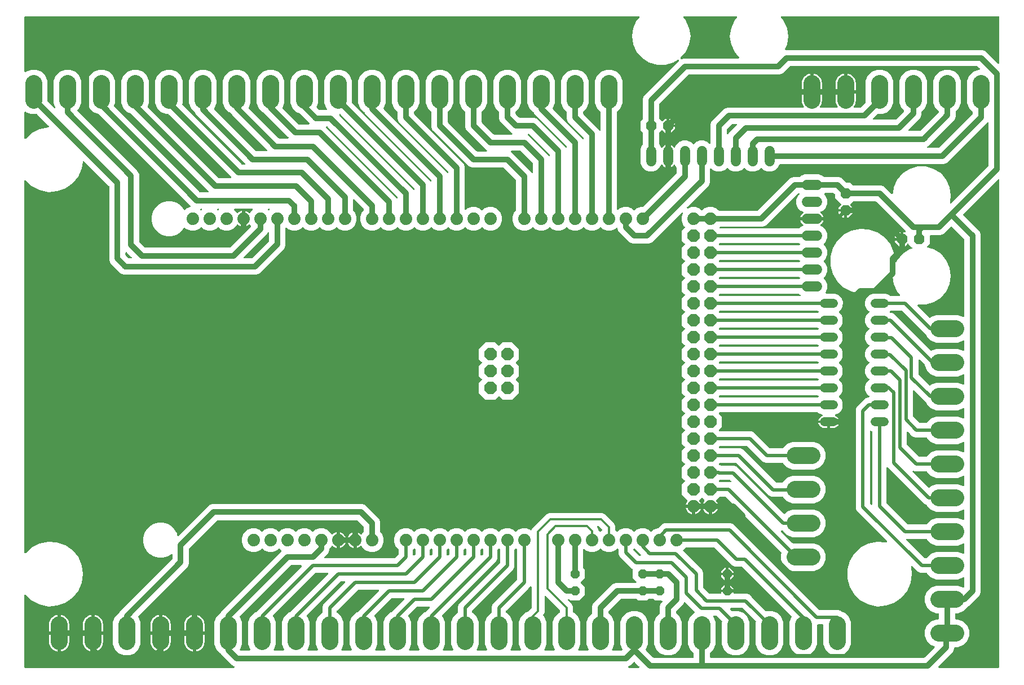
<source format=gbr>
G04 EAGLE Gerber RS-274X export*
G75*
%MOIN*%
%FSLAX34Y34*%
%LPD*%
%INBottom Copper*%
%IPPOS*%
%AMOC8*
5,1,8,0,0,1.08239X$1,22.5*%
G01*
%ADD10C,0.052000*%
%ADD11C,0.099000*%
%ADD12C,0.060000*%
%ADD13C,0.074000*%
%ADD14P,0.080097X8X112.500000*%
%ADD15P,0.056284X8X202.500000*%
%ADD16P,0.068191X8X22.500000*%
%ADD17P,0.068191X8X292.500000*%
%ADD18P,0.068191X8X202.500000*%
%ADD19C,0.032000*%
%ADD20C,0.020000*%
%ADD21C,0.012000*%

G36*
X12825Y451D02*
X12825Y451D01*
X12828Y451D01*
X12831Y452D01*
X12834Y452D01*
X12837Y453D01*
X12840Y454D01*
X12843Y456D01*
X12846Y457D01*
X12848Y459D01*
X12851Y460D01*
X12853Y462D01*
X12856Y464D01*
X12858Y466D01*
X12860Y468D01*
X12862Y471D01*
X12864Y474D01*
X12865Y476D01*
X12867Y479D01*
X12868Y482D01*
X12869Y485D01*
X12870Y488D01*
X12870Y491D01*
X12871Y494D01*
X12871Y497D01*
X12871Y500D01*
X12871Y503D01*
X12871Y506D01*
X12870Y510D01*
X12870Y512D01*
X12869Y515D01*
X12868Y518D01*
X12866Y522D01*
X12865Y524D01*
X12864Y526D01*
X12861Y529D01*
X12860Y532D01*
X12858Y534D01*
X12856Y536D01*
X12854Y537D01*
X12850Y540D01*
X12843Y544D01*
X12841Y545D01*
X12728Y592D01*
X12092Y1228D01*
X12069Y1285D01*
X12067Y1289D01*
X12065Y1293D01*
X12063Y1294D01*
X12062Y1296D01*
X12059Y1299D01*
X12057Y1302D01*
X12055Y1303D01*
X12054Y1305D01*
X12043Y1311D01*
X12042Y1311D01*
X12042Y1312D01*
X12038Y1313D01*
X11808Y1543D01*
X11684Y1843D01*
X11684Y3157D01*
X11808Y3457D01*
X12038Y3687D01*
X12042Y3688D01*
X12046Y3690D01*
X12050Y3692D01*
X12051Y3693D01*
X12053Y3694D01*
X12056Y3697D01*
X12059Y3700D01*
X12060Y3701D01*
X12062Y3703D01*
X12068Y3714D01*
X12069Y3715D01*
X12092Y3772D01*
X12235Y3914D01*
X15586Y7265D01*
X15646Y7325D01*
X15647Y7327D01*
X15648Y7329D01*
X15651Y7332D01*
X15653Y7335D01*
X15654Y7337D01*
X15655Y7339D01*
X15656Y7343D01*
X15658Y7347D01*
X15658Y7349D01*
X15659Y7351D01*
X15659Y7355D01*
X15660Y7359D01*
X15660Y7361D01*
X15660Y7363D01*
X15659Y7367D01*
X15659Y7371D01*
X15658Y7373D01*
X15658Y7375D01*
X15656Y7379D01*
X15654Y7383D01*
X15653Y7385D01*
X15652Y7387D01*
X15650Y7390D01*
X15647Y7393D01*
X15646Y7395D01*
X15644Y7396D01*
X15642Y7398D01*
X15638Y7401D01*
X15632Y7404D01*
X15630Y7406D01*
X15609Y7414D01*
X15535Y7488D01*
X15531Y7491D01*
X15527Y7495D01*
X15526Y7495D01*
X15525Y7496D01*
X15520Y7498D01*
X15516Y7500D01*
X15515Y7500D01*
X15514Y7501D01*
X15509Y7502D01*
X15504Y7503D01*
X15503Y7503D01*
X15501Y7503D01*
X15496Y7502D01*
X15491Y7502D01*
X15490Y7502D01*
X15489Y7501D01*
X15484Y7500D01*
X15480Y7498D01*
X15479Y7498D01*
X15477Y7497D01*
X15467Y7490D01*
X15466Y7489D01*
X15465Y7488D01*
X15391Y7414D01*
X15137Y7309D01*
X14863Y7309D01*
X14609Y7414D01*
X14535Y7488D01*
X14531Y7491D01*
X14527Y7495D01*
X14526Y7495D01*
X14525Y7496D01*
X14520Y7498D01*
X14516Y7500D01*
X14515Y7500D01*
X14514Y7501D01*
X14509Y7502D01*
X14504Y7503D01*
X14503Y7503D01*
X14501Y7503D01*
X14496Y7502D01*
X14491Y7502D01*
X14490Y7502D01*
X14489Y7501D01*
X14484Y7500D01*
X14480Y7498D01*
X14479Y7498D01*
X14477Y7497D01*
X14467Y7490D01*
X14466Y7489D01*
X14465Y7488D01*
X14391Y7414D01*
X14137Y7309D01*
X13863Y7309D01*
X13609Y7414D01*
X13414Y7609D01*
X13309Y7863D01*
X13309Y8137D01*
X13414Y8391D01*
X13609Y8586D01*
X13863Y8691D01*
X14137Y8691D01*
X14391Y8586D01*
X14465Y8512D01*
X14469Y8509D01*
X14473Y8505D01*
X14474Y8505D01*
X14475Y8504D01*
X14480Y8502D01*
X14484Y8500D01*
X14485Y8500D01*
X14486Y8499D01*
X14491Y8498D01*
X14496Y8497D01*
X14497Y8497D01*
X14499Y8497D01*
X14504Y8498D01*
X14509Y8498D01*
X14510Y8498D01*
X14511Y8499D01*
X14516Y8500D01*
X14520Y8502D01*
X14521Y8502D01*
X14523Y8503D01*
X14533Y8510D01*
X14534Y8511D01*
X14535Y8512D01*
X14609Y8586D01*
X14863Y8691D01*
X15137Y8691D01*
X15391Y8586D01*
X15465Y8512D01*
X15469Y8509D01*
X15473Y8505D01*
X15474Y8505D01*
X15475Y8504D01*
X15480Y8502D01*
X15484Y8500D01*
X15485Y8500D01*
X15486Y8499D01*
X15491Y8498D01*
X15496Y8497D01*
X15497Y8497D01*
X15499Y8497D01*
X15504Y8498D01*
X15509Y8498D01*
X15510Y8498D01*
X15511Y8499D01*
X15516Y8500D01*
X15520Y8502D01*
X15521Y8502D01*
X15523Y8503D01*
X15533Y8510D01*
X15534Y8511D01*
X15535Y8512D01*
X15609Y8586D01*
X15863Y8691D01*
X16137Y8691D01*
X16391Y8586D01*
X16465Y8512D01*
X16469Y8509D01*
X16473Y8505D01*
X16474Y8505D01*
X16475Y8504D01*
X16480Y8502D01*
X16484Y8500D01*
X16485Y8500D01*
X16486Y8499D01*
X16491Y8498D01*
X16496Y8497D01*
X16497Y8497D01*
X16499Y8497D01*
X16504Y8498D01*
X16509Y8498D01*
X16510Y8498D01*
X16511Y8499D01*
X16516Y8500D01*
X16520Y8502D01*
X16521Y8502D01*
X16523Y8503D01*
X16533Y8510D01*
X16534Y8511D01*
X16535Y8512D01*
X16609Y8586D01*
X16863Y8691D01*
X17137Y8691D01*
X17391Y8586D01*
X17465Y8512D01*
X17469Y8509D01*
X17473Y8505D01*
X17474Y8505D01*
X17475Y8504D01*
X17480Y8502D01*
X17484Y8500D01*
X17485Y8500D01*
X17486Y8499D01*
X17491Y8498D01*
X17496Y8497D01*
X17497Y8497D01*
X17499Y8497D01*
X17504Y8498D01*
X17509Y8498D01*
X17510Y8498D01*
X17511Y8499D01*
X17516Y8500D01*
X17520Y8502D01*
X17521Y8502D01*
X17523Y8503D01*
X17533Y8510D01*
X17534Y8511D01*
X17535Y8512D01*
X17609Y8586D01*
X17863Y8691D01*
X18137Y8691D01*
X18391Y8586D01*
X18586Y8391D01*
X18598Y8360D01*
X18599Y8359D01*
X18599Y8358D01*
X18600Y8358D01*
X18600Y8357D01*
X18603Y8353D01*
X18605Y8350D01*
X18606Y8348D01*
X18607Y8346D01*
X18610Y8344D01*
X18613Y8341D01*
X18615Y8340D01*
X18617Y8338D01*
X18620Y8336D01*
X18624Y8334D01*
X18626Y8334D01*
X18628Y8333D01*
X18632Y8332D01*
X18636Y8331D01*
X18638Y8331D01*
X18640Y8330D01*
X18644Y8330D01*
X18648Y8330D01*
X18650Y8331D01*
X18652Y8331D01*
X18656Y8332D01*
X18660Y8333D01*
X18662Y8334D01*
X18664Y8334D01*
X18666Y8336D01*
X18668Y8337D01*
X18669Y8337D01*
X18671Y8338D01*
X18676Y8342D01*
X18678Y8344D01*
X18679Y8344D01*
X18693Y8359D01*
X18753Y8403D01*
X18819Y8436D01*
X18890Y8459D01*
X18901Y8461D01*
X18901Y8050D01*
X18901Y8045D01*
X18902Y8040D01*
X18902Y8039D01*
X18902Y8038D01*
X18904Y8033D01*
X18906Y8028D01*
X18906Y8027D01*
X18907Y8026D01*
X18910Y8022D01*
X18913Y8018D01*
X18914Y8017D01*
X18914Y8016D01*
X18918Y8013D01*
X18922Y8010D01*
X18923Y8009D01*
X18924Y8008D01*
X18928Y8006D01*
X18933Y8004D01*
X18934Y8004D01*
X18935Y8003D01*
X18947Y8001D01*
X18949Y8001D01*
X18950Y8001D01*
X19001Y8001D01*
X19001Y7999D01*
X18950Y7999D01*
X18945Y7999D01*
X18940Y7998D01*
X18939Y7998D01*
X18938Y7998D01*
X18933Y7996D01*
X18928Y7994D01*
X18927Y7994D01*
X18926Y7993D01*
X18922Y7990D01*
X18918Y7987D01*
X18917Y7986D01*
X18916Y7986D01*
X18913Y7982D01*
X18910Y7978D01*
X18909Y7977D01*
X18908Y7976D01*
X18906Y7972D01*
X18904Y7967D01*
X18904Y7966D01*
X18903Y7965D01*
X18901Y7953D01*
X18901Y7951D01*
X18901Y7950D01*
X18901Y7539D01*
X18890Y7541D01*
X18819Y7564D01*
X18753Y7597D01*
X18693Y7641D01*
X18679Y7656D01*
X18677Y7657D01*
X18676Y7658D01*
X18672Y7661D01*
X18669Y7663D01*
X18667Y7664D01*
X18665Y7665D01*
X18661Y7666D01*
X18657Y7668D01*
X18655Y7668D01*
X18653Y7669D01*
X18649Y7669D01*
X18645Y7670D01*
X18643Y7670D01*
X18641Y7670D01*
X18637Y7669D01*
X18633Y7669D01*
X18631Y7668D01*
X18629Y7668D01*
X18625Y7666D01*
X18621Y7664D01*
X18619Y7663D01*
X18617Y7662D01*
X18614Y7660D01*
X18611Y7657D01*
X18610Y7656D01*
X18608Y7654D01*
X18606Y7652D01*
X18603Y7648D01*
X18600Y7642D01*
X18598Y7640D01*
X18586Y7609D01*
X18495Y7518D01*
X18493Y7515D01*
X18490Y7512D01*
X18489Y7510D01*
X18488Y7508D01*
X18486Y7505D01*
X18484Y7501D01*
X18484Y7499D01*
X18483Y7497D01*
X18481Y7485D01*
X18481Y7484D01*
X18481Y7483D01*
X18481Y7404D01*
X18408Y7228D01*
X18265Y7086D01*
X18185Y7005D01*
X18181Y7000D01*
X18178Y6996D01*
X18177Y6996D01*
X18177Y6995D01*
X18175Y6990D01*
X18173Y6985D01*
X18172Y6984D01*
X18171Y6978D01*
X18170Y6973D01*
X18170Y6972D01*
X18170Y6971D01*
X18171Y6966D01*
X18171Y6960D01*
X18172Y6959D01*
X18173Y6954D01*
X18175Y6948D01*
X18176Y6948D01*
X18176Y6947D01*
X18179Y6943D01*
X18182Y6938D01*
X18183Y6938D01*
X18183Y6937D01*
X18187Y6933D01*
X18191Y6930D01*
X18192Y6929D01*
X18197Y6926D01*
X18202Y6924D01*
X18203Y6924D01*
X18203Y6923D01*
X18216Y6921D01*
X18218Y6921D01*
X18220Y6921D01*
X22305Y6921D01*
X22310Y6921D01*
X22314Y6921D01*
X22316Y6922D01*
X22318Y6922D01*
X22322Y6924D01*
X22326Y6925D01*
X22327Y6926D01*
X22329Y6927D01*
X22339Y6934D01*
X22340Y6935D01*
X22565Y7160D01*
X22567Y7163D01*
X22570Y7166D01*
X22571Y7168D01*
X22572Y7170D01*
X22574Y7174D01*
X22576Y7177D01*
X22576Y7179D01*
X22577Y7181D01*
X22579Y7193D01*
X22579Y7194D01*
X22579Y7195D01*
X22579Y7423D01*
X22579Y7428D01*
X22579Y7432D01*
X22578Y7434D01*
X22578Y7436D01*
X22576Y7440D01*
X22575Y7444D01*
X22574Y7445D01*
X22573Y7447D01*
X22566Y7457D01*
X22565Y7458D01*
X22414Y7609D01*
X22309Y7863D01*
X22309Y8137D01*
X22414Y8391D01*
X22609Y8586D01*
X22863Y8691D01*
X23137Y8691D01*
X23391Y8586D01*
X23465Y8512D01*
X23469Y8509D01*
X23473Y8505D01*
X23474Y8505D01*
X23475Y8504D01*
X23480Y8502D01*
X23484Y8500D01*
X23485Y8500D01*
X23486Y8499D01*
X23491Y8498D01*
X23496Y8497D01*
X23497Y8497D01*
X23499Y8497D01*
X23504Y8498D01*
X23509Y8498D01*
X23510Y8498D01*
X23511Y8499D01*
X23516Y8500D01*
X23520Y8502D01*
X23521Y8502D01*
X23523Y8503D01*
X23533Y8510D01*
X23534Y8511D01*
X23535Y8512D01*
X23609Y8586D01*
X23863Y8691D01*
X24137Y8691D01*
X24391Y8586D01*
X24465Y8512D01*
X24469Y8509D01*
X24473Y8505D01*
X24474Y8505D01*
X24475Y8504D01*
X24480Y8502D01*
X24484Y8500D01*
X24485Y8500D01*
X24486Y8499D01*
X24491Y8498D01*
X24496Y8497D01*
X24497Y8497D01*
X24499Y8497D01*
X24504Y8498D01*
X24509Y8498D01*
X24510Y8498D01*
X24511Y8499D01*
X24516Y8500D01*
X24520Y8502D01*
X24521Y8502D01*
X24523Y8503D01*
X24533Y8510D01*
X24534Y8511D01*
X24535Y8512D01*
X24609Y8586D01*
X24863Y8691D01*
X25137Y8691D01*
X25391Y8586D01*
X25465Y8512D01*
X25469Y8509D01*
X25473Y8505D01*
X25474Y8505D01*
X25475Y8504D01*
X25480Y8502D01*
X25484Y8500D01*
X25485Y8500D01*
X25486Y8499D01*
X25491Y8498D01*
X25496Y8497D01*
X25497Y8497D01*
X25499Y8497D01*
X25504Y8498D01*
X25509Y8498D01*
X25510Y8498D01*
X25511Y8499D01*
X25516Y8500D01*
X25520Y8502D01*
X25521Y8502D01*
X25523Y8503D01*
X25533Y8510D01*
X25534Y8511D01*
X25535Y8512D01*
X25609Y8586D01*
X25863Y8691D01*
X26137Y8691D01*
X26391Y8586D01*
X26465Y8512D01*
X26469Y8509D01*
X26473Y8505D01*
X26474Y8505D01*
X26475Y8504D01*
X26480Y8502D01*
X26484Y8500D01*
X26485Y8500D01*
X26486Y8499D01*
X26491Y8498D01*
X26496Y8497D01*
X26497Y8497D01*
X26499Y8497D01*
X26504Y8498D01*
X26509Y8498D01*
X26510Y8498D01*
X26511Y8499D01*
X26516Y8500D01*
X26520Y8502D01*
X26521Y8502D01*
X26523Y8503D01*
X26533Y8510D01*
X26534Y8511D01*
X26535Y8512D01*
X26609Y8586D01*
X26863Y8691D01*
X27137Y8691D01*
X27391Y8586D01*
X27465Y8512D01*
X27469Y8509D01*
X27473Y8505D01*
X27474Y8505D01*
X27475Y8504D01*
X27480Y8502D01*
X27484Y8500D01*
X27485Y8500D01*
X27486Y8499D01*
X27491Y8498D01*
X27496Y8497D01*
X27497Y8497D01*
X27499Y8497D01*
X27504Y8498D01*
X27509Y8498D01*
X27510Y8498D01*
X27511Y8499D01*
X27516Y8500D01*
X27520Y8502D01*
X27521Y8502D01*
X27523Y8503D01*
X27533Y8510D01*
X27534Y8511D01*
X27535Y8512D01*
X27609Y8586D01*
X27863Y8691D01*
X28137Y8691D01*
X28391Y8586D01*
X28465Y8512D01*
X28469Y8509D01*
X28473Y8505D01*
X28474Y8505D01*
X28475Y8504D01*
X28480Y8502D01*
X28484Y8500D01*
X28485Y8500D01*
X28486Y8499D01*
X28491Y8498D01*
X28496Y8497D01*
X28497Y8497D01*
X28499Y8497D01*
X28504Y8498D01*
X28509Y8498D01*
X28510Y8498D01*
X28511Y8499D01*
X28516Y8500D01*
X28520Y8502D01*
X28521Y8502D01*
X28523Y8503D01*
X28533Y8510D01*
X28534Y8511D01*
X28535Y8512D01*
X28609Y8586D01*
X28863Y8691D01*
X29137Y8691D01*
X29391Y8586D01*
X29465Y8512D01*
X29469Y8509D01*
X29473Y8505D01*
X29474Y8505D01*
X29475Y8504D01*
X29480Y8502D01*
X29484Y8500D01*
X29485Y8500D01*
X29486Y8499D01*
X29491Y8498D01*
X29496Y8497D01*
X29497Y8497D01*
X29499Y8497D01*
X29504Y8498D01*
X29509Y8498D01*
X29510Y8498D01*
X29511Y8499D01*
X29516Y8500D01*
X29520Y8502D01*
X29521Y8502D01*
X29523Y8503D01*
X29533Y8510D01*
X29534Y8511D01*
X29535Y8512D01*
X29609Y8586D01*
X29863Y8691D01*
X30137Y8691D01*
X30389Y8586D01*
X30394Y8585D01*
X30399Y8583D01*
X30400Y8583D01*
X30401Y8583D01*
X30406Y8583D01*
X30411Y8583D01*
X30413Y8583D01*
X30414Y8583D01*
X30419Y8584D01*
X30424Y8585D01*
X30425Y8586D01*
X30426Y8586D01*
X30430Y8588D01*
X30435Y8590D01*
X30436Y8591D01*
X30437Y8592D01*
X30441Y8595D01*
X30444Y8598D01*
X30445Y8599D01*
X30446Y8600D01*
X30453Y8611D01*
X30453Y8612D01*
X30454Y8613D01*
X30492Y8706D01*
X31334Y9548D01*
X31474Y9606D01*
X34616Y9606D01*
X34756Y9548D01*
X34870Y9434D01*
X35209Y9095D01*
X35323Y8981D01*
X35381Y8841D01*
X35381Y8617D01*
X35381Y8612D01*
X35381Y8608D01*
X35382Y8606D01*
X35382Y8604D01*
X35384Y8600D01*
X35385Y8596D01*
X35386Y8595D01*
X35387Y8593D01*
X35394Y8583D01*
X35395Y8582D01*
X35465Y8512D01*
X35469Y8509D01*
X35473Y8505D01*
X35474Y8505D01*
X35475Y8504D01*
X35480Y8502D01*
X35484Y8500D01*
X35485Y8500D01*
X35486Y8499D01*
X35491Y8498D01*
X35496Y8497D01*
X35497Y8497D01*
X35499Y8497D01*
X35504Y8498D01*
X35509Y8498D01*
X35510Y8498D01*
X35511Y8499D01*
X35516Y8500D01*
X35520Y8502D01*
X35521Y8502D01*
X35523Y8503D01*
X35533Y8510D01*
X35534Y8511D01*
X35535Y8512D01*
X35609Y8586D01*
X35863Y8691D01*
X36137Y8691D01*
X36391Y8586D01*
X36465Y8512D01*
X36469Y8509D01*
X36473Y8505D01*
X36474Y8505D01*
X36475Y8504D01*
X36480Y8502D01*
X36484Y8500D01*
X36485Y8500D01*
X36486Y8499D01*
X36491Y8498D01*
X36496Y8497D01*
X36497Y8497D01*
X36499Y8497D01*
X36504Y8498D01*
X36509Y8498D01*
X36510Y8498D01*
X36511Y8499D01*
X36516Y8500D01*
X36520Y8502D01*
X36521Y8502D01*
X36523Y8503D01*
X36533Y8510D01*
X36534Y8511D01*
X36535Y8512D01*
X36609Y8586D01*
X36863Y8691D01*
X37137Y8691D01*
X37391Y8586D01*
X37465Y8512D01*
X37469Y8509D01*
X37473Y8505D01*
X37474Y8505D01*
X37475Y8504D01*
X37480Y8502D01*
X37484Y8500D01*
X37485Y8500D01*
X37486Y8499D01*
X37491Y8498D01*
X37496Y8497D01*
X37497Y8497D01*
X37499Y8497D01*
X37504Y8498D01*
X37509Y8498D01*
X37510Y8498D01*
X37511Y8499D01*
X37516Y8500D01*
X37520Y8502D01*
X37521Y8502D01*
X37523Y8503D01*
X37533Y8510D01*
X37534Y8511D01*
X37535Y8512D01*
X37609Y8586D01*
X37864Y8691D01*
X37865Y8691D01*
X37869Y8691D01*
X37871Y8692D01*
X37873Y8692D01*
X37877Y8694D01*
X37881Y8695D01*
X37882Y8696D01*
X37884Y8697D01*
X37894Y8704D01*
X37895Y8705D01*
X38137Y8947D01*
X38291Y9011D01*
X42214Y9011D01*
X42368Y8947D01*
X47440Y3875D01*
X47443Y3873D01*
X47446Y3870D01*
X47448Y3869D01*
X47450Y3868D01*
X47454Y3866D01*
X47457Y3864D01*
X47459Y3864D01*
X47461Y3863D01*
X47473Y3861D01*
X47474Y3861D01*
X47475Y3861D01*
X48589Y3861D01*
X48743Y3797D01*
X48770Y3770D01*
X48771Y3769D01*
X48773Y3768D01*
X48780Y3763D01*
X48784Y3761D01*
X48786Y3760D01*
X48962Y3687D01*
X49192Y3457D01*
X49316Y3157D01*
X49316Y1843D01*
X49192Y1543D01*
X48962Y1313D01*
X48662Y1189D01*
X48338Y1189D01*
X48038Y1313D01*
X47808Y1543D01*
X47684Y1843D01*
X47684Y2970D01*
X47684Y2975D01*
X47683Y2980D01*
X47683Y2981D01*
X47683Y2982D01*
X47681Y2987D01*
X47679Y2992D01*
X47679Y2993D01*
X47678Y2994D01*
X47675Y2998D01*
X47672Y3002D01*
X47671Y3003D01*
X47671Y3004D01*
X47667Y3007D01*
X47663Y3010D01*
X47662Y3011D01*
X47661Y3012D01*
X47657Y3014D01*
X47652Y3016D01*
X47651Y3016D01*
X47650Y3017D01*
X47638Y3019D01*
X47636Y3019D01*
X47635Y3019D01*
X47365Y3019D01*
X47360Y3019D01*
X47355Y3018D01*
X47354Y3018D01*
X47353Y3018D01*
X47348Y3016D01*
X47343Y3014D01*
X47342Y3014D01*
X47341Y3013D01*
X47337Y3010D01*
X47333Y3007D01*
X47332Y3006D01*
X47331Y3006D01*
X47328Y3002D01*
X47325Y2998D01*
X47324Y2997D01*
X47323Y2996D01*
X47321Y2992D01*
X47319Y2987D01*
X47319Y2986D01*
X47318Y2985D01*
X47316Y2973D01*
X47316Y2971D01*
X47316Y2970D01*
X47316Y1843D01*
X47192Y1543D01*
X46962Y1313D01*
X46662Y1189D01*
X46338Y1189D01*
X46038Y1313D01*
X45808Y1543D01*
X45684Y1843D01*
X45684Y3157D01*
X45807Y3455D01*
X45808Y3456D01*
X45808Y3457D01*
X45809Y3462D01*
X45811Y3467D01*
X45811Y3468D01*
X45811Y3470D01*
X45811Y3474D01*
X45811Y3479D01*
X45810Y3480D01*
X45810Y3482D01*
X45809Y3486D01*
X45808Y3491D01*
X45807Y3492D01*
X45807Y3494D01*
X45805Y3496D01*
X45802Y3502D01*
X45798Y3506D01*
X45797Y3508D01*
X42870Y6435D01*
X42867Y6438D01*
X42863Y6440D01*
X42862Y6441D01*
X42860Y6443D01*
X42856Y6444D01*
X42852Y6446D01*
X42851Y6446D01*
X42849Y6447D01*
X42837Y6449D01*
X42836Y6449D01*
X42835Y6449D01*
X42448Y6449D01*
X42294Y6513D01*
X41242Y7565D01*
X41239Y7567D01*
X41236Y7570D01*
X41234Y7571D01*
X41232Y7572D01*
X41228Y7574D01*
X41225Y7576D01*
X41223Y7576D01*
X41221Y7577D01*
X41209Y7579D01*
X41208Y7579D01*
X41207Y7579D01*
X39577Y7579D01*
X39572Y7579D01*
X39568Y7579D01*
X39566Y7578D01*
X39564Y7578D01*
X39560Y7576D01*
X39556Y7575D01*
X39555Y7574D01*
X39553Y7573D01*
X39543Y7566D01*
X39542Y7565D01*
X39403Y7426D01*
X39400Y7423D01*
X39397Y7419D01*
X39396Y7418D01*
X39396Y7417D01*
X39394Y7412D01*
X39392Y7408D01*
X39391Y7406D01*
X39391Y7405D01*
X39390Y7400D01*
X39389Y7395D01*
X39389Y7394D01*
X39389Y7393D01*
X39389Y7388D01*
X39390Y7383D01*
X39390Y7382D01*
X39390Y7381D01*
X39392Y7376D01*
X39393Y7371D01*
X39394Y7370D01*
X39394Y7369D01*
X39401Y7359D01*
X39403Y7358D01*
X39403Y7357D01*
X40522Y6238D01*
X40586Y6084D01*
X40586Y5215D01*
X40586Y5210D01*
X40586Y5206D01*
X40587Y5204D01*
X40587Y5202D01*
X40589Y5198D01*
X40590Y5194D01*
X40591Y5193D01*
X40592Y5191D01*
X40599Y5181D01*
X40600Y5180D01*
X40935Y4845D01*
X40938Y4843D01*
X40941Y4840D01*
X40943Y4839D01*
X40945Y4838D01*
X40949Y4836D01*
X40952Y4834D01*
X40954Y4834D01*
X40956Y4833D01*
X40968Y4831D01*
X40969Y4831D01*
X40970Y4831D01*
X41590Y4831D01*
X41595Y4831D01*
X41600Y4832D01*
X41601Y4832D01*
X41602Y4832D01*
X41607Y4834D01*
X41612Y4836D01*
X41613Y4836D01*
X41614Y4837D01*
X41618Y4840D01*
X41622Y4843D01*
X41623Y4844D01*
X41624Y4844D01*
X41627Y4848D01*
X41630Y4852D01*
X41631Y4853D01*
X41632Y4854D01*
X41634Y4858D01*
X41636Y4863D01*
X41636Y4864D01*
X41637Y4865D01*
X41639Y4877D01*
X41639Y4879D01*
X41639Y4880D01*
X41639Y4921D01*
X41970Y4921D01*
X41975Y4921D01*
X41980Y4922D01*
X41981Y4922D01*
X41982Y4922D01*
X41987Y4924D01*
X41992Y4926D01*
X41993Y4926D01*
X41994Y4927D01*
X41998Y4930D01*
X42000Y4931D01*
X42002Y4930D01*
X42003Y4929D01*
X42004Y4928D01*
X42008Y4926D01*
X42013Y4924D01*
X42014Y4924D01*
X42015Y4923D01*
X42027Y4921D01*
X42029Y4921D01*
X42030Y4921D01*
X42361Y4921D01*
X42361Y4880D01*
X42361Y4875D01*
X42362Y4870D01*
X42362Y4869D01*
X42362Y4868D01*
X42364Y4863D01*
X42366Y4858D01*
X42366Y4857D01*
X42367Y4856D01*
X42370Y4852D01*
X42373Y4848D01*
X42374Y4847D01*
X42374Y4846D01*
X42378Y4843D01*
X42382Y4840D01*
X42383Y4839D01*
X42384Y4838D01*
X42388Y4836D01*
X42393Y4834D01*
X42394Y4834D01*
X42395Y4833D01*
X42407Y4831D01*
X42409Y4831D01*
X42410Y4831D01*
X43174Y4831D01*
X43328Y4767D01*
X43454Y4641D01*
X44277Y3818D01*
X44278Y3817D01*
X44279Y3816D01*
X44283Y3814D01*
X44286Y3811D01*
X44288Y3810D01*
X44289Y3809D01*
X44294Y3808D01*
X44298Y3806D01*
X44299Y3806D01*
X44301Y3805D01*
X44306Y3805D01*
X44310Y3804D01*
X44312Y3804D01*
X44313Y3804D01*
X44316Y3805D01*
X44323Y3805D01*
X44328Y3807D01*
X44330Y3808D01*
X44338Y3811D01*
X44662Y3811D01*
X44962Y3687D01*
X45192Y3457D01*
X45316Y3157D01*
X45316Y1843D01*
X45192Y1543D01*
X44962Y1313D01*
X44662Y1189D01*
X44338Y1189D01*
X44038Y1313D01*
X43808Y1543D01*
X43684Y1843D01*
X43684Y3157D01*
X43690Y3172D01*
X43691Y3173D01*
X43691Y3175D01*
X43692Y3179D01*
X43694Y3184D01*
X43694Y3185D01*
X43694Y3187D01*
X43694Y3191D01*
X43694Y3196D01*
X43693Y3198D01*
X43693Y3199D01*
X43692Y3204D01*
X43691Y3208D01*
X43690Y3210D01*
X43690Y3211D01*
X43688Y3213D01*
X43685Y3219D01*
X43681Y3223D01*
X43680Y3225D01*
X42930Y3975D01*
X42927Y3977D01*
X42924Y3980D01*
X42922Y3981D01*
X42920Y3982D01*
X42916Y3984D01*
X42913Y3986D01*
X42911Y3986D01*
X42909Y3987D01*
X42897Y3989D01*
X42896Y3989D01*
X42895Y3989D01*
X42225Y3989D01*
X42219Y3989D01*
X42214Y3988D01*
X42213Y3988D01*
X42212Y3988D01*
X42207Y3986D01*
X42202Y3984D01*
X42201Y3983D01*
X42196Y3980D01*
X42192Y3977D01*
X42191Y3976D01*
X42187Y3971D01*
X42184Y3967D01*
X42183Y3967D01*
X42183Y3966D01*
X42181Y3961D01*
X42178Y3956D01*
X42178Y3955D01*
X42177Y3949D01*
X42176Y3944D01*
X42176Y3943D01*
X42175Y3943D01*
X42176Y3937D01*
X42176Y3931D01*
X42176Y3930D01*
X42178Y3925D01*
X42180Y3920D01*
X42180Y3919D01*
X42180Y3918D01*
X42187Y3908D01*
X42189Y3906D01*
X42190Y3905D01*
X42277Y3818D01*
X42278Y3817D01*
X42279Y3816D01*
X42283Y3814D01*
X42286Y3811D01*
X42288Y3810D01*
X42289Y3809D01*
X42294Y3808D01*
X42298Y3806D01*
X42299Y3806D01*
X42301Y3805D01*
X42306Y3805D01*
X42310Y3804D01*
X42312Y3804D01*
X42313Y3804D01*
X42316Y3805D01*
X42323Y3805D01*
X42328Y3807D01*
X42330Y3808D01*
X42338Y3811D01*
X42662Y3811D01*
X42962Y3687D01*
X43192Y3457D01*
X43316Y3157D01*
X43316Y1843D01*
X43192Y1543D01*
X42962Y1313D01*
X42662Y1189D01*
X42338Y1189D01*
X42038Y1313D01*
X41808Y1543D01*
X41684Y1843D01*
X41684Y3157D01*
X41690Y3172D01*
X41691Y3173D01*
X41691Y3175D01*
X41692Y3179D01*
X41694Y3184D01*
X41694Y3185D01*
X41694Y3187D01*
X41694Y3191D01*
X41694Y3196D01*
X41693Y3198D01*
X41693Y3199D01*
X41692Y3204D01*
X41691Y3208D01*
X41690Y3210D01*
X41690Y3211D01*
X41688Y3213D01*
X41685Y3219D01*
X41681Y3223D01*
X41680Y3225D01*
X41380Y3525D01*
X41377Y3527D01*
X41374Y3530D01*
X41372Y3531D01*
X41370Y3532D01*
X41366Y3534D01*
X41363Y3536D01*
X41361Y3536D01*
X41359Y3537D01*
X41347Y3539D01*
X41346Y3539D01*
X41345Y3539D01*
X41228Y3539D01*
X41223Y3539D01*
X41217Y3538D01*
X41216Y3538D01*
X41211Y3536D01*
X41206Y3534D01*
X41205Y3533D01*
X41204Y3533D01*
X41200Y3530D01*
X41195Y3527D01*
X41195Y3526D01*
X41194Y3526D01*
X41191Y3521D01*
X41187Y3517D01*
X41187Y3516D01*
X41184Y3511D01*
X41182Y3506D01*
X41182Y3505D01*
X41181Y3505D01*
X41180Y3499D01*
X41179Y3494D01*
X41179Y3493D01*
X41180Y3487D01*
X41180Y3481D01*
X41180Y3480D01*
X41182Y3475D01*
X41183Y3470D01*
X41184Y3469D01*
X41184Y3468D01*
X41191Y3458D01*
X41316Y3157D01*
X41316Y1843D01*
X41192Y1543D01*
X40995Y1347D01*
X40993Y1343D01*
X40990Y1340D01*
X40989Y1338D01*
X40988Y1337D01*
X40986Y1333D01*
X40984Y1329D01*
X40984Y1327D01*
X40983Y1325D01*
X40981Y1313D01*
X40981Y1312D01*
X40981Y1090D01*
X40981Y1085D01*
X40982Y1080D01*
X40982Y1079D01*
X40982Y1078D01*
X40984Y1073D01*
X40986Y1068D01*
X40986Y1067D01*
X40987Y1066D01*
X40990Y1062D01*
X40993Y1058D01*
X40994Y1057D01*
X40994Y1056D01*
X40998Y1053D01*
X41002Y1050D01*
X41003Y1049D01*
X41004Y1048D01*
X41008Y1046D01*
X41013Y1044D01*
X41014Y1044D01*
X41015Y1043D01*
X41027Y1041D01*
X41029Y1041D01*
X41030Y1041D01*
X53625Y1041D01*
X53630Y1041D01*
X53634Y1041D01*
X53636Y1042D01*
X53638Y1042D01*
X53642Y1044D01*
X53646Y1045D01*
X53647Y1046D01*
X53649Y1047D01*
X53659Y1054D01*
X53660Y1055D01*
X54253Y1648D01*
X54254Y1649D01*
X54256Y1651D01*
X54258Y1654D01*
X54258Y1655D01*
X54259Y1656D01*
X54260Y1658D01*
X54261Y1660D01*
X54263Y1661D01*
X54264Y1665D01*
X54265Y1669D01*
X54266Y1671D01*
X54266Y1673D01*
X54267Y1677D01*
X54267Y1681D01*
X54267Y1683D01*
X54267Y1686D01*
X54266Y1690D01*
X54266Y1694D01*
X54265Y1696D01*
X54265Y1698D01*
X54263Y1701D01*
X54262Y1705D01*
X54261Y1707D01*
X54260Y1709D01*
X54257Y1712D01*
X54255Y1716D01*
X54253Y1717D01*
X54252Y1719D01*
X54250Y1720D01*
X54245Y1724D01*
X54239Y1727D01*
X54237Y1728D01*
X54043Y1808D01*
X53813Y2038D01*
X53689Y2338D01*
X53689Y2662D01*
X53813Y2962D01*
X54043Y3192D01*
X54343Y3316D01*
X54470Y3316D01*
X54475Y3316D01*
X54480Y3317D01*
X54481Y3317D01*
X54482Y3317D01*
X54487Y3319D01*
X54492Y3321D01*
X54493Y3321D01*
X54494Y3322D01*
X54498Y3325D01*
X54502Y3328D01*
X54503Y3329D01*
X54504Y3329D01*
X54507Y3333D01*
X54510Y3337D01*
X54511Y3338D01*
X54512Y3339D01*
X54514Y3343D01*
X54516Y3348D01*
X54516Y3349D01*
X54517Y3350D01*
X54519Y3362D01*
X54519Y3364D01*
X54519Y3365D01*
X54519Y3635D01*
X54519Y3640D01*
X54518Y3645D01*
X54518Y3646D01*
X54518Y3647D01*
X54516Y3652D01*
X54514Y3657D01*
X54514Y3658D01*
X54513Y3659D01*
X54510Y3663D01*
X54507Y3667D01*
X54506Y3668D01*
X54506Y3669D01*
X54502Y3672D01*
X54498Y3675D01*
X54497Y3676D01*
X54496Y3677D01*
X54492Y3679D01*
X54487Y3681D01*
X54486Y3681D01*
X54485Y3682D01*
X54473Y3684D01*
X54471Y3684D01*
X54470Y3684D01*
X54343Y3684D01*
X54043Y3808D01*
X53813Y4038D01*
X53689Y4338D01*
X53689Y4662D01*
X53813Y4962D01*
X54043Y5192D01*
X54343Y5316D01*
X55657Y5316D01*
X55951Y5194D01*
X55953Y5193D01*
X55955Y5193D01*
X55959Y5192D01*
X55963Y5191D01*
X55965Y5191D01*
X55967Y5190D01*
X55971Y5191D01*
X55976Y5191D01*
X55978Y5191D01*
X55980Y5191D01*
X55984Y5193D01*
X55988Y5194D01*
X55990Y5195D01*
X55992Y5195D01*
X55995Y5197D01*
X55999Y5199D01*
X56000Y5201D01*
X56002Y5202D01*
X56005Y5205D01*
X56008Y5208D01*
X56009Y5210D01*
X56010Y5211D01*
X56012Y5215D01*
X56014Y5218D01*
X56015Y5220D01*
X56016Y5222D01*
X56017Y5225D01*
X56018Y5230D01*
X56019Y5237D01*
X56019Y5240D01*
X56019Y5760D01*
X56019Y5763D01*
X56019Y5765D01*
X56018Y5769D01*
X56018Y5773D01*
X56017Y5775D01*
X56016Y5777D01*
X56015Y5781D01*
X56013Y5784D01*
X56012Y5786D01*
X56011Y5788D01*
X56008Y5791D01*
X56006Y5794D01*
X56004Y5796D01*
X56003Y5797D01*
X55999Y5800D01*
X55996Y5802D01*
X55994Y5803D01*
X55992Y5804D01*
X55989Y5806D01*
X55985Y5807D01*
X55983Y5808D01*
X55981Y5809D01*
X55977Y5809D01*
X55973Y5810D01*
X55970Y5810D01*
X55968Y5810D01*
X55966Y5809D01*
X55960Y5809D01*
X55954Y5807D01*
X55951Y5806D01*
X55657Y5684D01*
X54343Y5684D01*
X54043Y5808D01*
X53813Y6038D01*
X53809Y6049D01*
X53808Y6050D01*
X53808Y6052D01*
X53805Y6056D01*
X53803Y6060D01*
X53802Y6061D01*
X53801Y6062D01*
X53797Y6065D01*
X53794Y6069D01*
X53793Y6069D01*
X53792Y6070D01*
X53787Y6073D01*
X53783Y6075D01*
X53782Y6075D01*
X53781Y6076D01*
X53778Y6077D01*
X53772Y6079D01*
X53766Y6079D01*
X53763Y6079D01*
X53416Y6079D01*
X53262Y6143D01*
X53136Y6269D01*
X52947Y6458D01*
X52944Y6460D01*
X52943Y6462D01*
X52940Y6464D01*
X52937Y6466D01*
X52934Y6467D01*
X52932Y6468D01*
X52929Y6469D01*
X52925Y6471D01*
X52923Y6471D01*
X52920Y6472D01*
X52917Y6472D01*
X52913Y6473D01*
X52910Y6472D01*
X52908Y6473D01*
X52904Y6472D01*
X52901Y6472D01*
X52898Y6471D01*
X52895Y6470D01*
X52892Y6468D01*
X52889Y6467D01*
X52887Y6466D01*
X52884Y6464D01*
X52882Y6462D01*
X52879Y6460D01*
X52877Y6458D01*
X52875Y6456D01*
X52873Y6453D01*
X52871Y6451D01*
X52870Y6448D01*
X52868Y6446D01*
X52867Y6443D01*
X52865Y6440D01*
X52865Y6437D01*
X52864Y6434D01*
X52864Y6432D01*
X52863Y6427D01*
X52863Y6419D01*
X52863Y6417D01*
X52920Y6000D01*
X52849Y5482D01*
X52641Y5002D01*
X52311Y4597D01*
X51883Y4295D01*
X51391Y4120D01*
X50869Y4084D01*
X50357Y4191D01*
X49893Y4431D01*
X49510Y4788D01*
X49239Y5235D01*
X49098Y5739D01*
X49098Y6261D01*
X49239Y6765D01*
X49510Y7212D01*
X49893Y7569D01*
X50357Y7809D01*
X50869Y7916D01*
X51391Y7880D01*
X51393Y7879D01*
X51395Y7879D01*
X51396Y7878D01*
X51401Y7878D01*
X51405Y7877D01*
X51407Y7877D01*
X51408Y7876D01*
X51413Y7877D01*
X51418Y7877D01*
X51419Y7877D01*
X51421Y7878D01*
X51425Y7879D01*
X51430Y7881D01*
X51431Y7881D01*
X51432Y7882D01*
X51436Y7885D01*
X51440Y7887D01*
X51441Y7888D01*
X51443Y7889D01*
X51446Y7893D01*
X51449Y7896D01*
X51450Y7897D01*
X51451Y7898D01*
X51453Y7903D01*
X51455Y7907D01*
X51456Y7908D01*
X51456Y7910D01*
X51457Y7914D01*
X51458Y7919D01*
X51458Y7920D01*
X51459Y7922D01*
X51459Y7926D01*
X51459Y7931D01*
X51458Y7933D01*
X51458Y7934D01*
X51457Y7939D01*
X51456Y7943D01*
X51455Y7945D01*
X51454Y7946D01*
X51453Y7948D01*
X51450Y7954D01*
X51446Y7958D01*
X51445Y7960D01*
X49784Y9621D01*
X49658Y9747D01*
X49594Y9901D01*
X49594Y15724D01*
X49658Y15878D01*
X49784Y16004D01*
X50016Y16236D01*
X50142Y16362D01*
X50296Y16426D01*
X50324Y16426D01*
X50328Y16426D01*
X50333Y16426D01*
X50334Y16427D01*
X50336Y16427D01*
X50340Y16429D01*
X50344Y16430D01*
X50346Y16431D01*
X50348Y16432D01*
X50358Y16439D01*
X50358Y16440D01*
X50359Y16440D01*
X50384Y16465D01*
X50387Y16469D01*
X50390Y16473D01*
X50391Y16474D01*
X50391Y16475D01*
X50393Y16480D01*
X50396Y16484D01*
X50396Y16485D01*
X50396Y16486D01*
X50397Y16491D01*
X50398Y16496D01*
X50398Y16497D01*
X50398Y16499D01*
X50398Y16504D01*
X50398Y16509D01*
X50397Y16510D01*
X50397Y16511D01*
X50395Y16516D01*
X50394Y16520D01*
X50393Y16521D01*
X50393Y16523D01*
X50386Y16533D01*
X50384Y16534D01*
X50384Y16535D01*
X50248Y16671D01*
X50159Y16884D01*
X50159Y17116D01*
X50248Y17329D01*
X50384Y17465D01*
X50387Y17469D01*
X50390Y17473D01*
X50391Y17474D01*
X50391Y17475D01*
X50393Y17480D01*
X50396Y17484D01*
X50396Y17485D01*
X50396Y17486D01*
X50397Y17491D01*
X50398Y17496D01*
X50398Y17497D01*
X50398Y17499D01*
X50398Y17504D01*
X50398Y17509D01*
X50397Y17510D01*
X50397Y17511D01*
X50395Y17516D01*
X50394Y17520D01*
X50393Y17521D01*
X50393Y17523D01*
X50386Y17533D01*
X50384Y17534D01*
X50384Y17535D01*
X50248Y17671D01*
X50159Y17884D01*
X50159Y18116D01*
X50248Y18329D01*
X50384Y18465D01*
X50387Y18469D01*
X50390Y18473D01*
X50391Y18474D01*
X50391Y18475D01*
X50393Y18480D01*
X50396Y18484D01*
X50396Y18485D01*
X50396Y18486D01*
X50397Y18491D01*
X50398Y18496D01*
X50398Y18497D01*
X50398Y18499D01*
X50398Y18504D01*
X50398Y18509D01*
X50397Y18510D01*
X50397Y18511D01*
X50395Y18516D01*
X50394Y18520D01*
X50393Y18521D01*
X50393Y18523D01*
X50386Y18533D01*
X50384Y18534D01*
X50384Y18535D01*
X50248Y18671D01*
X50159Y18884D01*
X50159Y19116D01*
X50248Y19329D01*
X50384Y19465D01*
X50387Y19469D01*
X50390Y19473D01*
X50391Y19474D01*
X50391Y19475D01*
X50393Y19480D01*
X50396Y19484D01*
X50396Y19485D01*
X50396Y19486D01*
X50397Y19491D01*
X50398Y19496D01*
X50398Y19497D01*
X50398Y19499D01*
X50398Y19504D01*
X50398Y19509D01*
X50397Y19510D01*
X50397Y19511D01*
X50395Y19516D01*
X50394Y19520D01*
X50393Y19521D01*
X50393Y19523D01*
X50386Y19533D01*
X50384Y19534D01*
X50384Y19535D01*
X50248Y19671D01*
X50159Y19884D01*
X50159Y20116D01*
X50248Y20329D01*
X50384Y20465D01*
X50387Y20469D01*
X50390Y20473D01*
X50391Y20474D01*
X50391Y20475D01*
X50393Y20480D01*
X50396Y20484D01*
X50396Y20485D01*
X50396Y20486D01*
X50397Y20491D01*
X50398Y20496D01*
X50398Y20497D01*
X50398Y20499D01*
X50398Y20504D01*
X50398Y20509D01*
X50397Y20510D01*
X50397Y20511D01*
X50395Y20516D01*
X50394Y20520D01*
X50393Y20521D01*
X50393Y20523D01*
X50386Y20533D01*
X50384Y20534D01*
X50384Y20535D01*
X50248Y20671D01*
X50159Y20884D01*
X50159Y21116D01*
X50248Y21329D01*
X50384Y21465D01*
X50387Y21469D01*
X50390Y21473D01*
X50391Y21474D01*
X50391Y21475D01*
X50393Y21480D01*
X50396Y21484D01*
X50396Y21485D01*
X50396Y21486D01*
X50397Y21491D01*
X50398Y21496D01*
X50398Y21497D01*
X50398Y21499D01*
X50398Y21504D01*
X50398Y21509D01*
X50397Y21510D01*
X50397Y21511D01*
X50395Y21516D01*
X50394Y21520D01*
X50393Y21521D01*
X50393Y21523D01*
X50386Y21533D01*
X50384Y21534D01*
X50384Y21535D01*
X50248Y21671D01*
X50159Y21884D01*
X50159Y22116D01*
X50248Y22329D01*
X50411Y22492D01*
X50624Y22581D01*
X51376Y22581D01*
X51589Y22492D01*
X51646Y22435D01*
X51650Y22433D01*
X51653Y22430D01*
X51654Y22429D01*
X51656Y22428D01*
X51660Y22426D01*
X51664Y22424D01*
X51665Y22424D01*
X51667Y22423D01*
X51680Y22421D01*
X51681Y22421D01*
X52180Y22421D01*
X52184Y22421D01*
X52188Y22421D01*
X52190Y22422D01*
X52192Y22422D01*
X52196Y22424D01*
X52200Y22425D01*
X52202Y22426D01*
X52204Y22427D01*
X52207Y22429D01*
X52210Y22431D01*
X52212Y22433D01*
X52214Y22434D01*
X52216Y22437D01*
X52219Y22440D01*
X52220Y22442D01*
X52222Y22444D01*
X52223Y22447D01*
X52225Y22451D01*
X52226Y22453D01*
X52227Y22455D01*
X52228Y22459D01*
X52229Y22463D01*
X52229Y22465D01*
X52229Y22467D01*
X52229Y22471D01*
X52229Y22475D01*
X52228Y22477D01*
X52228Y22480D01*
X52227Y22483D01*
X52226Y22487D01*
X52225Y22489D01*
X52224Y22492D01*
X52218Y22502D01*
X52217Y22502D01*
X52053Y22692D01*
X51849Y23137D01*
X51783Y23601D01*
X51781Y23605D01*
X51780Y23610D01*
X51780Y23611D01*
X51780Y23613D01*
X51777Y23617D01*
X51775Y23621D01*
X51774Y23622D01*
X51773Y23623D01*
X51770Y23627D01*
X51766Y23631D01*
X51765Y23631D01*
X51765Y23632D01*
X51760Y23635D01*
X51756Y23638D01*
X51755Y23638D01*
X51754Y23639D01*
X51749Y23640D01*
X51744Y23642D01*
X51743Y23642D01*
X51742Y23642D01*
X51737Y23642D01*
X51732Y23643D01*
X51731Y23643D01*
X51730Y23643D01*
X51725Y23642D01*
X51720Y23641D01*
X51719Y23640D01*
X51718Y23640D01*
X51713Y23638D01*
X51708Y23636D01*
X51707Y23635D01*
X51706Y23634D01*
X51703Y23631D01*
X51699Y23628D01*
X51698Y23627D01*
X51697Y23626D01*
X51690Y23616D01*
X51690Y23614D01*
X51689Y23613D01*
X51641Y23502D01*
X51311Y23097D01*
X50883Y22795D01*
X50391Y22620D01*
X49869Y22584D01*
X49357Y22691D01*
X48893Y22931D01*
X48510Y23288D01*
X48239Y23735D01*
X48098Y24239D01*
X48098Y24761D01*
X48239Y25265D01*
X48510Y25712D01*
X48893Y26069D01*
X49357Y26309D01*
X49869Y26416D01*
X50391Y26380D01*
X50883Y26205D01*
X51311Y25903D01*
X51641Y25498D01*
X51849Y25018D01*
X51920Y24500D01*
X51919Y24491D01*
X51919Y24486D01*
X51919Y24481D01*
X51919Y24480D01*
X51919Y24479D01*
X51920Y24474D01*
X51921Y24469D01*
X51922Y24468D01*
X51922Y24467D01*
X51924Y24462D01*
X51927Y24457D01*
X51928Y24456D01*
X51931Y24452D01*
X51935Y24448D01*
X51936Y24447D01*
X51941Y24444D01*
X51945Y24441D01*
X51946Y24441D01*
X51947Y24440D01*
X51952Y24438D01*
X51957Y24437D01*
X51958Y24437D01*
X51959Y24436D01*
X51964Y24436D01*
X51969Y24435D01*
X51970Y24436D01*
X51971Y24435D01*
X51976Y24436D01*
X51981Y24437D01*
X51982Y24438D01*
X51983Y24438D01*
X51988Y24440D01*
X51993Y24442D01*
X51994Y24443D01*
X51998Y24447D01*
X52003Y24450D01*
X52004Y24451D01*
X52011Y24461D01*
X52012Y24463D01*
X52013Y24464D01*
X52053Y24552D01*
X52373Y24922D01*
X52785Y25187D01*
X52902Y25221D01*
X52906Y25223D01*
X52911Y25225D01*
X52912Y25225D01*
X52913Y25226D01*
X52917Y25229D01*
X52921Y25232D01*
X52922Y25233D01*
X52923Y25234D01*
X52926Y25237D01*
X52929Y25241D01*
X52930Y25242D01*
X52931Y25244D01*
X52932Y25248D01*
X52935Y25252D01*
X52935Y25254D01*
X52935Y25255D01*
X52936Y25260D01*
X52937Y25264D01*
X52937Y25266D01*
X52937Y25267D01*
X52937Y25272D01*
X52936Y25277D01*
X52936Y25278D01*
X52936Y25280D01*
X52934Y25284D01*
X52933Y25289D01*
X52932Y25290D01*
X52932Y25291D01*
X52924Y25301D01*
X52923Y25302D01*
X52923Y25303D01*
X52714Y25512D01*
X52710Y25515D01*
X52707Y25518D01*
X52705Y25518D01*
X52704Y25519D01*
X52700Y25521D01*
X52695Y25523D01*
X52694Y25524D01*
X52693Y25524D01*
X52688Y25525D01*
X52683Y25526D01*
X52682Y25526D01*
X52681Y25526D01*
X52676Y25526D01*
X52671Y25525D01*
X52670Y25525D01*
X52668Y25525D01*
X52664Y25523D01*
X52659Y25522D01*
X52658Y25521D01*
X52657Y25521D01*
X52646Y25513D01*
X52645Y25512D01*
X52507Y25374D01*
X52414Y25374D01*
X52414Y25760D01*
X52414Y25765D01*
X52413Y25770D01*
X52413Y25771D01*
X52413Y25772D01*
X52411Y25777D01*
X52409Y25782D01*
X52409Y25783D01*
X52408Y25784D01*
X52405Y25788D01*
X52404Y25790D01*
X52405Y25792D01*
X52406Y25793D01*
X52407Y25794D01*
X52409Y25798D01*
X52411Y25803D01*
X52411Y25804D01*
X52412Y25805D01*
X52414Y25817D01*
X52414Y25819D01*
X52414Y25820D01*
X52414Y26206D01*
X52495Y26206D01*
X52501Y26206D01*
X52507Y26207D01*
X52508Y26207D01*
X52513Y26209D01*
X52518Y26211D01*
X52519Y26212D01*
X52524Y26215D01*
X52528Y26218D01*
X52529Y26219D01*
X52533Y26224D01*
X52537Y26228D01*
X52537Y26229D01*
X52540Y26234D01*
X52542Y26239D01*
X52542Y26240D01*
X52543Y26246D01*
X52545Y26251D01*
X52545Y26252D01*
X52544Y26258D01*
X52544Y26264D01*
X52544Y26265D01*
X52542Y26270D01*
X52540Y26275D01*
X52540Y26276D01*
X52540Y26277D01*
X52533Y26287D01*
X52531Y26289D01*
X52530Y26290D01*
X50815Y28005D01*
X50812Y28007D01*
X50809Y28010D01*
X50807Y28011D01*
X50805Y28012D01*
X50802Y28014D01*
X50798Y28016D01*
X50796Y28016D01*
X50794Y28017D01*
X50782Y28019D01*
X50781Y28019D01*
X50780Y28019D01*
X49439Y28019D01*
X49434Y28019D01*
X49430Y28019D01*
X49428Y28018D01*
X49426Y28018D01*
X49422Y28016D01*
X49418Y28015D01*
X49417Y28014D01*
X49415Y28013D01*
X49405Y28006D01*
X49404Y28005D01*
X49278Y27879D01*
X49275Y27875D01*
X49272Y27872D01*
X49272Y27870D01*
X49271Y27869D01*
X49269Y27865D01*
X49267Y27860D01*
X49266Y27859D01*
X49266Y27858D01*
X49265Y27853D01*
X49264Y27848D01*
X49264Y27847D01*
X49264Y27846D01*
X49264Y27841D01*
X49265Y27836D01*
X49265Y27835D01*
X49265Y27833D01*
X49267Y27829D01*
X49268Y27824D01*
X49269Y27823D01*
X49269Y27822D01*
X49277Y27811D01*
X49278Y27810D01*
X49416Y27672D01*
X49416Y27579D01*
X49030Y27579D01*
X49025Y27579D01*
X49020Y27578D01*
X49019Y27578D01*
X49018Y27578D01*
X49013Y27576D01*
X49008Y27574D01*
X49007Y27574D01*
X49006Y27573D01*
X49002Y27570D01*
X49000Y27569D01*
X48998Y27570D01*
X48997Y27571D01*
X48996Y27572D01*
X48992Y27574D01*
X48987Y27576D01*
X48986Y27576D01*
X48985Y27577D01*
X48973Y27579D01*
X48971Y27579D01*
X48970Y27579D01*
X48584Y27579D01*
X48584Y27672D01*
X48722Y27810D01*
X48725Y27814D01*
X48728Y27817D01*
X48728Y27818D01*
X48729Y27819D01*
X48731Y27824D01*
X48733Y27828D01*
X48734Y27830D01*
X48734Y27831D01*
X48735Y27836D01*
X48736Y27841D01*
X48736Y27842D01*
X48736Y27843D01*
X48736Y27848D01*
X48735Y27853D01*
X48735Y27854D01*
X48735Y27856D01*
X48733Y27860D01*
X48732Y27865D01*
X48731Y27866D01*
X48731Y27867D01*
X48723Y27877D01*
X48722Y27878D01*
X48722Y27879D01*
X48364Y28237D01*
X48364Y28435D01*
X48364Y28440D01*
X48364Y28444D01*
X48363Y28446D01*
X48363Y28448D01*
X48361Y28452D01*
X48360Y28456D01*
X48359Y28457D01*
X48358Y28459D01*
X48351Y28469D01*
X48350Y28470D01*
X48315Y28505D01*
X48312Y28507D01*
X48309Y28510D01*
X48307Y28511D01*
X48305Y28512D01*
X48302Y28514D01*
X48298Y28516D01*
X48296Y28516D01*
X48294Y28517D01*
X48282Y28519D01*
X48281Y28519D01*
X48280Y28519D01*
X47778Y28519D01*
X47772Y28519D01*
X47766Y28518D01*
X47765Y28518D01*
X47760Y28516D01*
X47755Y28514D01*
X47754Y28513D01*
X47749Y28510D01*
X47745Y28507D01*
X47744Y28506D01*
X47740Y28501D01*
X47736Y28497D01*
X47736Y28496D01*
X47733Y28491D01*
X47731Y28486D01*
X47731Y28485D01*
X47730Y28479D01*
X47728Y28474D01*
X47728Y28473D01*
X47729Y28467D01*
X47729Y28461D01*
X47729Y28460D01*
X47731Y28455D01*
X47733Y28450D01*
X47733Y28449D01*
X47733Y28448D01*
X47740Y28438D01*
X47742Y28436D01*
X47743Y28435D01*
X47826Y28352D01*
X47921Y28123D01*
X47921Y27877D01*
X47826Y27648D01*
X47652Y27474D01*
X47528Y27422D01*
X47523Y27420D01*
X47517Y27417D01*
X47517Y27416D01*
X47513Y27412D01*
X47508Y27408D01*
X47505Y27403D01*
X47502Y27397D01*
X47500Y27391D01*
X47498Y27386D01*
X47498Y27385D01*
X47498Y27379D01*
X47498Y27373D01*
X47499Y27367D01*
X47500Y27361D01*
X47503Y27355D01*
X47506Y27350D01*
X47506Y27349D01*
X47514Y27340D01*
X47517Y27338D01*
X47518Y27337D01*
X47561Y27306D01*
X47606Y27261D01*
X47643Y27210D01*
X47671Y27154D01*
X47689Y27099D01*
X47050Y27099D01*
X47045Y27099D01*
X47040Y27098D01*
X47039Y27098D01*
X47038Y27098D01*
X47033Y27096D01*
X47028Y27094D01*
X47027Y27094D01*
X47026Y27093D01*
X47022Y27090D01*
X47018Y27087D01*
X47017Y27086D01*
X47016Y27086D01*
X47013Y27082D01*
X47010Y27078D01*
X47009Y27077D01*
X47008Y27076D01*
X47006Y27072D01*
X47004Y27067D01*
X47004Y27066D01*
X47003Y27065D01*
X47001Y27053D01*
X47001Y27051D01*
X47001Y27050D01*
X47001Y26950D01*
X47001Y26945D01*
X47002Y26940D01*
X47002Y26939D01*
X47002Y26938D01*
X47004Y26933D01*
X47006Y26928D01*
X47006Y26927D01*
X47007Y26926D01*
X47010Y26922D01*
X47013Y26918D01*
X47014Y26917D01*
X47014Y26916D01*
X47018Y26913D01*
X47022Y26910D01*
X47023Y26909D01*
X47024Y26908D01*
X47028Y26906D01*
X47033Y26904D01*
X47034Y26904D01*
X47035Y26903D01*
X47047Y26901D01*
X47049Y26901D01*
X47050Y26901D01*
X47689Y26901D01*
X47671Y26846D01*
X47643Y26790D01*
X47606Y26739D01*
X47561Y26694D01*
X47518Y26663D01*
X47513Y26659D01*
X47509Y26655D01*
X47509Y26654D01*
X47506Y26649D01*
X47502Y26644D01*
X47500Y26638D01*
X47498Y26632D01*
X47498Y26626D01*
X47498Y26620D01*
X47499Y26614D01*
X47500Y26608D01*
X47500Y26607D01*
X47503Y26602D01*
X47505Y26597D01*
X47505Y26596D01*
X47509Y26592D01*
X47513Y26587D01*
X47524Y26580D01*
X47526Y26578D01*
X47528Y26578D01*
X47652Y26526D01*
X47826Y26352D01*
X47921Y26123D01*
X47921Y25877D01*
X47826Y25648D01*
X47713Y25535D01*
X47710Y25531D01*
X47706Y25527D01*
X47706Y25526D01*
X47705Y25525D01*
X47703Y25520D01*
X47701Y25516D01*
X47701Y25515D01*
X47700Y25514D01*
X47699Y25509D01*
X47698Y25504D01*
X47698Y25503D01*
X47698Y25501D01*
X47699Y25496D01*
X47699Y25491D01*
X47699Y25490D01*
X47700Y25489D01*
X47701Y25484D01*
X47703Y25480D01*
X47703Y25479D01*
X47704Y25477D01*
X47711Y25467D01*
X47712Y25466D01*
X47713Y25465D01*
X47826Y25352D01*
X47921Y25123D01*
X47921Y24877D01*
X47826Y24648D01*
X47713Y24535D01*
X47710Y24531D01*
X47706Y24527D01*
X47706Y24526D01*
X47705Y24525D01*
X47703Y24520D01*
X47701Y24516D01*
X47701Y24515D01*
X47700Y24514D01*
X47699Y24509D01*
X47698Y24504D01*
X47698Y24503D01*
X47698Y24501D01*
X47699Y24496D01*
X47699Y24491D01*
X47699Y24490D01*
X47700Y24489D01*
X47701Y24484D01*
X47703Y24480D01*
X47703Y24479D01*
X47704Y24477D01*
X47711Y24467D01*
X47712Y24466D01*
X47713Y24465D01*
X47826Y24352D01*
X47921Y24123D01*
X47921Y23877D01*
X47826Y23648D01*
X47713Y23535D01*
X47710Y23531D01*
X47706Y23527D01*
X47706Y23526D01*
X47705Y23525D01*
X47703Y23520D01*
X47701Y23516D01*
X47701Y23515D01*
X47700Y23514D01*
X47699Y23509D01*
X47698Y23504D01*
X47698Y23503D01*
X47698Y23501D01*
X47699Y23496D01*
X47699Y23491D01*
X47699Y23490D01*
X47700Y23489D01*
X47701Y23484D01*
X47703Y23480D01*
X47703Y23479D01*
X47704Y23477D01*
X47710Y23468D01*
X47711Y23468D01*
X47711Y23467D01*
X47712Y23466D01*
X47713Y23465D01*
X47826Y23352D01*
X47921Y23123D01*
X47921Y22877D01*
X47826Y22649D01*
X47826Y22647D01*
X47825Y22645D01*
X47824Y22641D01*
X47823Y22637D01*
X47823Y22635D01*
X47823Y22633D01*
X47823Y22629D01*
X47823Y22624D01*
X47824Y22622D01*
X47824Y22620D01*
X47825Y22616D01*
X47826Y22612D01*
X47827Y22610D01*
X47828Y22608D01*
X47830Y22605D01*
X47832Y22601D01*
X47833Y22600D01*
X47834Y22598D01*
X47838Y22595D01*
X47840Y22592D01*
X47842Y22591D01*
X47844Y22590D01*
X47847Y22588D01*
X47851Y22586D01*
X47853Y22585D01*
X47855Y22584D01*
X47857Y22583D01*
X47863Y22582D01*
X47869Y22581D01*
X47872Y22581D01*
X48376Y22581D01*
X48589Y22492D01*
X48752Y22329D01*
X48841Y22116D01*
X48841Y21884D01*
X48752Y21671D01*
X48616Y21535D01*
X48613Y21531D01*
X48610Y21527D01*
X48609Y21526D01*
X48609Y21525D01*
X48607Y21520D01*
X48604Y21516D01*
X48604Y21515D01*
X48604Y21514D01*
X48603Y21509D01*
X48602Y21504D01*
X48602Y21503D01*
X48602Y21501D01*
X48602Y21496D01*
X48602Y21491D01*
X48603Y21490D01*
X48603Y21489D01*
X48605Y21484D01*
X48606Y21480D01*
X48607Y21479D01*
X48607Y21477D01*
X48614Y21467D01*
X48616Y21466D01*
X48616Y21465D01*
X48752Y21329D01*
X48841Y21116D01*
X48841Y20884D01*
X48752Y20671D01*
X48616Y20535D01*
X48613Y20531D01*
X48610Y20527D01*
X48609Y20526D01*
X48609Y20525D01*
X48607Y20520D01*
X48604Y20516D01*
X48604Y20515D01*
X48604Y20514D01*
X48603Y20509D01*
X48602Y20504D01*
X48602Y20503D01*
X48602Y20501D01*
X48602Y20496D01*
X48602Y20491D01*
X48603Y20490D01*
X48603Y20489D01*
X48605Y20484D01*
X48606Y20480D01*
X48607Y20479D01*
X48607Y20477D01*
X48614Y20467D01*
X48616Y20466D01*
X48616Y20465D01*
X48752Y20329D01*
X48841Y20116D01*
X48841Y19884D01*
X48752Y19671D01*
X48616Y19535D01*
X48613Y19531D01*
X48610Y19527D01*
X48609Y19526D01*
X48609Y19525D01*
X48607Y19520D01*
X48604Y19516D01*
X48604Y19515D01*
X48604Y19514D01*
X48603Y19509D01*
X48602Y19504D01*
X48602Y19503D01*
X48602Y19501D01*
X48602Y19496D01*
X48602Y19491D01*
X48603Y19490D01*
X48603Y19489D01*
X48605Y19484D01*
X48606Y19480D01*
X48607Y19479D01*
X48607Y19477D01*
X48614Y19467D01*
X48616Y19466D01*
X48616Y19465D01*
X48752Y19329D01*
X48841Y19116D01*
X48841Y18884D01*
X48752Y18671D01*
X48616Y18535D01*
X48613Y18531D01*
X48610Y18527D01*
X48609Y18526D01*
X48609Y18525D01*
X48607Y18520D01*
X48604Y18516D01*
X48604Y18515D01*
X48604Y18514D01*
X48603Y18509D01*
X48602Y18504D01*
X48602Y18503D01*
X48602Y18501D01*
X48602Y18496D01*
X48602Y18491D01*
X48603Y18490D01*
X48603Y18489D01*
X48605Y18484D01*
X48606Y18480D01*
X48607Y18479D01*
X48607Y18477D01*
X48614Y18467D01*
X48616Y18466D01*
X48616Y18465D01*
X48752Y18329D01*
X48841Y18116D01*
X48841Y17884D01*
X48752Y17671D01*
X48616Y17535D01*
X48613Y17531D01*
X48610Y17527D01*
X48609Y17526D01*
X48609Y17525D01*
X48607Y17520D01*
X48604Y17516D01*
X48604Y17515D01*
X48604Y17514D01*
X48603Y17509D01*
X48602Y17504D01*
X48602Y17503D01*
X48602Y17501D01*
X48602Y17496D01*
X48602Y17491D01*
X48603Y17490D01*
X48603Y17489D01*
X48605Y17484D01*
X48606Y17480D01*
X48607Y17479D01*
X48607Y17477D01*
X48614Y17467D01*
X48616Y17466D01*
X48616Y17465D01*
X48752Y17329D01*
X48841Y17116D01*
X48841Y16884D01*
X48752Y16671D01*
X48616Y16535D01*
X48613Y16531D01*
X48610Y16527D01*
X48609Y16526D01*
X48609Y16525D01*
X48607Y16520D01*
X48604Y16516D01*
X48604Y16515D01*
X48604Y16514D01*
X48603Y16509D01*
X48602Y16504D01*
X48602Y16503D01*
X48602Y16501D01*
X48602Y16496D01*
X48602Y16491D01*
X48603Y16490D01*
X48603Y16489D01*
X48605Y16484D01*
X48606Y16480D01*
X48607Y16479D01*
X48607Y16477D01*
X48614Y16467D01*
X48616Y16466D01*
X48616Y16465D01*
X48752Y16329D01*
X48841Y16116D01*
X48841Y15884D01*
X48752Y15671D01*
X48589Y15508D01*
X48394Y15427D01*
X48393Y15426D01*
X48392Y15426D01*
X48388Y15423D01*
X48383Y15421D01*
X48382Y15420D01*
X48381Y15419D01*
X48378Y15416D01*
X48374Y15412D01*
X48374Y15411D01*
X48373Y15410D01*
X48370Y15406D01*
X48368Y15401D01*
X48368Y15400D01*
X48367Y15399D01*
X48366Y15394D01*
X48364Y15390D01*
X48364Y15388D01*
X48364Y15387D01*
X48364Y15382D01*
X48364Y15377D01*
X48364Y15376D01*
X48364Y15375D01*
X48365Y15370D01*
X48366Y15365D01*
X48367Y15364D01*
X48367Y15363D01*
X48370Y15358D01*
X48372Y15354D01*
X48373Y15353D01*
X48374Y15352D01*
X48377Y15348D01*
X48380Y15345D01*
X48381Y15344D01*
X48382Y15343D01*
X48384Y15342D01*
X48391Y15338D01*
X48395Y15336D01*
X48398Y15335D01*
X48398Y15334D01*
X48449Y15309D01*
X48495Y15275D01*
X48535Y15235D01*
X48569Y15189D01*
X48594Y15138D01*
X48612Y15084D01*
X48613Y15079D01*
X48030Y15079D01*
X48025Y15079D01*
X48020Y15078D01*
X48019Y15078D01*
X48018Y15078D01*
X48013Y15076D01*
X48008Y15074D01*
X48007Y15074D01*
X48006Y15073D01*
X48002Y15070D01*
X48000Y15069D01*
X47998Y15070D01*
X47997Y15071D01*
X47996Y15072D01*
X47992Y15074D01*
X47987Y15076D01*
X47986Y15076D01*
X47985Y15077D01*
X47973Y15079D01*
X47971Y15079D01*
X47970Y15079D01*
X47387Y15079D01*
X47388Y15084D01*
X47406Y15138D01*
X47431Y15189D01*
X47465Y15235D01*
X47505Y15275D01*
X47551Y15309D01*
X47602Y15334D01*
X47602Y15335D01*
X47604Y15335D01*
X47605Y15335D01*
X47609Y15338D01*
X47614Y15340D01*
X47615Y15341D01*
X47616Y15341D01*
X47619Y15345D01*
X47623Y15348D01*
X47624Y15349D01*
X47625Y15350D01*
X47628Y15354D01*
X47630Y15358D01*
X47631Y15359D01*
X47632Y15360D01*
X47633Y15365D01*
X47635Y15369D01*
X47635Y15371D01*
X47635Y15372D01*
X47636Y15377D01*
X47636Y15382D01*
X47636Y15383D01*
X47636Y15384D01*
X47635Y15389D01*
X47635Y15394D01*
X47634Y15395D01*
X47634Y15397D01*
X47632Y15401D01*
X47630Y15406D01*
X47629Y15407D01*
X47629Y15408D01*
X47626Y15412D01*
X47623Y15416D01*
X47622Y15416D01*
X47621Y15417D01*
X47619Y15419D01*
X47613Y15423D01*
X47608Y15426D01*
X47606Y15427D01*
X47411Y15508D01*
X47354Y15565D01*
X47350Y15567D01*
X47347Y15570D01*
X47346Y15571D01*
X47344Y15572D01*
X47340Y15574D01*
X47336Y15576D01*
X47335Y15576D01*
X47333Y15577D01*
X47320Y15579D01*
X47319Y15579D01*
X41577Y15579D01*
X41572Y15579D01*
X41568Y15579D01*
X41566Y15578D01*
X41564Y15578D01*
X41560Y15576D01*
X41556Y15575D01*
X41555Y15574D01*
X41553Y15573D01*
X41543Y15566D01*
X41542Y15565D01*
X41512Y15535D01*
X41509Y15531D01*
X41505Y15527D01*
X41505Y15526D01*
X41504Y15525D01*
X41502Y15520D01*
X41500Y15516D01*
X41500Y15515D01*
X41499Y15514D01*
X41498Y15509D01*
X41497Y15504D01*
X41497Y15503D01*
X41497Y15501D01*
X41498Y15496D01*
X41498Y15491D01*
X41498Y15490D01*
X41499Y15489D01*
X41500Y15484D01*
X41502Y15480D01*
X41502Y15479D01*
X41503Y15477D01*
X41510Y15467D01*
X41511Y15466D01*
X41512Y15465D01*
X41691Y15286D01*
X41691Y14714D01*
X41512Y14535D01*
X41509Y14531D01*
X41505Y14527D01*
X41505Y14526D01*
X41504Y14525D01*
X41502Y14520D01*
X41500Y14516D01*
X41500Y14515D01*
X41499Y14514D01*
X41498Y14509D01*
X41497Y14504D01*
X41497Y14503D01*
X41497Y14501D01*
X41498Y14496D01*
X41498Y14491D01*
X41498Y14490D01*
X41499Y14489D01*
X41500Y14484D01*
X41502Y14480D01*
X41502Y14479D01*
X41503Y14477D01*
X41510Y14467D01*
X41511Y14466D01*
X41512Y14465D01*
X41542Y14435D01*
X41545Y14433D01*
X41548Y14430D01*
X41550Y14429D01*
X41552Y14428D01*
X41555Y14426D01*
X41559Y14424D01*
X41561Y14424D01*
X41563Y14423D01*
X41575Y14421D01*
X41576Y14421D01*
X41577Y14421D01*
X43434Y14421D01*
X43588Y14357D01*
X44510Y13435D01*
X44513Y13433D01*
X44516Y13430D01*
X44518Y13429D01*
X44520Y13428D01*
X44524Y13426D01*
X44527Y13424D01*
X44529Y13424D01*
X44531Y13423D01*
X44543Y13421D01*
X44544Y13421D01*
X44545Y13421D01*
X45263Y13421D01*
X45265Y13421D01*
X45266Y13421D01*
X45271Y13422D01*
X45276Y13422D01*
X45277Y13423D01*
X45279Y13423D01*
X45283Y13425D01*
X45287Y13427D01*
X45289Y13428D01*
X45290Y13428D01*
X45293Y13431D01*
X45297Y13434D01*
X45298Y13435D01*
X45299Y13436D01*
X45301Y13439D01*
X45305Y13444D01*
X45308Y13449D01*
X45309Y13451D01*
X45313Y13462D01*
X45543Y13692D01*
X45843Y13816D01*
X47157Y13816D01*
X47457Y13692D01*
X47687Y13462D01*
X47811Y13162D01*
X47811Y12838D01*
X47687Y12538D01*
X47457Y12308D01*
X47157Y12184D01*
X45843Y12184D01*
X45543Y12308D01*
X45313Y12538D01*
X45309Y12549D01*
X45308Y12550D01*
X45308Y12552D01*
X45305Y12556D01*
X45303Y12560D01*
X45302Y12561D01*
X45301Y12562D01*
X45297Y12565D01*
X45294Y12569D01*
X45293Y12569D01*
X45292Y12570D01*
X45287Y12573D01*
X45283Y12575D01*
X45282Y12575D01*
X45281Y12576D01*
X45278Y12577D01*
X45272Y12579D01*
X45266Y12579D01*
X45263Y12579D01*
X44266Y12579D01*
X44112Y12643D01*
X43190Y13565D01*
X43187Y13567D01*
X43184Y13570D01*
X43182Y13571D01*
X43180Y13572D01*
X43176Y13574D01*
X43173Y13576D01*
X43171Y13576D01*
X43169Y13577D01*
X43157Y13579D01*
X43156Y13579D01*
X43155Y13579D01*
X41577Y13579D01*
X41572Y13579D01*
X41568Y13579D01*
X41566Y13578D01*
X41564Y13578D01*
X41560Y13576D01*
X41556Y13575D01*
X41555Y13574D01*
X41553Y13573D01*
X41543Y13566D01*
X41542Y13565D01*
X41512Y13535D01*
X41509Y13531D01*
X41505Y13527D01*
X41505Y13526D01*
X41504Y13525D01*
X41502Y13520D01*
X41500Y13516D01*
X41500Y13515D01*
X41499Y13514D01*
X41498Y13509D01*
X41497Y13504D01*
X41497Y13503D01*
X41497Y13501D01*
X41498Y13496D01*
X41498Y13491D01*
X41498Y13490D01*
X41499Y13489D01*
X41500Y13484D01*
X41502Y13480D01*
X41502Y13479D01*
X41503Y13477D01*
X41510Y13467D01*
X41511Y13466D01*
X41512Y13465D01*
X41542Y13435D01*
X41545Y13433D01*
X41548Y13430D01*
X41550Y13429D01*
X41552Y13428D01*
X41555Y13426D01*
X41559Y13424D01*
X41561Y13424D01*
X41563Y13423D01*
X41575Y13421D01*
X41576Y13421D01*
X41577Y13421D01*
X42769Y13421D01*
X42923Y13357D01*
X44860Y11420D01*
X44863Y11418D01*
X44866Y11415D01*
X44868Y11414D01*
X44870Y11413D01*
X44874Y11411D01*
X44877Y11409D01*
X44879Y11409D01*
X44881Y11408D01*
X44893Y11406D01*
X44894Y11406D01*
X44895Y11406D01*
X45257Y11406D01*
X45259Y11406D01*
X45260Y11406D01*
X45265Y11407D01*
X45270Y11407D01*
X45271Y11408D01*
X45272Y11408D01*
X45277Y11410D01*
X45281Y11412D01*
X45282Y11413D01*
X45284Y11413D01*
X45287Y11416D01*
X45291Y11419D01*
X45292Y11420D01*
X45293Y11421D01*
X45295Y11424D01*
X45299Y11429D01*
X45301Y11434D01*
X45303Y11436D01*
X45313Y11462D01*
X45543Y11692D01*
X45843Y11816D01*
X47157Y11816D01*
X47457Y11692D01*
X47687Y11462D01*
X47811Y11162D01*
X47811Y10838D01*
X47687Y10538D01*
X47457Y10308D01*
X47157Y10184D01*
X45843Y10184D01*
X45543Y10308D01*
X45312Y10539D01*
X45311Y10541D01*
X45309Y10545D01*
X45308Y10546D01*
X45307Y10547D01*
X45304Y10550D01*
X45300Y10554D01*
X45299Y10554D01*
X45298Y10555D01*
X45294Y10558D01*
X45290Y10560D01*
X45288Y10560D01*
X45287Y10561D01*
X45284Y10562D01*
X45278Y10564D01*
X45272Y10564D01*
X45270Y10564D01*
X44616Y10564D01*
X44462Y10628D01*
X42525Y12565D01*
X42522Y12567D01*
X42519Y12570D01*
X42517Y12571D01*
X42515Y12572D01*
X42511Y12574D01*
X42508Y12576D01*
X42506Y12576D01*
X42504Y12577D01*
X42492Y12579D01*
X42491Y12579D01*
X42490Y12579D01*
X41577Y12579D01*
X41572Y12579D01*
X41568Y12579D01*
X41566Y12578D01*
X41564Y12578D01*
X41560Y12576D01*
X41556Y12575D01*
X41555Y12574D01*
X41553Y12573D01*
X41543Y12566D01*
X41542Y12565D01*
X41512Y12535D01*
X41509Y12531D01*
X41505Y12527D01*
X41505Y12526D01*
X41504Y12525D01*
X41502Y12520D01*
X41500Y12516D01*
X41500Y12515D01*
X41499Y12514D01*
X41498Y12509D01*
X41497Y12504D01*
X41497Y12503D01*
X41497Y12501D01*
X41498Y12496D01*
X41498Y12491D01*
X41498Y12490D01*
X41499Y12489D01*
X41500Y12484D01*
X41502Y12480D01*
X41502Y12479D01*
X41503Y12477D01*
X41510Y12467D01*
X41511Y12466D01*
X41512Y12465D01*
X41542Y12435D01*
X41545Y12433D01*
X41548Y12430D01*
X41550Y12429D01*
X41552Y12428D01*
X41555Y12426D01*
X41559Y12424D01*
X41561Y12424D01*
X41563Y12423D01*
X41575Y12421D01*
X41576Y12421D01*
X41577Y12421D01*
X41594Y12421D01*
X41621Y12409D01*
X41622Y12409D01*
X41625Y12408D01*
X41633Y12406D01*
X41637Y12406D01*
X41640Y12406D01*
X42414Y12406D01*
X42568Y12342D01*
X45346Y9564D01*
X45350Y9561D01*
X45354Y9558D01*
X45355Y9557D01*
X45356Y9557D01*
X45360Y9555D01*
X45365Y9552D01*
X45366Y9552D01*
X45367Y9552D01*
X45372Y9551D01*
X45377Y9550D01*
X45378Y9550D01*
X45379Y9550D01*
X45384Y9550D01*
X45389Y9550D01*
X45390Y9551D01*
X45392Y9551D01*
X45396Y9553D01*
X45401Y9554D01*
X45402Y9555D01*
X45403Y9555D01*
X45414Y9562D01*
X45415Y9564D01*
X45416Y9564D01*
X45543Y9692D01*
X45843Y9816D01*
X47157Y9816D01*
X47457Y9692D01*
X47687Y9462D01*
X47811Y9162D01*
X47811Y8838D01*
X47687Y8538D01*
X47457Y8308D01*
X47157Y8184D01*
X45843Y8184D01*
X45543Y8308D01*
X45313Y8538D01*
X45309Y8549D01*
X45308Y8550D01*
X45308Y8552D01*
X45305Y8556D01*
X45303Y8560D01*
X45302Y8561D01*
X45301Y8562D01*
X45297Y8565D01*
X45294Y8569D01*
X45293Y8569D01*
X45292Y8570D01*
X45287Y8573D01*
X45283Y8575D01*
X45282Y8575D01*
X45281Y8576D01*
X45278Y8577D01*
X45272Y8579D01*
X45266Y8579D01*
X45263Y8579D01*
X45228Y8579D01*
X45225Y8580D01*
X45222Y8580D01*
X45220Y8581D01*
X45216Y8580D01*
X45213Y8580D01*
X45210Y8580D01*
X45207Y8579D01*
X45204Y8578D01*
X45201Y8577D01*
X45198Y8576D01*
X45196Y8575D01*
X45193Y8573D01*
X45190Y8571D01*
X45188Y8569D01*
X45185Y8568D01*
X45183Y8565D01*
X45181Y8563D01*
X45179Y8561D01*
X45177Y8558D01*
X45176Y8555D01*
X45174Y8553D01*
X45173Y8550D01*
X45172Y8547D01*
X45171Y8544D01*
X45170Y8541D01*
X45170Y8538D01*
X45169Y8535D01*
X45169Y8532D01*
X45169Y8528D01*
X45170Y8526D01*
X45170Y8523D01*
X45171Y8519D01*
X45172Y8516D01*
X45173Y8514D01*
X45174Y8511D01*
X45175Y8509D01*
X45177Y8505D01*
X45182Y8498D01*
X45184Y8496D01*
X45850Y7830D01*
X45853Y7828D01*
X45856Y7825D01*
X45858Y7824D01*
X45860Y7823D01*
X45864Y7821D01*
X45867Y7819D01*
X45869Y7819D01*
X45871Y7818D01*
X45883Y7816D01*
X45884Y7816D01*
X45885Y7816D01*
X47157Y7816D01*
X47457Y7692D01*
X47687Y7462D01*
X47811Y7162D01*
X47811Y6838D01*
X47687Y6538D01*
X47457Y6308D01*
X47157Y6184D01*
X45843Y6184D01*
X45543Y6308D01*
X45313Y6538D01*
X45189Y6838D01*
X45189Y7162D01*
X45217Y7230D01*
X45218Y7231D01*
X45218Y7233D01*
X45219Y7237D01*
X45220Y7242D01*
X45220Y7243D01*
X45221Y7245D01*
X45221Y7249D01*
X45221Y7254D01*
X45220Y7256D01*
X45220Y7257D01*
X45219Y7262D01*
X45218Y7266D01*
X45217Y7268D01*
X45217Y7269D01*
X45215Y7271D01*
X45212Y7277D01*
X45208Y7281D01*
X45207Y7283D01*
X41925Y10565D01*
X41922Y10567D01*
X41919Y10570D01*
X41917Y10571D01*
X41915Y10572D01*
X41911Y10574D01*
X41908Y10576D01*
X41906Y10576D01*
X41904Y10577D01*
X41892Y10579D01*
X41891Y10579D01*
X41890Y10579D01*
X41577Y10579D01*
X41572Y10579D01*
X41568Y10579D01*
X41566Y10578D01*
X41564Y10578D01*
X41560Y10576D01*
X41556Y10575D01*
X41555Y10574D01*
X41553Y10573D01*
X41543Y10566D01*
X41542Y10565D01*
X41356Y10379D01*
X41353Y10375D01*
X41350Y10372D01*
X41349Y10370D01*
X41349Y10369D01*
X41347Y10365D01*
X41344Y10360D01*
X41344Y10359D01*
X41344Y10358D01*
X41343Y10353D01*
X41342Y10348D01*
X41342Y10347D01*
X41342Y10346D01*
X41342Y10341D01*
X41342Y10336D01*
X41343Y10335D01*
X41343Y10333D01*
X41345Y10329D01*
X41346Y10324D01*
X41347Y10323D01*
X41347Y10322D01*
X41354Y10311D01*
X41356Y10310D01*
X41359Y10307D01*
X41403Y10247D01*
X41436Y10181D01*
X41459Y10110D01*
X41461Y10099D01*
X41050Y10099D01*
X41045Y10099D01*
X41040Y10098D01*
X41039Y10098D01*
X41038Y10098D01*
X41033Y10096D01*
X41028Y10094D01*
X41027Y10094D01*
X41026Y10093D01*
X41022Y10090D01*
X41018Y10087D01*
X41017Y10086D01*
X41016Y10086D01*
X41013Y10082D01*
X41010Y10078D01*
X41009Y10077D01*
X41008Y10076D01*
X41006Y10072D01*
X41004Y10067D01*
X41004Y10066D01*
X41003Y10065D01*
X41001Y10053D01*
X41001Y10051D01*
X41001Y10050D01*
X41001Y9999D01*
X40999Y9999D01*
X40999Y10050D01*
X40999Y10055D01*
X40998Y10060D01*
X40998Y10061D01*
X40998Y10062D01*
X40996Y10067D01*
X40994Y10072D01*
X40994Y10073D01*
X40993Y10074D01*
X40990Y10078D01*
X40987Y10082D01*
X40986Y10083D01*
X40986Y10084D01*
X40982Y10087D01*
X40978Y10090D01*
X40977Y10091D01*
X40976Y10092D01*
X40972Y10094D01*
X40967Y10096D01*
X40966Y10096D01*
X40965Y10097D01*
X40953Y10099D01*
X40951Y10099D01*
X40950Y10099D01*
X40520Y10099D01*
X40521Y10100D01*
X40524Y10101D01*
X40527Y10103D01*
X40530Y10105D01*
X40532Y10107D01*
X40534Y10108D01*
X40536Y10111D01*
X40539Y10113D01*
X40540Y10115D01*
X40542Y10118D01*
X40546Y10127D01*
X40547Y10129D01*
X40564Y10181D01*
X40597Y10247D01*
X40641Y10307D01*
X40644Y10310D01*
X40647Y10314D01*
X40650Y10317D01*
X40651Y10318D01*
X40651Y10319D01*
X40653Y10324D01*
X40656Y10328D01*
X40656Y10330D01*
X40656Y10331D01*
X40657Y10336D01*
X40658Y10341D01*
X40658Y10342D01*
X40658Y10343D01*
X40658Y10348D01*
X40658Y10353D01*
X40657Y10354D01*
X40657Y10356D01*
X40655Y10360D01*
X40654Y10365D01*
X40653Y10366D01*
X40653Y10367D01*
X40646Y10377D01*
X40644Y10378D01*
X40644Y10379D01*
X40535Y10488D01*
X40531Y10491D01*
X40527Y10495D01*
X40526Y10495D01*
X40525Y10496D01*
X40520Y10498D01*
X40516Y10500D01*
X40515Y10500D01*
X40514Y10501D01*
X40509Y10502D01*
X40504Y10503D01*
X40503Y10503D01*
X40501Y10503D01*
X40496Y10502D01*
X40491Y10502D01*
X40490Y10502D01*
X40489Y10501D01*
X40484Y10500D01*
X40480Y10498D01*
X40479Y10498D01*
X40477Y10497D01*
X40467Y10490D01*
X40466Y10489D01*
X40465Y10488D01*
X40356Y10379D01*
X40353Y10375D01*
X40350Y10372D01*
X40349Y10370D01*
X40349Y10369D01*
X40347Y10365D01*
X40344Y10360D01*
X40344Y10359D01*
X40344Y10358D01*
X40343Y10353D01*
X40342Y10348D01*
X40342Y10347D01*
X40342Y10346D01*
X40342Y10341D01*
X40342Y10336D01*
X40343Y10335D01*
X40343Y10333D01*
X40345Y10329D01*
X40346Y10324D01*
X40347Y10323D01*
X40347Y10322D01*
X40354Y10311D01*
X40356Y10310D01*
X40359Y10307D01*
X40403Y10247D01*
X40436Y10181D01*
X40453Y10129D01*
X40455Y10126D01*
X40456Y10123D01*
X40457Y10120D01*
X40458Y10117D01*
X40461Y10115D01*
X40462Y10112D01*
X40464Y10110D01*
X40466Y10108D01*
X40469Y10106D01*
X40471Y10104D01*
X40474Y10102D01*
X40476Y10101D01*
X40480Y10099D01*
X40050Y10099D01*
X40045Y10099D01*
X40040Y10098D01*
X40039Y10098D01*
X40038Y10098D01*
X40033Y10096D01*
X40028Y10094D01*
X40027Y10094D01*
X40026Y10093D01*
X40022Y10090D01*
X40018Y10087D01*
X40017Y10086D01*
X40016Y10086D01*
X40013Y10082D01*
X40010Y10078D01*
X40009Y10077D01*
X40008Y10076D01*
X40006Y10072D01*
X40004Y10067D01*
X40004Y10066D01*
X40003Y10065D01*
X40001Y10053D01*
X40001Y10051D01*
X40001Y10050D01*
X40001Y9999D01*
X39999Y9999D01*
X39999Y10050D01*
X39999Y10055D01*
X39998Y10060D01*
X39998Y10061D01*
X39998Y10062D01*
X39996Y10067D01*
X39994Y10072D01*
X39994Y10073D01*
X39993Y10074D01*
X39990Y10078D01*
X39987Y10082D01*
X39986Y10083D01*
X39986Y10084D01*
X39982Y10087D01*
X39978Y10090D01*
X39977Y10091D01*
X39976Y10092D01*
X39972Y10094D01*
X39967Y10096D01*
X39966Y10096D01*
X39965Y10097D01*
X39953Y10099D01*
X39951Y10099D01*
X39950Y10099D01*
X39539Y10099D01*
X39541Y10110D01*
X39564Y10181D01*
X39597Y10247D01*
X39641Y10307D01*
X39644Y10310D01*
X39647Y10314D01*
X39650Y10317D01*
X39651Y10318D01*
X39651Y10319D01*
X39653Y10324D01*
X39656Y10328D01*
X39656Y10330D01*
X39656Y10331D01*
X39657Y10336D01*
X39658Y10341D01*
X39658Y10342D01*
X39658Y10343D01*
X39658Y10348D01*
X39658Y10353D01*
X39657Y10354D01*
X39657Y10356D01*
X39655Y10360D01*
X39654Y10365D01*
X39653Y10366D01*
X39653Y10367D01*
X39646Y10377D01*
X39644Y10378D01*
X39644Y10379D01*
X39309Y10714D01*
X39309Y11286D01*
X39488Y11465D01*
X39491Y11469D01*
X39495Y11473D01*
X39495Y11474D01*
X39496Y11475D01*
X39498Y11480D01*
X39500Y11484D01*
X39500Y11485D01*
X39501Y11486D01*
X39502Y11491D01*
X39503Y11496D01*
X39503Y11497D01*
X39503Y11499D01*
X39502Y11504D01*
X39502Y11509D01*
X39502Y11510D01*
X39501Y11511D01*
X39500Y11516D01*
X39498Y11520D01*
X39498Y11521D01*
X39497Y11523D01*
X39490Y11533D01*
X39489Y11534D01*
X39488Y11535D01*
X39309Y11714D01*
X39309Y12286D01*
X39488Y12465D01*
X39491Y12469D01*
X39495Y12473D01*
X39495Y12474D01*
X39496Y12475D01*
X39498Y12480D01*
X39500Y12484D01*
X39500Y12485D01*
X39501Y12486D01*
X39502Y12491D01*
X39503Y12496D01*
X39503Y12497D01*
X39503Y12499D01*
X39502Y12504D01*
X39502Y12509D01*
X39502Y12510D01*
X39501Y12511D01*
X39500Y12516D01*
X39498Y12520D01*
X39498Y12521D01*
X39497Y12523D01*
X39490Y12533D01*
X39489Y12534D01*
X39488Y12535D01*
X39309Y12714D01*
X39309Y13286D01*
X39488Y13465D01*
X39491Y13469D01*
X39495Y13473D01*
X39495Y13474D01*
X39496Y13475D01*
X39498Y13480D01*
X39500Y13484D01*
X39500Y13485D01*
X39501Y13486D01*
X39502Y13491D01*
X39503Y13496D01*
X39503Y13497D01*
X39503Y13499D01*
X39502Y13504D01*
X39502Y13509D01*
X39502Y13510D01*
X39501Y13511D01*
X39500Y13516D01*
X39498Y13520D01*
X39498Y13521D01*
X39497Y13523D01*
X39490Y13533D01*
X39489Y13534D01*
X39488Y13535D01*
X39309Y13714D01*
X39309Y14286D01*
X39488Y14465D01*
X39491Y14469D01*
X39495Y14473D01*
X39495Y14474D01*
X39496Y14475D01*
X39498Y14480D01*
X39500Y14484D01*
X39500Y14485D01*
X39501Y14486D01*
X39502Y14491D01*
X39503Y14496D01*
X39503Y14497D01*
X39503Y14499D01*
X39502Y14504D01*
X39502Y14509D01*
X39502Y14510D01*
X39501Y14511D01*
X39500Y14516D01*
X39498Y14520D01*
X39498Y14521D01*
X39497Y14523D01*
X39490Y14533D01*
X39489Y14534D01*
X39488Y14535D01*
X39309Y14714D01*
X39309Y15286D01*
X39488Y15465D01*
X39491Y15469D01*
X39495Y15473D01*
X39495Y15474D01*
X39496Y15475D01*
X39498Y15480D01*
X39500Y15484D01*
X39500Y15485D01*
X39501Y15486D01*
X39502Y15491D01*
X39503Y15496D01*
X39503Y15497D01*
X39503Y15499D01*
X39502Y15504D01*
X39502Y15509D01*
X39502Y15510D01*
X39501Y15511D01*
X39500Y15516D01*
X39498Y15520D01*
X39498Y15521D01*
X39497Y15523D01*
X39490Y15533D01*
X39489Y15534D01*
X39488Y15535D01*
X39309Y15714D01*
X39309Y16286D01*
X39488Y16465D01*
X39491Y16469D01*
X39495Y16473D01*
X39495Y16474D01*
X39496Y16475D01*
X39498Y16480D01*
X39500Y16484D01*
X39500Y16485D01*
X39501Y16486D01*
X39502Y16491D01*
X39503Y16496D01*
X39503Y16497D01*
X39503Y16499D01*
X39502Y16504D01*
X39502Y16509D01*
X39502Y16510D01*
X39501Y16511D01*
X39500Y16516D01*
X39498Y16520D01*
X39498Y16521D01*
X39497Y16523D01*
X39490Y16533D01*
X39489Y16534D01*
X39488Y16535D01*
X39309Y16714D01*
X39309Y17286D01*
X39488Y17465D01*
X39491Y17469D01*
X39495Y17473D01*
X39495Y17474D01*
X39496Y17475D01*
X39498Y17480D01*
X39500Y17484D01*
X39500Y17485D01*
X39501Y17486D01*
X39502Y17491D01*
X39503Y17496D01*
X39503Y17497D01*
X39503Y17499D01*
X39502Y17504D01*
X39502Y17509D01*
X39502Y17510D01*
X39501Y17511D01*
X39500Y17516D01*
X39498Y17520D01*
X39498Y17521D01*
X39497Y17523D01*
X39490Y17533D01*
X39489Y17534D01*
X39488Y17535D01*
X39309Y17714D01*
X39309Y18286D01*
X39488Y18465D01*
X39491Y18469D01*
X39495Y18473D01*
X39495Y18474D01*
X39496Y18475D01*
X39498Y18480D01*
X39500Y18484D01*
X39500Y18485D01*
X39501Y18486D01*
X39502Y18491D01*
X39503Y18496D01*
X39503Y18497D01*
X39503Y18499D01*
X39502Y18504D01*
X39502Y18509D01*
X39502Y18510D01*
X39501Y18511D01*
X39500Y18516D01*
X39498Y18520D01*
X39498Y18521D01*
X39497Y18523D01*
X39490Y18533D01*
X39489Y18534D01*
X39488Y18535D01*
X39309Y18714D01*
X39309Y19286D01*
X39488Y19465D01*
X39491Y19469D01*
X39495Y19473D01*
X39495Y19474D01*
X39496Y19475D01*
X39498Y19480D01*
X39500Y19484D01*
X39500Y19485D01*
X39501Y19486D01*
X39502Y19491D01*
X39503Y19496D01*
X39503Y19497D01*
X39503Y19499D01*
X39502Y19504D01*
X39502Y19509D01*
X39502Y19510D01*
X39501Y19511D01*
X39500Y19516D01*
X39498Y19520D01*
X39498Y19521D01*
X39497Y19523D01*
X39490Y19533D01*
X39489Y19534D01*
X39488Y19535D01*
X39309Y19714D01*
X39309Y20286D01*
X39488Y20465D01*
X39491Y20469D01*
X39495Y20473D01*
X39495Y20474D01*
X39496Y20475D01*
X39498Y20480D01*
X39500Y20484D01*
X39500Y20485D01*
X39501Y20486D01*
X39502Y20491D01*
X39503Y20496D01*
X39503Y20497D01*
X39503Y20499D01*
X39502Y20504D01*
X39502Y20509D01*
X39502Y20510D01*
X39501Y20511D01*
X39500Y20516D01*
X39498Y20520D01*
X39498Y20521D01*
X39497Y20523D01*
X39490Y20533D01*
X39489Y20534D01*
X39488Y20535D01*
X39309Y20714D01*
X39309Y21286D01*
X39488Y21465D01*
X39491Y21469D01*
X39495Y21473D01*
X39495Y21474D01*
X39496Y21475D01*
X39498Y21480D01*
X39500Y21484D01*
X39500Y21485D01*
X39501Y21486D01*
X39502Y21491D01*
X39503Y21496D01*
X39503Y21497D01*
X39503Y21499D01*
X39502Y21504D01*
X39502Y21509D01*
X39502Y21510D01*
X39501Y21511D01*
X39500Y21516D01*
X39498Y21520D01*
X39498Y21521D01*
X39497Y21523D01*
X39490Y21533D01*
X39489Y21534D01*
X39488Y21535D01*
X39309Y21714D01*
X39309Y22286D01*
X39488Y22465D01*
X39491Y22469D01*
X39495Y22473D01*
X39495Y22474D01*
X39496Y22475D01*
X39498Y22480D01*
X39500Y22484D01*
X39500Y22485D01*
X39501Y22486D01*
X39502Y22491D01*
X39503Y22496D01*
X39503Y22497D01*
X39503Y22499D01*
X39502Y22504D01*
X39502Y22509D01*
X39502Y22510D01*
X39501Y22511D01*
X39500Y22516D01*
X39498Y22520D01*
X39498Y22521D01*
X39497Y22523D01*
X39490Y22533D01*
X39489Y22534D01*
X39488Y22535D01*
X39309Y22714D01*
X39309Y23286D01*
X39488Y23465D01*
X39491Y23469D01*
X39495Y23473D01*
X39495Y23474D01*
X39496Y23475D01*
X39498Y23480D01*
X39500Y23484D01*
X39500Y23485D01*
X39501Y23486D01*
X39502Y23491D01*
X39503Y23496D01*
X39503Y23497D01*
X39503Y23499D01*
X39502Y23504D01*
X39502Y23509D01*
X39502Y23510D01*
X39501Y23511D01*
X39500Y23516D01*
X39498Y23520D01*
X39498Y23521D01*
X39497Y23523D01*
X39490Y23533D01*
X39489Y23534D01*
X39488Y23535D01*
X39309Y23714D01*
X39309Y24286D01*
X39488Y24465D01*
X39491Y24469D01*
X39495Y24473D01*
X39495Y24474D01*
X39496Y24475D01*
X39498Y24480D01*
X39500Y24484D01*
X39500Y24485D01*
X39501Y24486D01*
X39502Y24491D01*
X39503Y24496D01*
X39503Y24497D01*
X39503Y24499D01*
X39502Y24504D01*
X39502Y24509D01*
X39502Y24510D01*
X39501Y24511D01*
X39500Y24516D01*
X39498Y24520D01*
X39498Y24521D01*
X39497Y24523D01*
X39490Y24533D01*
X39489Y24534D01*
X39488Y24535D01*
X39309Y24714D01*
X39309Y25286D01*
X39488Y25465D01*
X39491Y25469D01*
X39495Y25473D01*
X39495Y25474D01*
X39496Y25475D01*
X39498Y25480D01*
X39500Y25484D01*
X39500Y25485D01*
X39501Y25486D01*
X39502Y25491D01*
X39503Y25496D01*
X39503Y25497D01*
X39503Y25499D01*
X39502Y25504D01*
X39502Y25509D01*
X39502Y25510D01*
X39501Y25511D01*
X39500Y25516D01*
X39498Y25520D01*
X39498Y25521D01*
X39497Y25523D01*
X39490Y25533D01*
X39489Y25534D01*
X39488Y25535D01*
X39309Y25714D01*
X39309Y26286D01*
X39488Y26465D01*
X39491Y26469D01*
X39495Y26473D01*
X39495Y26474D01*
X39496Y26475D01*
X39498Y26480D01*
X39500Y26484D01*
X39500Y26485D01*
X39501Y26486D01*
X39502Y26491D01*
X39503Y26496D01*
X39503Y26497D01*
X39503Y26499D01*
X39502Y26504D01*
X39502Y26509D01*
X39502Y26510D01*
X39501Y26511D01*
X39500Y26516D01*
X39498Y26520D01*
X39498Y26521D01*
X39497Y26523D01*
X39490Y26533D01*
X39489Y26534D01*
X39488Y26535D01*
X39414Y26609D01*
X39309Y26863D01*
X39309Y27137D01*
X39382Y27313D01*
X39383Y27316D01*
X39384Y27318D01*
X39384Y27322D01*
X39385Y27325D01*
X39385Y27328D01*
X39386Y27331D01*
X39385Y27334D01*
X39385Y27338D01*
X39385Y27340D01*
X39385Y27343D01*
X39383Y27346D01*
X39383Y27350D01*
X39381Y27352D01*
X39380Y27355D01*
X39378Y27358D01*
X39377Y27361D01*
X39375Y27363D01*
X39373Y27365D01*
X39371Y27367D01*
X39368Y27370D01*
X39366Y27371D01*
X39364Y27373D01*
X39361Y27375D01*
X39358Y27376D01*
X39355Y27377D01*
X39353Y27379D01*
X39349Y27379D01*
X39346Y27380D01*
X39343Y27381D01*
X39340Y27381D01*
X39337Y27381D01*
X39334Y27381D01*
X39331Y27381D01*
X39328Y27381D01*
X39325Y27380D01*
X39321Y27379D01*
X39319Y27378D01*
X39316Y27377D01*
X39314Y27376D01*
X39310Y27374D01*
X39303Y27368D01*
X39302Y27367D01*
X37527Y25592D01*
X37351Y25519D01*
X36404Y25519D01*
X36228Y25592D01*
X35592Y26228D01*
X35519Y26404D01*
X35519Y26423D01*
X35519Y26429D01*
X35518Y26435D01*
X35518Y26436D01*
X35516Y26441D01*
X35514Y26446D01*
X35513Y26447D01*
X35510Y26452D01*
X35507Y26456D01*
X35506Y26457D01*
X35501Y26461D01*
X35497Y26465D01*
X35496Y26465D01*
X35491Y26468D01*
X35486Y26470D01*
X35485Y26470D01*
X35479Y26471D01*
X35474Y26473D01*
X35473Y26473D01*
X35467Y26472D01*
X35461Y26472D01*
X35460Y26472D01*
X35455Y26470D01*
X35450Y26468D01*
X35449Y26468D01*
X35448Y26468D01*
X35438Y26461D01*
X35436Y26459D01*
X35435Y26458D01*
X35391Y26414D01*
X35137Y26309D01*
X34863Y26309D01*
X34609Y26414D01*
X34535Y26488D01*
X34531Y26491D01*
X34527Y26495D01*
X34526Y26495D01*
X34525Y26496D01*
X34520Y26498D01*
X34516Y26500D01*
X34515Y26500D01*
X34514Y26501D01*
X34509Y26502D01*
X34504Y26503D01*
X34503Y26503D01*
X34501Y26503D01*
X34496Y26502D01*
X34491Y26502D01*
X34490Y26502D01*
X34489Y26501D01*
X34484Y26500D01*
X34480Y26498D01*
X34479Y26498D01*
X34477Y26497D01*
X34467Y26490D01*
X34466Y26489D01*
X34465Y26488D01*
X34391Y26414D01*
X34137Y26309D01*
X33863Y26309D01*
X33609Y26414D01*
X33535Y26488D01*
X33531Y26491D01*
X33527Y26495D01*
X33526Y26495D01*
X33525Y26496D01*
X33520Y26498D01*
X33516Y26500D01*
X33515Y26500D01*
X33514Y26501D01*
X33509Y26502D01*
X33504Y26503D01*
X33503Y26503D01*
X33501Y26503D01*
X33496Y26502D01*
X33491Y26502D01*
X33490Y26502D01*
X33489Y26501D01*
X33484Y26500D01*
X33480Y26498D01*
X33479Y26498D01*
X33477Y26497D01*
X33467Y26490D01*
X33466Y26489D01*
X33465Y26488D01*
X33391Y26414D01*
X33137Y26309D01*
X32863Y26309D01*
X32609Y26414D01*
X32535Y26488D01*
X32531Y26491D01*
X32527Y26495D01*
X32526Y26495D01*
X32525Y26496D01*
X32520Y26498D01*
X32516Y26500D01*
X32515Y26500D01*
X32514Y26501D01*
X32509Y26502D01*
X32504Y26503D01*
X32503Y26503D01*
X32501Y26503D01*
X32496Y26502D01*
X32491Y26502D01*
X32490Y26502D01*
X32489Y26501D01*
X32484Y26500D01*
X32480Y26498D01*
X32479Y26498D01*
X32477Y26497D01*
X32467Y26490D01*
X32466Y26489D01*
X32465Y26488D01*
X32391Y26414D01*
X32137Y26309D01*
X31863Y26309D01*
X31609Y26414D01*
X31535Y26488D01*
X31531Y26491D01*
X31527Y26495D01*
X31526Y26495D01*
X31525Y26496D01*
X31520Y26498D01*
X31516Y26500D01*
X31515Y26500D01*
X31514Y26501D01*
X31509Y26502D01*
X31504Y26503D01*
X31503Y26503D01*
X31501Y26503D01*
X31496Y26502D01*
X31491Y26502D01*
X31490Y26502D01*
X31489Y26501D01*
X31484Y26500D01*
X31480Y26498D01*
X31479Y26498D01*
X31477Y26497D01*
X31467Y26490D01*
X31466Y26489D01*
X31465Y26488D01*
X31391Y26414D01*
X31137Y26309D01*
X30863Y26309D01*
X30609Y26414D01*
X30535Y26488D01*
X30531Y26491D01*
X30527Y26495D01*
X30526Y26495D01*
X30525Y26496D01*
X30520Y26498D01*
X30516Y26500D01*
X30515Y26500D01*
X30514Y26501D01*
X30509Y26502D01*
X30504Y26503D01*
X30503Y26503D01*
X30501Y26503D01*
X30496Y26502D01*
X30491Y26502D01*
X30490Y26502D01*
X30489Y26501D01*
X30484Y26500D01*
X30480Y26498D01*
X30479Y26498D01*
X30477Y26497D01*
X30467Y26490D01*
X30466Y26489D01*
X30465Y26488D01*
X30391Y26414D01*
X30137Y26309D01*
X29863Y26309D01*
X29609Y26414D01*
X29414Y26609D01*
X29309Y26863D01*
X29309Y27137D01*
X29414Y27391D01*
X29505Y27482D01*
X29507Y27485D01*
X29510Y27488D01*
X29511Y27490D01*
X29512Y27492D01*
X29514Y27495D01*
X29516Y27499D01*
X29516Y27501D01*
X29517Y27503D01*
X29519Y27515D01*
X29519Y27516D01*
X29519Y27517D01*
X29519Y29280D01*
X29519Y29285D01*
X29519Y29289D01*
X29518Y29291D01*
X29518Y29293D01*
X29516Y29297D01*
X29515Y29301D01*
X29514Y29302D01*
X29513Y29304D01*
X29506Y29314D01*
X29505Y29315D01*
X28815Y30005D01*
X28812Y30007D01*
X28809Y30010D01*
X28807Y30011D01*
X28805Y30012D01*
X28802Y30014D01*
X28798Y30016D01*
X28796Y30016D01*
X28794Y30017D01*
X28782Y30019D01*
X28781Y30019D01*
X28780Y30019D01*
X26904Y30019D01*
X26728Y30092D01*
X24592Y32228D01*
X24519Y32404D01*
X24519Y33312D01*
X24519Y33316D01*
X24519Y33320D01*
X24518Y33322D01*
X24518Y33324D01*
X24516Y33328D01*
X24515Y33332D01*
X24514Y33333D01*
X24513Y33336D01*
X24506Y33346D01*
X24505Y33346D01*
X24505Y33347D01*
X24308Y33543D01*
X24184Y33843D01*
X24184Y35157D01*
X24308Y35457D01*
X24538Y35687D01*
X24838Y35811D01*
X25162Y35811D01*
X25462Y35687D01*
X25692Y35457D01*
X25816Y35157D01*
X25816Y33843D01*
X25692Y33543D01*
X25495Y33347D01*
X25493Y33343D01*
X25490Y33340D01*
X25489Y33338D01*
X25488Y33337D01*
X25486Y33333D01*
X25484Y33329D01*
X25484Y33327D01*
X25483Y33325D01*
X25481Y33313D01*
X25481Y33312D01*
X25481Y32720D01*
X25481Y32715D01*
X25481Y32711D01*
X25482Y32709D01*
X25482Y32707D01*
X25484Y32703D01*
X25485Y32699D01*
X25486Y32698D01*
X25487Y32696D01*
X25494Y32686D01*
X25495Y32685D01*
X27185Y30995D01*
X27188Y30993D01*
X27191Y30990D01*
X27193Y30989D01*
X27195Y30988D01*
X27198Y30986D01*
X27202Y30984D01*
X27204Y30984D01*
X27206Y30983D01*
X27218Y30981D01*
X27219Y30981D01*
X27220Y30981D01*
X27750Y30981D01*
X27753Y30981D01*
X27755Y30981D01*
X27759Y30982D01*
X27762Y30982D01*
X27765Y30983D01*
X27767Y30984D01*
X27770Y30986D01*
X27774Y30987D01*
X27776Y30989D01*
X27778Y30990D01*
X27781Y30992D01*
X27784Y30994D01*
X27785Y30996D01*
X27787Y30998D01*
X27789Y31001D01*
X27791Y31004D01*
X27793Y31006D01*
X27794Y31009D01*
X27795Y31012D01*
X27797Y31015D01*
X27797Y31018D01*
X27798Y31021D01*
X27798Y31024D01*
X27799Y31027D01*
X27799Y31030D01*
X27799Y31033D01*
X27798Y31036D01*
X27798Y31040D01*
X27797Y31042D01*
X27797Y31045D01*
X27795Y31048D01*
X27794Y31052D01*
X27792Y31054D01*
X27791Y31056D01*
X27789Y31059D01*
X27787Y31062D01*
X27785Y31064D01*
X27783Y31066D01*
X27781Y31067D01*
X27778Y31070D01*
X27770Y31074D01*
X27769Y31076D01*
X27728Y31092D01*
X26592Y32228D01*
X26519Y32404D01*
X26519Y33312D01*
X26519Y33316D01*
X26519Y33320D01*
X26518Y33322D01*
X26518Y33324D01*
X26516Y33328D01*
X26515Y33332D01*
X26514Y33333D01*
X26513Y33336D01*
X26506Y33346D01*
X26505Y33346D01*
X26505Y33347D01*
X26308Y33543D01*
X26184Y33843D01*
X26184Y35157D01*
X26308Y35457D01*
X26538Y35687D01*
X26838Y35811D01*
X27162Y35811D01*
X27462Y35687D01*
X27692Y35457D01*
X27816Y35157D01*
X27816Y33843D01*
X27692Y33543D01*
X27495Y33347D01*
X27493Y33343D01*
X27490Y33340D01*
X27489Y33338D01*
X27488Y33337D01*
X27486Y33333D01*
X27484Y33329D01*
X27484Y33327D01*
X27483Y33325D01*
X27481Y33313D01*
X27481Y33312D01*
X27481Y32720D01*
X27481Y32715D01*
X27481Y32711D01*
X27482Y32709D01*
X27482Y32707D01*
X27484Y32703D01*
X27485Y32699D01*
X27486Y32698D01*
X27487Y32696D01*
X27494Y32686D01*
X27495Y32685D01*
X28185Y31995D01*
X28188Y31993D01*
X28191Y31990D01*
X28193Y31989D01*
X28195Y31988D01*
X28198Y31986D01*
X28202Y31984D01*
X28204Y31984D01*
X28206Y31983D01*
X28218Y31981D01*
X28219Y31981D01*
X28220Y31981D01*
X29250Y31981D01*
X29253Y31981D01*
X29255Y31981D01*
X29259Y31982D01*
X29262Y31982D01*
X29265Y31983D01*
X29267Y31984D01*
X29270Y31986D01*
X29274Y31987D01*
X29276Y31989D01*
X29278Y31990D01*
X29281Y31992D01*
X29284Y31994D01*
X29285Y31996D01*
X29287Y31998D01*
X29289Y32001D01*
X29291Y32004D01*
X29293Y32006D01*
X29294Y32009D01*
X29295Y32012D01*
X29297Y32015D01*
X29297Y32018D01*
X29298Y32021D01*
X29298Y32024D01*
X29299Y32027D01*
X29299Y32030D01*
X29299Y32033D01*
X29298Y32036D01*
X29298Y32040D01*
X29297Y32042D01*
X29297Y32045D01*
X29295Y32048D01*
X29294Y32052D01*
X29292Y32054D01*
X29291Y32056D01*
X29289Y32059D01*
X29287Y32062D01*
X29285Y32064D01*
X29283Y32066D01*
X29281Y32067D01*
X29278Y32070D01*
X29270Y32074D01*
X29269Y32076D01*
X29228Y32092D01*
X28592Y32728D01*
X28519Y32904D01*
X28519Y33312D01*
X28519Y33316D01*
X28519Y33320D01*
X28518Y33322D01*
X28518Y33324D01*
X28516Y33328D01*
X28515Y33332D01*
X28514Y33333D01*
X28513Y33336D01*
X28506Y33346D01*
X28505Y33346D01*
X28505Y33347D01*
X28308Y33543D01*
X28184Y33843D01*
X28184Y35157D01*
X28308Y35457D01*
X28538Y35687D01*
X28838Y35811D01*
X29162Y35811D01*
X29462Y35687D01*
X29692Y35457D01*
X29816Y35157D01*
X29816Y33843D01*
X29692Y33543D01*
X29495Y33347D01*
X29493Y33343D01*
X29490Y33340D01*
X29489Y33338D01*
X29488Y33337D01*
X29486Y33333D01*
X29484Y33329D01*
X29484Y33327D01*
X29483Y33325D01*
X29481Y33313D01*
X29481Y33312D01*
X29481Y33220D01*
X29481Y33215D01*
X29481Y33211D01*
X29482Y33209D01*
X29482Y33207D01*
X29484Y33203D01*
X29485Y33199D01*
X29486Y33198D01*
X29487Y33196D01*
X29494Y33186D01*
X29495Y33185D01*
X29685Y32995D01*
X29688Y32993D01*
X29691Y32990D01*
X29693Y32989D01*
X29695Y32988D01*
X29698Y32986D01*
X29702Y32984D01*
X29704Y32984D01*
X29706Y32983D01*
X29718Y32981D01*
X29719Y32981D01*
X29720Y32981D01*
X30596Y32981D01*
X30772Y32908D01*
X32408Y31272D01*
X32424Y31231D01*
X32426Y31229D01*
X32427Y31226D01*
X32429Y31224D01*
X32431Y31221D01*
X32433Y31219D01*
X32434Y31216D01*
X32437Y31214D01*
X32439Y31212D01*
X32442Y31210D01*
X32444Y31209D01*
X32447Y31207D01*
X32450Y31205D01*
X32453Y31204D01*
X32455Y31203D01*
X32459Y31203D01*
X32462Y31202D01*
X32465Y31202D01*
X32467Y31201D01*
X32471Y31201D01*
X32474Y31201D01*
X32477Y31202D01*
X32480Y31202D01*
X32483Y31203D01*
X32486Y31204D01*
X32489Y31205D01*
X32492Y31206D01*
X32494Y31208D01*
X32498Y31209D01*
X32500Y31211D01*
X32502Y31213D01*
X32504Y31215D01*
X32507Y31218D01*
X32508Y31220D01*
X32510Y31222D01*
X32512Y31225D01*
X32514Y31228D01*
X32515Y31231D01*
X32516Y31233D01*
X32517Y31235D01*
X32518Y31240D01*
X32519Y31248D01*
X32519Y31250D01*
X32519Y31280D01*
X32519Y31285D01*
X32519Y31289D01*
X32518Y31291D01*
X32518Y31293D01*
X32516Y31297D01*
X32515Y31301D01*
X32514Y31302D01*
X32513Y31304D01*
X32509Y31310D01*
X32507Y31313D01*
X32506Y31313D01*
X32506Y31314D01*
X32505Y31315D01*
X30592Y33228D01*
X30569Y33285D01*
X30567Y33289D01*
X30565Y33293D01*
X30563Y33294D01*
X30562Y33296D01*
X30559Y33299D01*
X30557Y33302D01*
X30555Y33303D01*
X30554Y33305D01*
X30543Y33311D01*
X30542Y33311D01*
X30542Y33312D01*
X30538Y33313D01*
X30308Y33543D01*
X30184Y33843D01*
X30184Y35157D01*
X30308Y35457D01*
X30538Y35687D01*
X30838Y35811D01*
X31162Y35811D01*
X31462Y35687D01*
X31692Y35457D01*
X31816Y35157D01*
X31816Y33843D01*
X31688Y33535D01*
X31688Y33533D01*
X31687Y33532D01*
X31686Y33527D01*
X31685Y33523D01*
X31685Y33521D01*
X31685Y33520D01*
X31685Y33515D01*
X31685Y33510D01*
X31685Y33509D01*
X31685Y33507D01*
X31687Y33503D01*
X31688Y33498D01*
X31688Y33497D01*
X31689Y33495D01*
X31690Y33493D01*
X31694Y33487D01*
X31697Y33483D01*
X31699Y33481D01*
X33408Y31772D01*
X33424Y31731D01*
X33426Y31729D01*
X33427Y31726D01*
X33429Y31724D01*
X33431Y31721D01*
X33433Y31719D01*
X33434Y31716D01*
X33437Y31714D01*
X33439Y31712D01*
X33442Y31710D01*
X33444Y31709D01*
X33447Y31707D01*
X33450Y31705D01*
X33453Y31704D01*
X33455Y31703D01*
X33459Y31703D01*
X33462Y31702D01*
X33465Y31702D01*
X33467Y31701D01*
X33471Y31701D01*
X33474Y31701D01*
X33477Y31702D01*
X33480Y31702D01*
X33483Y31703D01*
X33486Y31704D01*
X33489Y31705D01*
X33492Y31706D01*
X33494Y31708D01*
X33498Y31709D01*
X33500Y31711D01*
X33502Y31713D01*
X33504Y31715D01*
X33507Y31718D01*
X33508Y31720D01*
X33510Y31722D01*
X33512Y31725D01*
X33514Y31728D01*
X33515Y31731D01*
X33516Y31733D01*
X33517Y31735D01*
X33518Y31740D01*
X33519Y31748D01*
X33519Y31750D01*
X33519Y31780D01*
X33519Y31785D01*
X33519Y31789D01*
X33518Y31791D01*
X33518Y31793D01*
X33516Y31797D01*
X33515Y31801D01*
X33514Y31802D01*
X33513Y31804D01*
X33506Y31814D01*
X33505Y31815D01*
X32592Y32728D01*
X32519Y32904D01*
X32519Y33312D01*
X32519Y33316D01*
X32519Y33320D01*
X32518Y33322D01*
X32518Y33324D01*
X32516Y33328D01*
X32515Y33332D01*
X32514Y33333D01*
X32513Y33336D01*
X32506Y33346D01*
X32505Y33346D01*
X32505Y33347D01*
X32308Y33543D01*
X32184Y33843D01*
X32184Y35157D01*
X32308Y35457D01*
X32538Y35687D01*
X32838Y35811D01*
X33162Y35811D01*
X33462Y35687D01*
X33692Y35457D01*
X33816Y35157D01*
X33816Y33843D01*
X33692Y33543D01*
X33495Y33347D01*
X33493Y33343D01*
X33490Y33340D01*
X33489Y33338D01*
X33488Y33337D01*
X33486Y33333D01*
X33484Y33329D01*
X33484Y33327D01*
X33483Y33325D01*
X33481Y33313D01*
X33481Y33312D01*
X33481Y33220D01*
X33481Y33215D01*
X33481Y33211D01*
X33482Y33209D01*
X33482Y33207D01*
X33484Y33203D01*
X33485Y33199D01*
X33486Y33198D01*
X33487Y33196D01*
X33494Y33186D01*
X33495Y33185D01*
X34408Y32272D01*
X34424Y32231D01*
X34426Y32229D01*
X34427Y32226D01*
X34429Y32224D01*
X34431Y32221D01*
X34433Y32219D01*
X34434Y32216D01*
X34437Y32214D01*
X34439Y32212D01*
X34442Y32210D01*
X34444Y32209D01*
X34447Y32207D01*
X34450Y32205D01*
X34453Y32204D01*
X34455Y32203D01*
X34459Y32203D01*
X34462Y32202D01*
X34465Y32202D01*
X34467Y32201D01*
X34471Y32201D01*
X34474Y32201D01*
X34477Y32202D01*
X34480Y32202D01*
X34483Y32203D01*
X34486Y32204D01*
X34489Y32205D01*
X34492Y32206D01*
X34494Y32208D01*
X34498Y32209D01*
X34500Y32211D01*
X34502Y32213D01*
X34504Y32215D01*
X34507Y32218D01*
X34508Y32220D01*
X34510Y32222D01*
X34512Y32225D01*
X34514Y32228D01*
X34515Y32231D01*
X34516Y32233D01*
X34517Y32235D01*
X34518Y32240D01*
X34519Y32248D01*
X34519Y32250D01*
X34519Y33312D01*
X34519Y33316D01*
X34519Y33320D01*
X34518Y33322D01*
X34518Y33324D01*
X34516Y33328D01*
X34515Y33332D01*
X34514Y33333D01*
X34513Y33336D01*
X34506Y33346D01*
X34505Y33346D01*
X34505Y33347D01*
X34308Y33543D01*
X34184Y33843D01*
X34184Y35157D01*
X34308Y35457D01*
X34538Y35687D01*
X34838Y35811D01*
X35162Y35811D01*
X35462Y35687D01*
X35692Y35457D01*
X35816Y35157D01*
X35816Y33843D01*
X35692Y33543D01*
X35495Y33347D01*
X35493Y33343D01*
X35490Y33340D01*
X35489Y33338D01*
X35488Y33337D01*
X35486Y33333D01*
X35484Y33329D01*
X35484Y33327D01*
X35483Y33325D01*
X35481Y33313D01*
X35481Y33312D01*
X35481Y27577D01*
X35481Y27571D01*
X35482Y27565D01*
X35482Y27564D01*
X35484Y27559D01*
X35486Y27554D01*
X35487Y27553D01*
X35490Y27548D01*
X35493Y27544D01*
X35494Y27543D01*
X35499Y27539D01*
X35503Y27535D01*
X35504Y27535D01*
X35509Y27532D01*
X35514Y27530D01*
X35515Y27530D01*
X35521Y27529D01*
X35526Y27527D01*
X35527Y27527D01*
X35533Y27528D01*
X35539Y27528D01*
X35540Y27528D01*
X35545Y27530D01*
X35550Y27532D01*
X35551Y27532D01*
X35552Y27532D01*
X35562Y27539D01*
X35564Y27541D01*
X35565Y27542D01*
X35609Y27586D01*
X35863Y27691D01*
X36137Y27691D01*
X36391Y27586D01*
X36465Y27512D01*
X36469Y27509D01*
X36473Y27505D01*
X36474Y27505D01*
X36475Y27504D01*
X36480Y27502D01*
X36484Y27500D01*
X36485Y27500D01*
X36486Y27499D01*
X36491Y27498D01*
X36496Y27497D01*
X36497Y27497D01*
X36499Y27497D01*
X36504Y27498D01*
X36509Y27498D01*
X36510Y27498D01*
X36511Y27499D01*
X36516Y27500D01*
X36520Y27502D01*
X36521Y27502D01*
X36523Y27503D01*
X36533Y27510D01*
X36534Y27511D01*
X36535Y27512D01*
X36609Y27586D01*
X36863Y27691D01*
X36990Y27691D01*
X36995Y27691D01*
X36999Y27691D01*
X37001Y27692D01*
X37003Y27692D01*
X37007Y27694D01*
X37011Y27695D01*
X37012Y27696D01*
X37014Y27697D01*
X37024Y27704D01*
X37025Y27705D01*
X39005Y29685D01*
X39007Y29688D01*
X39010Y29691D01*
X39011Y29693D01*
X39012Y29695D01*
X39014Y29698D01*
X39016Y29702D01*
X39016Y29704D01*
X39017Y29706D01*
X39019Y29718D01*
X39019Y29719D01*
X39019Y29720D01*
X39019Y29991D01*
X39019Y29995D01*
X39019Y30000D01*
X39018Y30002D01*
X39018Y30003D01*
X39016Y30007D01*
X39015Y30012D01*
X39014Y30013D01*
X39013Y30015D01*
X39006Y30025D01*
X39005Y30026D01*
X38974Y30057D01*
X38922Y30181D01*
X38920Y30186D01*
X38917Y30191D01*
X38916Y30191D01*
X38916Y30192D01*
X38912Y30196D01*
X38908Y30200D01*
X38903Y30204D01*
X38897Y30207D01*
X38891Y30209D01*
X38886Y30210D01*
X38885Y30210D01*
X38885Y30211D01*
X38879Y30211D01*
X38873Y30211D01*
X38867Y30210D01*
X38861Y30209D01*
X38861Y30208D01*
X38855Y30206D01*
X38850Y30203D01*
X38849Y30203D01*
X38840Y30195D01*
X38838Y30192D01*
X38837Y30191D01*
X38806Y30148D01*
X38761Y30103D01*
X38710Y30066D01*
X38654Y30037D01*
X38599Y30020D01*
X38599Y30659D01*
X38599Y30664D01*
X38598Y30668D01*
X38598Y30670D01*
X38598Y30671D01*
X38596Y30676D01*
X38594Y30680D01*
X38594Y30681D01*
X38593Y30683D01*
X38590Y30687D01*
X38587Y30691D01*
X38586Y30692D01*
X38586Y30693D01*
X38582Y30696D01*
X38578Y30699D01*
X38577Y30700D01*
X38576Y30700D01*
X38572Y30702D01*
X38567Y30705D01*
X38566Y30705D01*
X38565Y30706D01*
X38553Y30708D01*
X38551Y30708D01*
X38550Y30708D01*
X38450Y30708D01*
X38445Y30707D01*
X38440Y30707D01*
X38439Y30707D01*
X38438Y30706D01*
X38433Y30705D01*
X38428Y30703D01*
X38427Y30702D01*
X38426Y30702D01*
X38422Y30699D01*
X38418Y30696D01*
X38417Y30695D01*
X38416Y30694D01*
X38413Y30691D01*
X38410Y30687D01*
X38409Y30686D01*
X38408Y30685D01*
X38406Y30680D01*
X38404Y30676D01*
X38404Y30675D01*
X38403Y30673D01*
X38401Y30661D01*
X38401Y30660D01*
X38401Y30659D01*
X38401Y30020D01*
X38346Y30037D01*
X38290Y30066D01*
X38239Y30103D01*
X38194Y30148D01*
X38163Y30191D01*
X38159Y30195D01*
X38155Y30200D01*
X38154Y30200D01*
X38149Y30203D01*
X38144Y30206D01*
X38144Y30207D01*
X38138Y30208D01*
X38132Y30210D01*
X38126Y30211D01*
X38120Y30211D01*
X38114Y30210D01*
X38108Y30209D01*
X38107Y30209D01*
X38102Y30206D01*
X38097Y30203D01*
X38096Y30203D01*
X38092Y30199D01*
X38087Y30196D01*
X38087Y30195D01*
X38080Y30185D01*
X38078Y30182D01*
X38078Y30181D01*
X38026Y30057D01*
X37852Y29882D01*
X37623Y29788D01*
X37377Y29788D01*
X37148Y29882D01*
X36974Y30057D01*
X36879Y30285D01*
X36879Y31132D01*
X36974Y31360D01*
X37005Y31391D01*
X37007Y31395D01*
X37010Y31398D01*
X37011Y31400D01*
X37012Y31401D01*
X37014Y31405D01*
X37016Y31409D01*
X37016Y31410D01*
X37017Y31413D01*
X37019Y31425D01*
X37019Y31426D01*
X37019Y32061D01*
X37019Y32066D01*
X37019Y32070D01*
X37018Y32072D01*
X37018Y32074D01*
X37016Y32078D01*
X37015Y32082D01*
X37014Y32083D01*
X37013Y32085D01*
X37006Y32095D01*
X37005Y32096D01*
X36864Y32237D01*
X36864Y32763D01*
X37005Y32904D01*
X37007Y32907D01*
X37010Y32910D01*
X37011Y32912D01*
X37012Y32914D01*
X37014Y32918D01*
X37016Y32921D01*
X37016Y32923D01*
X37017Y32925D01*
X37019Y32937D01*
X37019Y32938D01*
X37019Y32939D01*
X37019Y34096D01*
X37092Y34272D01*
X39140Y36320D01*
X39141Y36321D01*
X39144Y36325D01*
X39147Y36329D01*
X39148Y36330D01*
X39148Y36331D01*
X39150Y36336D01*
X39152Y36341D01*
X39152Y36342D01*
X39153Y36343D01*
X39153Y36348D01*
X39154Y36353D01*
X39154Y36354D01*
X39154Y36355D01*
X39153Y36360D01*
X39153Y36366D01*
X39152Y36367D01*
X39150Y36372D01*
X39149Y36377D01*
X39148Y36378D01*
X39148Y36379D01*
X39145Y36383D01*
X39142Y36387D01*
X39141Y36388D01*
X39140Y36389D01*
X39136Y36392D01*
X39132Y36396D01*
X39131Y36396D01*
X39131Y36397D01*
X39126Y36399D01*
X39121Y36401D01*
X39120Y36401D01*
X39119Y36402D01*
X39114Y36403D01*
X39109Y36404D01*
X39108Y36404D01*
X39107Y36404D01*
X39102Y36403D01*
X39096Y36403D01*
X39095Y36403D01*
X39092Y36402D01*
X39085Y36399D01*
X39082Y36398D01*
X39080Y36397D01*
X39079Y36396D01*
X39078Y36396D01*
X38821Y36230D01*
X38351Y36093D01*
X37861Y36093D01*
X37392Y36230D01*
X36980Y36495D01*
X36659Y36865D01*
X36456Y37311D01*
X36386Y37795D01*
X36456Y38280D01*
X36659Y38725D01*
X36800Y38888D01*
X36802Y38891D01*
X36805Y38894D01*
X36806Y38896D01*
X36807Y38898D01*
X36808Y38902D01*
X36810Y38905D01*
X36810Y38908D01*
X36811Y38910D01*
X36811Y38914D01*
X36812Y38917D01*
X36812Y38920D01*
X36812Y38922D01*
X36811Y38926D01*
X36811Y38930D01*
X36810Y38932D01*
X36810Y38935D01*
X36808Y38938D01*
X36807Y38942D01*
X36806Y38944D01*
X36805Y38946D01*
X36802Y38949D01*
X36800Y38952D01*
X36798Y38954D01*
X36797Y38956D01*
X36794Y38958D01*
X36791Y38960D01*
X36789Y38962D01*
X36787Y38963D01*
X36783Y38964D01*
X36780Y38966D01*
X36778Y38967D01*
X36775Y38968D01*
X36763Y38969D01*
X500Y38969D01*
X495Y38969D01*
X490Y38968D01*
X489Y38968D01*
X488Y38968D01*
X483Y38966D01*
X478Y38964D01*
X477Y38964D01*
X476Y38963D01*
X472Y38960D01*
X468Y38958D01*
X467Y38957D01*
X466Y38956D01*
X463Y38952D01*
X460Y38948D01*
X459Y38947D01*
X458Y38946D01*
X456Y38942D01*
X454Y38937D01*
X454Y38936D01*
X453Y38935D01*
X451Y38923D01*
X451Y38921D01*
X451Y38920D01*
X451Y35718D01*
X451Y35713D01*
X452Y35707D01*
X452Y35706D01*
X454Y35701D01*
X456Y35696D01*
X457Y35695D01*
X457Y35694D01*
X460Y35690D01*
X463Y35685D01*
X464Y35685D01*
X464Y35684D01*
X469Y35681D01*
X473Y35677D01*
X474Y35677D01*
X479Y35674D01*
X484Y35672D01*
X485Y35672D01*
X485Y35671D01*
X491Y35670D01*
X496Y35669D01*
X497Y35669D01*
X503Y35670D01*
X509Y35670D01*
X510Y35670D01*
X515Y35672D01*
X520Y35673D01*
X521Y35674D01*
X522Y35674D01*
X532Y35681D01*
X534Y35683D01*
X535Y35683D01*
X538Y35687D01*
X838Y35811D01*
X1162Y35811D01*
X1462Y35687D01*
X1692Y35457D01*
X1816Y35157D01*
X1816Y33955D01*
X1816Y33950D01*
X1816Y33946D01*
X1817Y33944D01*
X1817Y33942D01*
X1819Y33938D01*
X1820Y33934D01*
X1821Y33933D01*
X1822Y33931D01*
X1829Y33921D01*
X1830Y33920D01*
X2205Y33545D01*
X2207Y33543D01*
X2209Y33541D01*
X2212Y33539D01*
X2215Y33537D01*
X2218Y33536D01*
X2220Y33535D01*
X2223Y33534D01*
X2226Y33532D01*
X2229Y33532D01*
X2232Y33531D01*
X2235Y33531D01*
X2239Y33530D01*
X2241Y33531D01*
X2244Y33531D01*
X2248Y33531D01*
X2251Y33532D01*
X2254Y33533D01*
X2256Y33533D01*
X2259Y33535D01*
X2263Y33536D01*
X2265Y33537D01*
X2267Y33539D01*
X2270Y33541D01*
X2273Y33543D01*
X2275Y33545D01*
X2277Y33547D01*
X2279Y33550D01*
X2281Y33552D01*
X2282Y33555D01*
X2284Y33557D01*
X2285Y33560D01*
X2287Y33564D01*
X2287Y33566D01*
X2288Y33569D01*
X2288Y33572D01*
X2289Y33576D01*
X2289Y33579D01*
X2289Y33581D01*
X2289Y33584D01*
X2288Y33588D01*
X2286Y33596D01*
X2285Y33598D01*
X2184Y33843D01*
X2184Y35157D01*
X2308Y35457D01*
X2538Y35687D01*
X2838Y35811D01*
X3162Y35811D01*
X3462Y35687D01*
X3692Y35457D01*
X3816Y35157D01*
X3816Y33843D01*
X3692Y33543D01*
X3594Y33445D01*
X3591Y33442D01*
X3588Y33438D01*
X3587Y33437D01*
X3586Y33436D01*
X3585Y33431D01*
X3582Y33427D01*
X3582Y33425D01*
X3582Y33424D01*
X3581Y33419D01*
X3580Y33414D01*
X3580Y33413D01*
X3580Y33412D01*
X3580Y33407D01*
X3580Y33402D01*
X3581Y33401D01*
X3581Y33400D01*
X3583Y33395D01*
X3584Y33390D01*
X3585Y33389D01*
X3585Y33388D01*
X3592Y33378D01*
X3593Y33377D01*
X3594Y33376D01*
X7158Y29812D01*
X7231Y29636D01*
X7231Y25675D01*
X7231Y25670D01*
X7231Y25666D01*
X7232Y25664D01*
X7232Y25662D01*
X7234Y25658D01*
X7235Y25654D01*
X7236Y25653D01*
X7237Y25651D01*
X7244Y25641D01*
X7245Y25640D01*
X7580Y25305D01*
X7583Y25303D01*
X7586Y25300D01*
X7588Y25299D01*
X7589Y25298D01*
X7593Y25296D01*
X7597Y25294D01*
X7599Y25294D01*
X7601Y25293D01*
X7613Y25291D01*
X7614Y25291D01*
X12591Y25291D01*
X12595Y25291D01*
X12599Y25292D01*
X12601Y25292D01*
X12603Y25292D01*
X12607Y25294D01*
X12611Y25295D01*
X12612Y25296D01*
X12614Y25297D01*
X12624Y25304D01*
X12625Y25305D01*
X13837Y26517D01*
X13840Y26521D01*
X13843Y26524D01*
X13844Y26525D01*
X13844Y26527D01*
X13846Y26531D01*
X13849Y26535D01*
X13849Y26537D01*
X13849Y26538D01*
X13850Y26543D01*
X13851Y26548D01*
X13851Y26549D01*
X13851Y26550D01*
X13851Y26555D01*
X13850Y26560D01*
X13850Y26561D01*
X13850Y26563D01*
X13848Y26567D01*
X13847Y26572D01*
X13846Y26573D01*
X13846Y26574D01*
X13839Y26584D01*
X13837Y26585D01*
X13837Y26586D01*
X13814Y26609D01*
X13802Y26640D01*
X13801Y26641D01*
X13800Y26643D01*
X13797Y26647D01*
X13795Y26650D01*
X13794Y26652D01*
X13793Y26654D01*
X13790Y26656D01*
X13787Y26659D01*
X13785Y26660D01*
X13783Y26662D01*
X13780Y26664D01*
X13776Y26666D01*
X13774Y26666D01*
X13772Y26667D01*
X13768Y26668D01*
X13764Y26669D01*
X13762Y26669D01*
X13760Y26670D01*
X13756Y26670D01*
X13752Y26670D01*
X13750Y26669D01*
X13748Y26669D01*
X13744Y26668D01*
X13740Y26667D01*
X13738Y26666D01*
X13736Y26666D01*
X13734Y26664D01*
X13729Y26662D01*
X13723Y26657D01*
X13721Y26656D01*
X13707Y26641D01*
X13647Y26597D01*
X13581Y26564D01*
X13510Y26541D01*
X13499Y26539D01*
X13499Y26950D01*
X13499Y26955D01*
X13498Y26960D01*
X13498Y26961D01*
X13498Y26962D01*
X13496Y26967D01*
X13494Y26972D01*
X13494Y26973D01*
X13493Y26974D01*
X13490Y26978D01*
X13487Y26982D01*
X13486Y26983D01*
X13486Y26984D01*
X13482Y26987D01*
X13478Y26990D01*
X13477Y26991D01*
X13476Y26992D01*
X13472Y26994D01*
X13467Y26996D01*
X13466Y26996D01*
X13465Y26997D01*
X13453Y26999D01*
X13451Y26999D01*
X13450Y26999D01*
X13350Y26999D01*
X13345Y26999D01*
X13340Y26998D01*
X13339Y26998D01*
X13338Y26998D01*
X13333Y26996D01*
X13328Y26994D01*
X13327Y26994D01*
X13326Y26993D01*
X13322Y26990D01*
X13318Y26987D01*
X13317Y26986D01*
X13316Y26986D01*
X13313Y26982D01*
X13310Y26978D01*
X13309Y26977D01*
X13308Y26976D01*
X13306Y26972D01*
X13304Y26967D01*
X13304Y26966D01*
X13303Y26965D01*
X13301Y26953D01*
X13301Y26951D01*
X13301Y26950D01*
X13301Y26539D01*
X13290Y26541D01*
X13219Y26564D01*
X13153Y26597D01*
X13093Y26641D01*
X13079Y26656D01*
X13077Y26657D01*
X13076Y26658D01*
X13072Y26661D01*
X13069Y26663D01*
X13067Y26664D01*
X13065Y26665D01*
X13061Y26666D01*
X13057Y26668D01*
X13055Y26668D01*
X13053Y26669D01*
X13049Y26669D01*
X13045Y26670D01*
X13043Y26670D01*
X13041Y26670D01*
X13037Y26669D01*
X13033Y26669D01*
X13031Y26668D01*
X13029Y26668D01*
X13025Y26666D01*
X13021Y26664D01*
X13019Y26663D01*
X13017Y26662D01*
X13014Y26660D01*
X13011Y26657D01*
X13010Y26656D01*
X13008Y26654D01*
X13006Y26652D01*
X13003Y26648D01*
X13000Y26642D01*
X12998Y26640D01*
X12986Y26609D01*
X12791Y26414D01*
X12537Y26309D01*
X12263Y26309D01*
X12009Y26414D01*
X11935Y26488D01*
X11931Y26491D01*
X11927Y26495D01*
X11926Y26495D01*
X11925Y26496D01*
X11920Y26498D01*
X11916Y26500D01*
X11915Y26500D01*
X11914Y26501D01*
X11909Y26502D01*
X11904Y26503D01*
X11903Y26503D01*
X11901Y26503D01*
X11896Y26502D01*
X11891Y26502D01*
X11890Y26502D01*
X11889Y26501D01*
X11884Y26500D01*
X11880Y26498D01*
X11879Y26498D01*
X11877Y26497D01*
X11867Y26490D01*
X11866Y26489D01*
X11865Y26488D01*
X11791Y26414D01*
X11537Y26309D01*
X11263Y26309D01*
X11009Y26414D01*
X10935Y26488D01*
X10931Y26491D01*
X10927Y26495D01*
X10926Y26495D01*
X10925Y26496D01*
X10920Y26498D01*
X10916Y26500D01*
X10915Y26500D01*
X10914Y26501D01*
X10909Y26502D01*
X10904Y26503D01*
X10903Y26503D01*
X10901Y26503D01*
X10896Y26502D01*
X10891Y26502D01*
X10890Y26502D01*
X10889Y26501D01*
X10884Y26500D01*
X10880Y26498D01*
X10879Y26498D01*
X10877Y26497D01*
X10867Y26490D01*
X10866Y26489D01*
X10865Y26488D01*
X10791Y26414D01*
X10537Y26309D01*
X10263Y26309D01*
X10009Y26414D01*
X9955Y26468D01*
X9951Y26472D01*
X9947Y26475D01*
X9946Y26475D01*
X9945Y26476D01*
X9940Y26478D01*
X9936Y26480D01*
X9935Y26480D01*
X9934Y26481D01*
X9928Y26482D01*
X9923Y26483D01*
X9922Y26483D01*
X9921Y26483D01*
X9916Y26482D01*
X9911Y26482D01*
X9910Y26482D01*
X9909Y26482D01*
X9904Y26480D01*
X9899Y26478D01*
X9898Y26478D01*
X9897Y26477D01*
X9893Y26474D01*
X9889Y26472D01*
X9888Y26471D01*
X9887Y26470D01*
X9879Y26461D01*
X9878Y26459D01*
X9877Y26458D01*
X9825Y26367D01*
X9633Y26175D01*
X9398Y26040D01*
X9136Y25969D01*
X8864Y25969D01*
X8602Y26040D01*
X8367Y26175D01*
X8175Y26367D01*
X8040Y26602D01*
X7969Y26864D01*
X7969Y27136D01*
X8040Y27398D01*
X8175Y27633D01*
X8367Y27825D01*
X8602Y27960D01*
X8864Y28031D01*
X9136Y28031D01*
X9398Y27960D01*
X9633Y27825D01*
X9825Y27633D01*
X9877Y27542D01*
X9880Y27538D01*
X9883Y27534D01*
X9884Y27533D01*
X9885Y27532D01*
X9889Y27529D01*
X9893Y27525D01*
X9894Y27525D01*
X9895Y27524D01*
X9899Y27522D01*
X9904Y27520D01*
X9905Y27520D01*
X9906Y27519D01*
X9911Y27518D01*
X9916Y27517D01*
X9917Y27517D01*
X9918Y27517D01*
X9923Y27518D01*
X9928Y27518D01*
X9930Y27518D01*
X9931Y27518D01*
X9935Y27520D01*
X9940Y27522D01*
X9941Y27522D01*
X9942Y27523D01*
X9953Y27530D01*
X9954Y27531D01*
X9955Y27532D01*
X10009Y27586D01*
X10256Y27688D01*
X10258Y27689D01*
X10260Y27690D01*
X10263Y27692D01*
X10267Y27694D01*
X10268Y27696D01*
X10270Y27697D01*
X10273Y27700D01*
X10276Y27703D01*
X10277Y27705D01*
X10278Y27706D01*
X10280Y27710D01*
X10282Y27713D01*
X10283Y27715D01*
X10284Y27717D01*
X10284Y27721D01*
X10286Y27725D01*
X10286Y27727D01*
X10286Y27730D01*
X10286Y27734D01*
X10286Y27738D01*
X10286Y27740D01*
X10286Y27742D01*
X10284Y27746D01*
X10283Y27750D01*
X10282Y27752D01*
X10282Y27754D01*
X10280Y27756D01*
X10278Y27761D01*
X10274Y27765D01*
X10273Y27767D01*
X10272Y27767D01*
X10272Y27768D01*
X4865Y33175D01*
X4862Y33177D01*
X4859Y33180D01*
X4857Y33181D01*
X4855Y33182D01*
X4852Y33184D01*
X4848Y33186D01*
X4846Y33186D01*
X4844Y33187D01*
X4841Y33188D01*
X4538Y33313D01*
X4308Y33543D01*
X4184Y33843D01*
X4184Y35157D01*
X4308Y35457D01*
X4538Y35687D01*
X4838Y35811D01*
X5162Y35811D01*
X5462Y35687D01*
X5692Y35457D01*
X5816Y35157D01*
X5816Y33843D01*
X5753Y33690D01*
X5752Y33689D01*
X5752Y33687D01*
X5751Y33683D01*
X5749Y33678D01*
X5749Y33677D01*
X5749Y33675D01*
X5749Y33671D01*
X5749Y33666D01*
X5750Y33664D01*
X5750Y33663D01*
X5751Y33658D01*
X5752Y33654D01*
X5753Y33652D01*
X5753Y33651D01*
X5755Y33649D01*
X5758Y33643D01*
X5762Y33639D01*
X5763Y33637D01*
X10825Y28575D01*
X10828Y28573D01*
X10831Y28570D01*
X10833Y28569D01*
X10835Y28568D01*
X10838Y28566D01*
X10842Y28564D01*
X10844Y28564D01*
X10846Y28563D01*
X10858Y28561D01*
X10859Y28561D01*
X10860Y28561D01*
X11300Y28561D01*
X11306Y28561D01*
X11312Y28562D01*
X11313Y28562D01*
X11318Y28564D01*
X11323Y28566D01*
X11324Y28567D01*
X11329Y28570D01*
X11333Y28573D01*
X11334Y28574D01*
X11338Y28579D01*
X11342Y28583D01*
X11342Y28584D01*
X11345Y28589D01*
X11347Y28594D01*
X11347Y28595D01*
X11348Y28601D01*
X11350Y28606D01*
X11350Y28607D01*
X11349Y28613D01*
X11349Y28619D01*
X11349Y28620D01*
X11347Y28625D01*
X11345Y28630D01*
X11345Y28631D01*
X11345Y28632D01*
X11338Y28642D01*
X11336Y28644D01*
X11335Y28645D01*
X6765Y33215D01*
X6764Y33216D01*
X6763Y33217D01*
X6762Y33218D01*
X6755Y33223D01*
X6751Y33225D01*
X6749Y33226D01*
X6538Y33313D01*
X6308Y33543D01*
X6184Y33843D01*
X6184Y35157D01*
X6308Y35457D01*
X6538Y35687D01*
X6838Y35811D01*
X7162Y35811D01*
X7462Y35687D01*
X7692Y35457D01*
X7816Y35157D01*
X7816Y33843D01*
X7735Y33648D01*
X7735Y33646D01*
X7734Y33645D01*
X7733Y33640D01*
X7732Y33636D01*
X7732Y33634D01*
X7731Y33633D01*
X7732Y33628D01*
X7732Y33623D01*
X7732Y33622D01*
X7732Y33620D01*
X7733Y33616D01*
X7735Y33611D01*
X7735Y33610D01*
X7736Y33609D01*
X7737Y33606D01*
X7740Y33600D01*
X7744Y33596D01*
X7746Y33594D01*
X11920Y29420D01*
X11923Y29418D01*
X11926Y29415D01*
X11928Y29414D01*
X11930Y29413D01*
X11933Y29411D01*
X11937Y29409D01*
X11939Y29409D01*
X11941Y29408D01*
X11953Y29406D01*
X11954Y29406D01*
X11955Y29406D01*
X12640Y29406D01*
X12646Y29406D01*
X12652Y29407D01*
X12653Y29407D01*
X12658Y29409D01*
X12663Y29411D01*
X12664Y29412D01*
X12669Y29415D01*
X12673Y29418D01*
X12674Y29419D01*
X12678Y29424D01*
X12682Y29428D01*
X12682Y29429D01*
X12685Y29434D01*
X12687Y29439D01*
X12687Y29440D01*
X12688Y29446D01*
X12690Y29451D01*
X12690Y29452D01*
X12689Y29458D01*
X12689Y29464D01*
X12689Y29465D01*
X12687Y29470D01*
X12685Y29475D01*
X12685Y29476D01*
X12685Y29477D01*
X12678Y29487D01*
X12676Y29489D01*
X12675Y29490D01*
X8990Y33175D01*
X8987Y33177D01*
X8984Y33180D01*
X8982Y33181D01*
X8980Y33182D01*
X8977Y33184D01*
X8973Y33186D01*
X8971Y33186D01*
X8969Y33187D01*
X8957Y33189D01*
X8956Y33189D01*
X8955Y33189D01*
X8838Y33189D01*
X8538Y33313D01*
X8308Y33543D01*
X8184Y33843D01*
X8184Y35157D01*
X8308Y35457D01*
X8538Y35687D01*
X8838Y35811D01*
X9162Y35811D01*
X9462Y35687D01*
X9692Y35457D01*
X9816Y35157D01*
X9816Y33843D01*
X9789Y33779D01*
X9789Y33777D01*
X9788Y33776D01*
X9787Y33771D01*
X9786Y33767D01*
X9786Y33765D01*
X9786Y33764D01*
X9786Y33759D01*
X9786Y33754D01*
X9786Y33753D01*
X9786Y33751D01*
X9788Y33747D01*
X9789Y33742D01*
X9789Y33741D01*
X9790Y33739D01*
X9791Y33737D01*
X9795Y33731D01*
X9798Y33727D01*
X9800Y33725D01*
X13310Y30215D01*
X13313Y30213D01*
X13316Y30210D01*
X13318Y30209D01*
X13320Y30208D01*
X13323Y30206D01*
X13327Y30204D01*
X13329Y30204D01*
X13331Y30203D01*
X13343Y30201D01*
X13344Y30201D01*
X13345Y30201D01*
X13460Y30201D01*
X13466Y30201D01*
X13472Y30202D01*
X13473Y30202D01*
X13478Y30204D01*
X13483Y30206D01*
X13484Y30207D01*
X13489Y30210D01*
X13493Y30213D01*
X13494Y30214D01*
X13498Y30219D01*
X13502Y30223D01*
X13502Y30224D01*
X13505Y30229D01*
X13507Y30234D01*
X13507Y30235D01*
X13508Y30241D01*
X13510Y30246D01*
X13510Y30247D01*
X13509Y30253D01*
X13509Y30259D01*
X13509Y30260D01*
X13507Y30265D01*
X13505Y30270D01*
X13505Y30271D01*
X13505Y30272D01*
X13498Y30282D01*
X13496Y30284D01*
X13495Y30285D01*
X10592Y33188D01*
X10546Y33300D01*
X10545Y33301D01*
X10545Y33302D01*
X10544Y33304D01*
X10540Y33311D01*
X10536Y33314D01*
X10535Y33316D01*
X10308Y33543D01*
X10184Y33843D01*
X10184Y35157D01*
X10308Y35457D01*
X10538Y35687D01*
X10838Y35811D01*
X11162Y35811D01*
X11462Y35687D01*
X11692Y35457D01*
X11816Y35157D01*
X11816Y33843D01*
X11692Y33543D01*
X11679Y33530D01*
X11676Y33527D01*
X11673Y33523D01*
X11672Y33522D01*
X11671Y33521D01*
X11670Y33516D01*
X11667Y33512D01*
X11667Y33510D01*
X11667Y33509D01*
X11666Y33504D01*
X11665Y33499D01*
X11665Y33498D01*
X11665Y33497D01*
X11665Y33492D01*
X11665Y33487D01*
X11666Y33486D01*
X11666Y33485D01*
X11668Y33480D01*
X11669Y33475D01*
X11670Y33474D01*
X11670Y33473D01*
X11677Y33463D01*
X11678Y33462D01*
X11679Y33461D01*
X14140Y31000D01*
X14143Y30998D01*
X14146Y30995D01*
X14148Y30994D01*
X14150Y30993D01*
X14153Y30991D01*
X14157Y30989D01*
X14159Y30989D01*
X14161Y30988D01*
X14173Y30986D01*
X14174Y30986D01*
X14175Y30986D01*
X14775Y30986D01*
X14781Y30986D01*
X14787Y30987D01*
X14788Y30987D01*
X14793Y30989D01*
X14798Y30991D01*
X14799Y30992D01*
X14804Y30995D01*
X14808Y30998D01*
X14809Y30999D01*
X14813Y31004D01*
X14817Y31008D01*
X14817Y31009D01*
X14820Y31014D01*
X14822Y31019D01*
X14822Y31020D01*
X14823Y31026D01*
X14825Y31031D01*
X14825Y31032D01*
X14824Y31038D01*
X14824Y31044D01*
X14824Y31045D01*
X14822Y31050D01*
X14820Y31055D01*
X14820Y31056D01*
X14820Y31057D01*
X14813Y31067D01*
X14811Y31069D01*
X14810Y31070D01*
X12735Y33146D01*
X12594Y33286D01*
X12593Y33287D01*
X12591Y33289D01*
X12590Y33289D01*
X12588Y33291D01*
X12586Y33292D01*
X12584Y33294D01*
X12580Y33296D01*
X12578Y33297D01*
X12538Y33313D01*
X12308Y33543D01*
X12184Y33843D01*
X12184Y35157D01*
X12308Y35457D01*
X12538Y35687D01*
X12838Y35811D01*
X13162Y35811D01*
X13462Y35687D01*
X13692Y35457D01*
X13816Y35157D01*
X13816Y33843D01*
X13706Y33577D01*
X13705Y33576D01*
X13705Y33574D01*
X13704Y33570D01*
X13702Y33565D01*
X13702Y33564D01*
X13702Y33562D01*
X13702Y33557D01*
X13702Y33553D01*
X13703Y33551D01*
X13703Y33550D01*
X13704Y33545D01*
X13705Y33541D01*
X13706Y33539D01*
X13706Y33538D01*
X13708Y33536D01*
X13711Y33530D01*
X13715Y33526D01*
X13716Y33523D01*
X15475Y31765D01*
X15478Y31763D01*
X15481Y31760D01*
X15483Y31759D01*
X15485Y31758D01*
X15488Y31756D01*
X15492Y31754D01*
X15494Y31754D01*
X15496Y31753D01*
X15508Y31751D01*
X15509Y31751D01*
X15510Y31751D01*
X16015Y31751D01*
X16021Y31751D01*
X16027Y31752D01*
X16028Y31752D01*
X16033Y31754D01*
X16038Y31756D01*
X16039Y31757D01*
X16044Y31760D01*
X16048Y31763D01*
X16049Y31764D01*
X16053Y31769D01*
X16057Y31773D01*
X16057Y31774D01*
X16060Y31779D01*
X16062Y31784D01*
X16062Y31785D01*
X16063Y31791D01*
X16065Y31796D01*
X16065Y31797D01*
X16064Y31803D01*
X16064Y31809D01*
X16064Y31810D01*
X16062Y31815D01*
X16060Y31820D01*
X16060Y31821D01*
X16060Y31822D01*
X16053Y31832D01*
X16051Y31834D01*
X16050Y31835D01*
X14602Y33283D01*
X14601Y33284D01*
X14599Y33285D01*
X14593Y33290D01*
X14588Y33292D01*
X14586Y33293D01*
X14538Y33313D01*
X14308Y33543D01*
X14184Y33843D01*
X14184Y35157D01*
X14308Y35457D01*
X14538Y35687D01*
X14838Y35811D01*
X15162Y35811D01*
X15462Y35687D01*
X15692Y35457D01*
X15816Y35157D01*
X15816Y33843D01*
X15707Y33581D01*
X15707Y33579D01*
X15706Y33578D01*
X15705Y33573D01*
X15704Y33569D01*
X15704Y33567D01*
X15704Y33566D01*
X15704Y33561D01*
X15704Y33556D01*
X15704Y33555D01*
X15704Y33553D01*
X15706Y33549D01*
X15707Y33544D01*
X15707Y33543D01*
X15708Y33541D01*
X15709Y33539D01*
X15713Y33533D01*
X15716Y33529D01*
X15718Y33527D01*
X16655Y32590D01*
X16658Y32588D01*
X16661Y32585D01*
X16663Y32584D01*
X16665Y32583D01*
X16668Y32581D01*
X16672Y32579D01*
X16674Y32579D01*
X16676Y32578D01*
X16688Y32576D01*
X16689Y32576D01*
X16690Y32576D01*
X17260Y32576D01*
X17266Y32576D01*
X17272Y32577D01*
X17273Y32577D01*
X17278Y32579D01*
X17283Y32581D01*
X17284Y32582D01*
X17289Y32585D01*
X17293Y32588D01*
X17294Y32589D01*
X17298Y32594D01*
X17302Y32598D01*
X17302Y32599D01*
X17305Y32604D01*
X17307Y32609D01*
X17307Y32610D01*
X17308Y32616D01*
X17310Y32621D01*
X17310Y32622D01*
X17309Y32628D01*
X17309Y32634D01*
X17309Y32635D01*
X17307Y32640D01*
X17305Y32645D01*
X17305Y32646D01*
X17305Y32647D01*
X17298Y32657D01*
X17296Y32659D01*
X17295Y32660D01*
X16735Y33221D01*
X16722Y33233D01*
X16721Y33234D01*
X16719Y33235D01*
X16712Y33241D01*
X16708Y33243D01*
X16706Y33244D01*
X16538Y33313D01*
X16308Y33543D01*
X16184Y33843D01*
X16184Y35157D01*
X16308Y35457D01*
X16538Y35687D01*
X16838Y35811D01*
X17162Y35811D01*
X17462Y35687D01*
X17692Y35457D01*
X17816Y35157D01*
X17816Y33843D01*
X17728Y33630D01*
X17727Y33629D01*
X17727Y33627D01*
X17726Y33623D01*
X17724Y33618D01*
X17724Y33617D01*
X17724Y33615D01*
X17724Y33610D01*
X17724Y33606D01*
X17725Y33604D01*
X17725Y33603D01*
X17726Y33598D01*
X17727Y33594D01*
X17728Y33592D01*
X17728Y33591D01*
X17730Y33589D01*
X17733Y33583D01*
X17737Y33579D01*
X17738Y33577D01*
X17875Y33440D01*
X17878Y33438D01*
X17881Y33435D01*
X17883Y33434D01*
X17885Y33433D01*
X17888Y33431D01*
X17892Y33429D01*
X17894Y33429D01*
X17896Y33428D01*
X17908Y33426D01*
X17909Y33426D01*
X17910Y33426D01*
X18307Y33426D01*
X18312Y33426D01*
X18318Y33427D01*
X18319Y33427D01*
X18324Y33429D01*
X18329Y33431D01*
X18330Y33432D01*
X18331Y33432D01*
X18335Y33435D01*
X18340Y33438D01*
X18340Y33439D01*
X18341Y33439D01*
X18344Y33444D01*
X18348Y33448D01*
X18348Y33449D01*
X18351Y33454D01*
X18353Y33459D01*
X18353Y33460D01*
X18354Y33460D01*
X18355Y33466D01*
X18356Y33471D01*
X18356Y33472D01*
X18355Y33478D01*
X18355Y33484D01*
X18355Y33485D01*
X18353Y33490D01*
X18352Y33495D01*
X18351Y33496D01*
X18351Y33497D01*
X18344Y33507D01*
X18342Y33509D01*
X18342Y33510D01*
X18308Y33543D01*
X18184Y33843D01*
X18184Y35157D01*
X18308Y35457D01*
X18538Y35687D01*
X18838Y35811D01*
X19162Y35811D01*
X19462Y35687D01*
X19692Y35457D01*
X19816Y35157D01*
X19816Y33885D01*
X19816Y33880D01*
X19816Y33876D01*
X19817Y33874D01*
X19817Y33872D01*
X19819Y33868D01*
X19820Y33864D01*
X19821Y33863D01*
X19822Y33861D01*
X19829Y33851D01*
X19830Y33850D01*
X24408Y29272D01*
X24424Y29231D01*
X24426Y29229D01*
X24427Y29226D01*
X24429Y29224D01*
X24431Y29221D01*
X24433Y29219D01*
X24434Y29216D01*
X24437Y29214D01*
X24439Y29212D01*
X24442Y29210D01*
X24444Y29209D01*
X24447Y29207D01*
X24450Y29205D01*
X24453Y29204D01*
X24455Y29203D01*
X24459Y29203D01*
X24462Y29202D01*
X24465Y29202D01*
X24467Y29201D01*
X24471Y29201D01*
X24474Y29201D01*
X24477Y29202D01*
X24480Y29202D01*
X24483Y29203D01*
X24486Y29204D01*
X24489Y29205D01*
X24492Y29206D01*
X24494Y29208D01*
X24498Y29209D01*
X24500Y29211D01*
X24502Y29213D01*
X24504Y29215D01*
X24507Y29218D01*
X24508Y29220D01*
X24510Y29222D01*
X24512Y29225D01*
X24514Y29228D01*
X24515Y29231D01*
X24516Y29233D01*
X24517Y29235D01*
X24518Y29240D01*
X24519Y29248D01*
X24519Y29250D01*
X24519Y29280D01*
X24519Y29285D01*
X24519Y29289D01*
X24518Y29291D01*
X24518Y29293D01*
X24516Y29297D01*
X24515Y29301D01*
X24514Y29302D01*
X24513Y29304D01*
X24506Y29314D01*
X24505Y29315D01*
X20592Y33228D01*
X20569Y33285D01*
X20567Y33289D01*
X20565Y33293D01*
X20563Y33294D01*
X20562Y33296D01*
X20559Y33299D01*
X20557Y33302D01*
X20555Y33303D01*
X20554Y33305D01*
X20543Y33311D01*
X20542Y33311D01*
X20542Y33312D01*
X20538Y33313D01*
X20308Y33543D01*
X20184Y33843D01*
X20184Y35157D01*
X20308Y35457D01*
X20538Y35687D01*
X20838Y35811D01*
X21162Y35811D01*
X21462Y35687D01*
X21692Y35457D01*
X21816Y35157D01*
X21816Y33843D01*
X21688Y33535D01*
X21688Y33533D01*
X21687Y33532D01*
X21686Y33527D01*
X21685Y33523D01*
X21685Y33521D01*
X21685Y33520D01*
X21685Y33515D01*
X21685Y33510D01*
X21685Y33509D01*
X21685Y33507D01*
X21687Y33503D01*
X21688Y33498D01*
X21688Y33497D01*
X21689Y33495D01*
X21690Y33493D01*
X21694Y33487D01*
X21697Y33483D01*
X21699Y33481D01*
X25408Y29772D01*
X25424Y29731D01*
X25426Y29729D01*
X25427Y29726D01*
X25429Y29724D01*
X25431Y29721D01*
X25433Y29719D01*
X25434Y29716D01*
X25437Y29714D01*
X25439Y29712D01*
X25442Y29710D01*
X25444Y29709D01*
X25447Y29707D01*
X25450Y29705D01*
X25453Y29704D01*
X25455Y29703D01*
X25459Y29703D01*
X25462Y29702D01*
X25465Y29702D01*
X25467Y29701D01*
X25471Y29701D01*
X25474Y29701D01*
X25477Y29702D01*
X25480Y29702D01*
X25483Y29703D01*
X25486Y29704D01*
X25489Y29705D01*
X25492Y29706D01*
X25494Y29708D01*
X25498Y29709D01*
X25500Y29711D01*
X25502Y29713D01*
X25504Y29715D01*
X25507Y29718D01*
X25508Y29720D01*
X25510Y29722D01*
X25512Y29725D01*
X25514Y29728D01*
X25515Y29731D01*
X25516Y29733D01*
X25517Y29735D01*
X25518Y29740D01*
X25519Y29748D01*
X25519Y29750D01*
X25519Y29780D01*
X25519Y29785D01*
X25519Y29789D01*
X25518Y29791D01*
X25518Y29793D01*
X25516Y29797D01*
X25515Y29801D01*
X25514Y29802D01*
X25513Y29804D01*
X25506Y29814D01*
X25505Y29815D01*
X22592Y32728D01*
X22519Y32904D01*
X22519Y33312D01*
X22519Y33316D01*
X22519Y33320D01*
X22518Y33322D01*
X22518Y33324D01*
X22516Y33328D01*
X22515Y33332D01*
X22514Y33333D01*
X22513Y33336D01*
X22506Y33346D01*
X22505Y33346D01*
X22505Y33347D01*
X22308Y33543D01*
X22184Y33843D01*
X22184Y35157D01*
X22308Y35457D01*
X22538Y35687D01*
X22838Y35811D01*
X23162Y35811D01*
X23462Y35687D01*
X23692Y35457D01*
X23816Y35157D01*
X23816Y33843D01*
X23692Y33543D01*
X23495Y33347D01*
X23493Y33343D01*
X23490Y33340D01*
X23489Y33338D01*
X23488Y33337D01*
X23486Y33333D01*
X23484Y33329D01*
X23484Y33327D01*
X23483Y33325D01*
X23481Y33313D01*
X23481Y33312D01*
X23481Y33220D01*
X23481Y33215D01*
X23481Y33211D01*
X23482Y33209D01*
X23482Y33207D01*
X23484Y33203D01*
X23485Y33199D01*
X23486Y33198D01*
X23487Y33196D01*
X23494Y33186D01*
X23495Y33185D01*
X26408Y30272D01*
X26481Y30096D01*
X26481Y27577D01*
X26481Y27571D01*
X26482Y27565D01*
X26482Y27564D01*
X26484Y27559D01*
X26486Y27554D01*
X26487Y27553D01*
X26490Y27548D01*
X26493Y27544D01*
X26494Y27543D01*
X26499Y27539D01*
X26503Y27535D01*
X26504Y27535D01*
X26509Y27532D01*
X26514Y27530D01*
X26515Y27530D01*
X26521Y27529D01*
X26526Y27527D01*
X26527Y27527D01*
X26533Y27528D01*
X26539Y27528D01*
X26540Y27528D01*
X26545Y27530D01*
X26550Y27532D01*
X26551Y27532D01*
X26552Y27532D01*
X26562Y27539D01*
X26564Y27541D01*
X26565Y27542D01*
X26609Y27586D01*
X26863Y27691D01*
X27137Y27691D01*
X27391Y27586D01*
X27465Y27512D01*
X27469Y27509D01*
X27473Y27505D01*
X27474Y27505D01*
X27475Y27504D01*
X27480Y27502D01*
X27484Y27500D01*
X27485Y27500D01*
X27486Y27499D01*
X27491Y27498D01*
X27496Y27497D01*
X27497Y27497D01*
X27499Y27497D01*
X27504Y27498D01*
X27509Y27498D01*
X27510Y27498D01*
X27511Y27499D01*
X27516Y27500D01*
X27520Y27502D01*
X27521Y27502D01*
X27523Y27503D01*
X27533Y27510D01*
X27534Y27511D01*
X27535Y27512D01*
X27609Y27586D01*
X27863Y27691D01*
X28137Y27691D01*
X28391Y27586D01*
X28586Y27391D01*
X28691Y27137D01*
X28691Y26863D01*
X28586Y26609D01*
X28391Y26414D01*
X28137Y26309D01*
X27863Y26309D01*
X27609Y26414D01*
X27535Y26488D01*
X27531Y26491D01*
X27527Y26495D01*
X27526Y26495D01*
X27525Y26496D01*
X27520Y26498D01*
X27516Y26500D01*
X27515Y26500D01*
X27514Y26501D01*
X27509Y26502D01*
X27504Y26503D01*
X27503Y26503D01*
X27501Y26503D01*
X27496Y26502D01*
X27491Y26502D01*
X27490Y26502D01*
X27489Y26501D01*
X27484Y26500D01*
X27480Y26498D01*
X27479Y26498D01*
X27477Y26497D01*
X27467Y26490D01*
X27466Y26489D01*
X27465Y26488D01*
X27391Y26414D01*
X27137Y26309D01*
X26863Y26309D01*
X26609Y26414D01*
X26535Y26488D01*
X26531Y26491D01*
X26527Y26495D01*
X26526Y26495D01*
X26525Y26496D01*
X26520Y26498D01*
X26516Y26500D01*
X26515Y26500D01*
X26514Y26501D01*
X26509Y26502D01*
X26504Y26503D01*
X26503Y26503D01*
X26501Y26503D01*
X26496Y26502D01*
X26491Y26502D01*
X26490Y26502D01*
X26489Y26501D01*
X26484Y26500D01*
X26480Y26498D01*
X26479Y26498D01*
X26477Y26497D01*
X26467Y26490D01*
X26466Y26489D01*
X26465Y26488D01*
X26391Y26414D01*
X26137Y26309D01*
X25863Y26309D01*
X25609Y26414D01*
X25535Y26488D01*
X25531Y26491D01*
X25527Y26495D01*
X25526Y26495D01*
X25525Y26496D01*
X25520Y26498D01*
X25516Y26500D01*
X25515Y26500D01*
X25514Y26501D01*
X25509Y26502D01*
X25504Y26503D01*
X25503Y26503D01*
X25501Y26503D01*
X25496Y26502D01*
X25491Y26502D01*
X25490Y26502D01*
X25489Y26501D01*
X25484Y26500D01*
X25480Y26498D01*
X25479Y26498D01*
X25477Y26497D01*
X25467Y26490D01*
X25466Y26489D01*
X25465Y26488D01*
X25391Y26414D01*
X25137Y26309D01*
X24863Y26309D01*
X24609Y26414D01*
X24535Y26488D01*
X24531Y26491D01*
X24527Y26495D01*
X24526Y26495D01*
X24525Y26496D01*
X24520Y26498D01*
X24516Y26500D01*
X24515Y26500D01*
X24514Y26501D01*
X24509Y26502D01*
X24504Y26503D01*
X24503Y26503D01*
X24501Y26503D01*
X24496Y26502D01*
X24491Y26502D01*
X24490Y26502D01*
X24489Y26501D01*
X24484Y26500D01*
X24480Y26498D01*
X24479Y26498D01*
X24477Y26497D01*
X24467Y26490D01*
X24466Y26489D01*
X24465Y26488D01*
X24391Y26414D01*
X24137Y26309D01*
X23863Y26309D01*
X23609Y26414D01*
X23535Y26488D01*
X23531Y26491D01*
X23527Y26495D01*
X23526Y26495D01*
X23525Y26496D01*
X23520Y26498D01*
X23516Y26500D01*
X23515Y26500D01*
X23514Y26501D01*
X23509Y26502D01*
X23504Y26503D01*
X23503Y26503D01*
X23501Y26503D01*
X23496Y26502D01*
X23491Y26502D01*
X23490Y26502D01*
X23489Y26501D01*
X23484Y26500D01*
X23480Y26498D01*
X23479Y26498D01*
X23477Y26497D01*
X23467Y26490D01*
X23466Y26489D01*
X23465Y26488D01*
X23391Y26414D01*
X23137Y26309D01*
X22863Y26309D01*
X22609Y26414D01*
X22535Y26488D01*
X22531Y26491D01*
X22527Y26495D01*
X22526Y26495D01*
X22525Y26496D01*
X22520Y26498D01*
X22516Y26500D01*
X22515Y26500D01*
X22514Y26501D01*
X22509Y26502D01*
X22504Y26503D01*
X22503Y26503D01*
X22501Y26503D01*
X22496Y26502D01*
X22491Y26502D01*
X22490Y26502D01*
X22489Y26501D01*
X22484Y26500D01*
X22480Y26498D01*
X22479Y26498D01*
X22477Y26497D01*
X22467Y26490D01*
X22466Y26489D01*
X22465Y26488D01*
X22391Y26414D01*
X22137Y26309D01*
X21863Y26309D01*
X21609Y26414D01*
X21535Y26488D01*
X21531Y26491D01*
X21527Y26495D01*
X21526Y26495D01*
X21525Y26496D01*
X21520Y26498D01*
X21516Y26500D01*
X21515Y26500D01*
X21514Y26501D01*
X21509Y26502D01*
X21504Y26503D01*
X21503Y26503D01*
X21501Y26503D01*
X21496Y26502D01*
X21491Y26502D01*
X21490Y26502D01*
X21489Y26501D01*
X21484Y26500D01*
X21480Y26498D01*
X21479Y26498D01*
X21477Y26497D01*
X21467Y26490D01*
X21466Y26489D01*
X21465Y26488D01*
X21391Y26414D01*
X21137Y26309D01*
X20863Y26309D01*
X20609Y26414D01*
X20414Y26609D01*
X20309Y26863D01*
X20309Y27137D01*
X20414Y27391D01*
X20505Y27482D01*
X20507Y27485D01*
X20510Y27488D01*
X20511Y27490D01*
X20512Y27492D01*
X20514Y27495D01*
X20516Y27499D01*
X20516Y27501D01*
X20517Y27503D01*
X20519Y27515D01*
X20519Y27516D01*
X20519Y27517D01*
X20519Y27565D01*
X20519Y27570D01*
X20519Y27574D01*
X20518Y27576D01*
X20518Y27578D01*
X20516Y27582D01*
X20515Y27586D01*
X20514Y27587D01*
X20513Y27589D01*
X20506Y27599D01*
X20505Y27600D01*
X19965Y28140D01*
X19960Y28144D01*
X19956Y28147D01*
X19956Y28148D01*
X19955Y28148D01*
X19950Y28150D01*
X19945Y28152D01*
X19944Y28153D01*
X19938Y28154D01*
X19933Y28155D01*
X19932Y28155D01*
X19931Y28155D01*
X19926Y28154D01*
X19920Y28154D01*
X19919Y28153D01*
X19914Y28152D01*
X19908Y28150D01*
X19908Y28149D01*
X19907Y28149D01*
X19903Y28146D01*
X19898Y28143D01*
X19898Y28142D01*
X19897Y28142D01*
X19893Y28138D01*
X19890Y28134D01*
X19889Y28133D01*
X19886Y28128D01*
X19884Y28123D01*
X19884Y28122D01*
X19883Y28122D01*
X19881Y28109D01*
X19881Y28107D01*
X19881Y28105D01*
X19881Y27517D01*
X19881Y27512D01*
X19881Y27508D01*
X19882Y27506D01*
X19882Y27504D01*
X19884Y27500D01*
X19885Y27496D01*
X19886Y27495D01*
X19887Y27493D01*
X19894Y27483D01*
X19895Y27482D01*
X19986Y27391D01*
X20091Y27137D01*
X20091Y26863D01*
X19986Y26609D01*
X19791Y26414D01*
X19537Y26309D01*
X19263Y26309D01*
X19009Y26414D01*
X18935Y26488D01*
X18931Y26491D01*
X18927Y26495D01*
X18926Y26495D01*
X18925Y26496D01*
X18920Y26498D01*
X18916Y26500D01*
X18915Y26500D01*
X18914Y26501D01*
X18909Y26502D01*
X18904Y26503D01*
X18903Y26503D01*
X18901Y26503D01*
X18896Y26502D01*
X18891Y26502D01*
X18890Y26502D01*
X18889Y26501D01*
X18884Y26500D01*
X18880Y26498D01*
X18879Y26498D01*
X18877Y26497D01*
X18867Y26490D01*
X18866Y26489D01*
X18865Y26488D01*
X18791Y26414D01*
X18537Y26309D01*
X18263Y26309D01*
X18009Y26414D01*
X17935Y26488D01*
X17931Y26491D01*
X17927Y26495D01*
X17926Y26495D01*
X17925Y26496D01*
X17920Y26498D01*
X17916Y26500D01*
X17915Y26500D01*
X17914Y26501D01*
X17909Y26502D01*
X17904Y26503D01*
X17903Y26503D01*
X17901Y26503D01*
X17896Y26502D01*
X17891Y26502D01*
X17890Y26502D01*
X17889Y26501D01*
X17884Y26500D01*
X17880Y26498D01*
X17879Y26498D01*
X17877Y26497D01*
X17867Y26490D01*
X17866Y26489D01*
X17865Y26488D01*
X17791Y26414D01*
X17537Y26309D01*
X17263Y26309D01*
X17009Y26414D01*
X16935Y26488D01*
X16931Y26491D01*
X16927Y26495D01*
X16926Y26495D01*
X16925Y26496D01*
X16920Y26498D01*
X16916Y26500D01*
X16915Y26500D01*
X16914Y26501D01*
X16909Y26502D01*
X16904Y26503D01*
X16903Y26503D01*
X16901Y26503D01*
X16896Y26502D01*
X16891Y26502D01*
X16890Y26502D01*
X16889Y26501D01*
X16884Y26500D01*
X16880Y26498D01*
X16879Y26498D01*
X16877Y26497D01*
X16867Y26490D01*
X16866Y26489D01*
X16865Y26488D01*
X16791Y26414D01*
X16537Y26309D01*
X16263Y26309D01*
X16009Y26414D01*
X15965Y26458D01*
X15960Y26462D01*
X15956Y26465D01*
X15956Y26466D01*
X15955Y26466D01*
X15950Y26468D01*
X15945Y26470D01*
X15944Y26471D01*
X15938Y26472D01*
X15933Y26473D01*
X15932Y26473D01*
X15931Y26473D01*
X15926Y26472D01*
X15920Y26472D01*
X15919Y26471D01*
X15914Y26470D01*
X15908Y26468D01*
X15908Y26467D01*
X15907Y26467D01*
X15903Y26464D01*
X15898Y26461D01*
X15898Y26460D01*
X15897Y26460D01*
X15893Y26456D01*
X15890Y26452D01*
X15889Y26451D01*
X15886Y26446D01*
X15884Y26441D01*
X15884Y26440D01*
X15883Y26440D01*
X15881Y26427D01*
X15881Y26425D01*
X15881Y26423D01*
X15881Y25399D01*
X15808Y25223D01*
X14494Y23910D01*
X14352Y23767D01*
X14176Y23694D01*
X6329Y23694D01*
X6153Y23767D01*
X5537Y24383D01*
X5464Y24559D01*
X5464Y28905D01*
X5464Y28910D01*
X5464Y28914D01*
X5463Y28916D01*
X5463Y28918D01*
X5461Y28922D01*
X5460Y28926D01*
X5459Y28927D01*
X5458Y28929D01*
X5451Y28939D01*
X5450Y28940D01*
X3987Y30403D01*
X3985Y30405D01*
X3983Y30406D01*
X3980Y30409D01*
X3977Y30411D01*
X3975Y30412D01*
X3973Y30413D01*
X3969Y30414D01*
X3966Y30416D01*
X3963Y30416D01*
X3961Y30417D01*
X3957Y30417D01*
X3953Y30418D01*
X3951Y30418D01*
X3949Y30418D01*
X3945Y30417D01*
X3941Y30417D01*
X3939Y30416D01*
X3937Y30415D01*
X3933Y30414D01*
X3929Y30412D01*
X3927Y30411D01*
X3925Y30410D01*
X3922Y30407D01*
X3919Y30405D01*
X3918Y30403D01*
X3916Y30402D01*
X3913Y30399D01*
X3911Y30396D01*
X3910Y30394D01*
X3909Y30392D01*
X3908Y30389D01*
X3905Y30385D01*
X3904Y30378D01*
X3903Y30375D01*
X3849Y29982D01*
X3641Y29502D01*
X3311Y29097D01*
X2883Y28795D01*
X2391Y28620D01*
X1869Y28584D01*
X1357Y28691D01*
X893Y28931D01*
X534Y29266D01*
X530Y29269D01*
X526Y29272D01*
X525Y29273D01*
X524Y29274D01*
X519Y29275D01*
X515Y29277D01*
X513Y29278D01*
X512Y29278D01*
X507Y29279D01*
X503Y29280D01*
X501Y29280D01*
X500Y29280D01*
X495Y29279D01*
X490Y29279D01*
X489Y29278D01*
X487Y29278D01*
X483Y29276D01*
X478Y29275D01*
X477Y29274D01*
X476Y29273D01*
X472Y29271D01*
X468Y29268D01*
X467Y29267D01*
X466Y29266D01*
X463Y29262D01*
X460Y29259D01*
X459Y29257D01*
X458Y29256D01*
X456Y29252D01*
X454Y29248D01*
X454Y29247D01*
X453Y29245D01*
X451Y29233D01*
X451Y29231D01*
X451Y29230D01*
X451Y7270D01*
X451Y7265D01*
X452Y7260D01*
X452Y7259D01*
X452Y7257D01*
X454Y7253D01*
X456Y7248D01*
X456Y7247D01*
X457Y7246D01*
X460Y7242D01*
X462Y7238D01*
X463Y7237D01*
X464Y7236D01*
X468Y7233D01*
X471Y7229D01*
X473Y7229D01*
X474Y7228D01*
X478Y7226D01*
X482Y7224D01*
X484Y7223D01*
X485Y7223D01*
X490Y7222D01*
X494Y7221D01*
X496Y7221D01*
X497Y7220D01*
X502Y7221D01*
X507Y7221D01*
X508Y7221D01*
X510Y7221D01*
X514Y7223D01*
X519Y7224D01*
X520Y7225D01*
X522Y7225D01*
X532Y7232D01*
X533Y7233D01*
X534Y7234D01*
X893Y7569D01*
X1357Y7809D01*
X1869Y7916D01*
X2391Y7880D01*
X2883Y7705D01*
X3311Y7403D01*
X3641Y6998D01*
X3849Y6518D01*
X3920Y6000D01*
X3849Y5482D01*
X3641Y5002D01*
X3311Y4597D01*
X2883Y4295D01*
X2391Y4120D01*
X1869Y4084D01*
X1357Y4191D01*
X893Y4431D01*
X534Y4766D01*
X530Y4769D01*
X526Y4772D01*
X525Y4773D01*
X524Y4774D01*
X519Y4775D01*
X515Y4777D01*
X513Y4778D01*
X512Y4778D01*
X507Y4779D01*
X503Y4780D01*
X501Y4780D01*
X500Y4780D01*
X495Y4779D01*
X490Y4779D01*
X489Y4778D01*
X487Y4778D01*
X483Y4776D01*
X478Y4775D01*
X477Y4774D01*
X476Y4773D01*
X472Y4771D01*
X468Y4768D01*
X467Y4767D01*
X466Y4766D01*
X463Y4762D01*
X460Y4759D01*
X459Y4757D01*
X458Y4756D01*
X456Y4752D01*
X454Y4748D01*
X454Y4747D01*
X453Y4745D01*
X451Y4733D01*
X451Y4731D01*
X451Y4730D01*
X451Y500D01*
X451Y495D01*
X452Y490D01*
X452Y489D01*
X452Y488D01*
X454Y483D01*
X456Y478D01*
X456Y477D01*
X457Y476D01*
X460Y472D01*
X463Y468D01*
X464Y467D01*
X464Y466D01*
X468Y463D01*
X472Y460D01*
X473Y459D01*
X474Y458D01*
X478Y456D01*
X483Y454D01*
X484Y454D01*
X485Y453D01*
X497Y451D01*
X499Y451D01*
X500Y451D01*
X12822Y451D01*
X12825Y451D01*
G37*
G36*
X38555Y30710D02*
X38555Y30710D01*
X38560Y30710D01*
X38561Y30711D01*
X38562Y30711D01*
X38567Y30713D01*
X38572Y30714D01*
X38573Y30715D01*
X38574Y30716D01*
X38578Y30719D01*
X38582Y30721D01*
X38583Y30722D01*
X38584Y30723D01*
X38587Y30727D01*
X38590Y30730D01*
X38591Y30732D01*
X38592Y30733D01*
X38594Y30737D01*
X38596Y30741D01*
X38596Y30742D01*
X38597Y30744D01*
X38599Y30756D01*
X38599Y30758D01*
X38599Y30759D01*
X38599Y31398D01*
X38654Y31380D01*
X38710Y31351D01*
X38761Y31314D01*
X38806Y31270D01*
X38837Y31226D01*
X38841Y31222D01*
X38845Y31218D01*
X38846Y31218D01*
X38846Y31217D01*
X38851Y31214D01*
X38856Y31211D01*
X38862Y31209D01*
X38868Y31207D01*
X38874Y31207D01*
X38880Y31206D01*
X38886Y31207D01*
X38892Y31209D01*
X38893Y31209D01*
X38898Y31211D01*
X38903Y31214D01*
X38904Y31214D01*
X38908Y31218D01*
X38913Y31222D01*
X38920Y31232D01*
X38922Y31235D01*
X38922Y31237D01*
X38974Y31360D01*
X39148Y31535D01*
X39377Y31629D01*
X39623Y31629D01*
X39852Y31535D01*
X39965Y31421D01*
X39969Y31418D01*
X39973Y31415D01*
X39974Y31415D01*
X39975Y31414D01*
X39980Y31412D01*
X39984Y31410D01*
X39985Y31409D01*
X39986Y31409D01*
X39991Y31408D01*
X39996Y31407D01*
X39997Y31407D01*
X39999Y31407D01*
X40004Y31407D01*
X40009Y31408D01*
X40010Y31408D01*
X40011Y31408D01*
X40016Y31410D01*
X40020Y31411D01*
X40021Y31412D01*
X40023Y31412D01*
X40033Y31420D01*
X40034Y31421D01*
X40035Y31421D01*
X40148Y31535D01*
X40377Y31629D01*
X40623Y31629D01*
X40852Y31535D01*
X40935Y31451D01*
X40940Y31448D01*
X40944Y31444D01*
X40945Y31444D01*
X40950Y31442D01*
X40955Y31439D01*
X40956Y31439D01*
X40962Y31438D01*
X40967Y31437D01*
X40968Y31437D01*
X40969Y31437D01*
X40974Y31438D01*
X40980Y31438D01*
X40981Y31438D01*
X40986Y31440D01*
X40992Y31442D01*
X40993Y31442D01*
X40997Y31446D01*
X41002Y31449D01*
X41003Y31450D01*
X41007Y31454D01*
X41010Y31458D01*
X41011Y31459D01*
X41014Y31464D01*
X41016Y31469D01*
X41017Y31470D01*
X41019Y31482D01*
X41019Y31485D01*
X41019Y31486D01*
X41019Y32596D01*
X41092Y32772D01*
X41823Y33503D01*
X41999Y33576D01*
X46479Y33576D01*
X46481Y33576D01*
X46483Y33576D01*
X46487Y33577D01*
X46491Y33577D01*
X46493Y33578D01*
X46495Y33579D01*
X46499Y33580D01*
X46502Y33582D01*
X46504Y33583D01*
X46506Y33584D01*
X46509Y33587D01*
X46512Y33589D01*
X46514Y33591D01*
X46516Y33593D01*
X46518Y33596D01*
X46520Y33599D01*
X46521Y33601D01*
X46523Y33603D01*
X46524Y33607D01*
X46526Y33610D01*
X46526Y33613D01*
X46527Y33615D01*
X46527Y33619D01*
X46528Y33622D01*
X46528Y33625D01*
X46528Y33627D01*
X46527Y33631D01*
X46527Y33635D01*
X46526Y33637D01*
X46526Y33639D01*
X46525Y33642D01*
X46523Y33647D01*
X46519Y33653D01*
X46518Y33655D01*
X46504Y33673D01*
X46465Y33741D01*
X46435Y33813D01*
X46414Y33889D01*
X46404Y33966D01*
X46404Y34401D01*
X46950Y34401D01*
X46955Y34401D01*
X46960Y34402D01*
X46961Y34402D01*
X46962Y34402D01*
X46967Y34404D01*
X46972Y34406D01*
X46973Y34406D01*
X46974Y34407D01*
X46978Y34410D01*
X46982Y34413D01*
X46983Y34414D01*
X46984Y34414D01*
X46987Y34418D01*
X46990Y34422D01*
X46991Y34423D01*
X46992Y34424D01*
X46994Y34428D01*
X46996Y34433D01*
X46996Y34434D01*
X46997Y34435D01*
X46999Y34447D01*
X46999Y34449D01*
X46999Y34450D01*
X46999Y34501D01*
X47001Y34501D01*
X47001Y34450D01*
X47001Y34445D01*
X47002Y34440D01*
X47002Y34439D01*
X47002Y34438D01*
X47004Y34433D01*
X47006Y34428D01*
X47006Y34427D01*
X47007Y34426D01*
X47010Y34422D01*
X47013Y34418D01*
X47014Y34417D01*
X47014Y34416D01*
X47018Y34413D01*
X47022Y34410D01*
X47023Y34409D01*
X47024Y34408D01*
X47028Y34406D01*
X47033Y34404D01*
X47034Y34404D01*
X47035Y34403D01*
X47047Y34401D01*
X47049Y34401D01*
X47050Y34401D01*
X47596Y34401D01*
X47596Y33966D01*
X47586Y33889D01*
X47565Y33813D01*
X47535Y33741D01*
X47496Y33673D01*
X47482Y33655D01*
X47481Y33653D01*
X47480Y33651D01*
X47478Y33648D01*
X47476Y33644D01*
X47475Y33642D01*
X47474Y33640D01*
X47474Y33636D01*
X47473Y33632D01*
X47473Y33630D01*
X47472Y33628D01*
X47473Y33624D01*
X47472Y33620D01*
X47473Y33618D01*
X47473Y33615D01*
X47474Y33612D01*
X47475Y33608D01*
X47476Y33606D01*
X47477Y33603D01*
X47479Y33600D01*
X47481Y33597D01*
X47483Y33595D01*
X47484Y33593D01*
X47487Y33590D01*
X47489Y33588D01*
X47491Y33586D01*
X47493Y33585D01*
X47497Y33583D01*
X47500Y33581D01*
X47502Y33580D01*
X47504Y33579D01*
X47507Y33578D01*
X47512Y33577D01*
X47519Y33576D01*
X47521Y33576D01*
X48479Y33576D01*
X48481Y33576D01*
X48483Y33576D01*
X48487Y33577D01*
X48491Y33577D01*
X48493Y33578D01*
X48495Y33579D01*
X48499Y33580D01*
X48502Y33582D01*
X48504Y33583D01*
X48506Y33584D01*
X48509Y33587D01*
X48512Y33589D01*
X48514Y33591D01*
X48516Y33593D01*
X48518Y33596D01*
X48520Y33599D01*
X48521Y33601D01*
X48523Y33603D01*
X48524Y33607D01*
X48526Y33610D01*
X48526Y33613D01*
X48527Y33615D01*
X48527Y33619D01*
X48528Y33622D01*
X48528Y33625D01*
X48528Y33627D01*
X48527Y33631D01*
X48527Y33635D01*
X48526Y33637D01*
X48526Y33639D01*
X48525Y33642D01*
X48523Y33647D01*
X48519Y33653D01*
X48518Y33655D01*
X48504Y33673D01*
X48465Y33741D01*
X48435Y33813D01*
X48414Y33889D01*
X48404Y33966D01*
X48404Y34401D01*
X48950Y34401D01*
X48955Y34401D01*
X48960Y34402D01*
X48961Y34402D01*
X48962Y34402D01*
X48967Y34404D01*
X48972Y34406D01*
X48973Y34406D01*
X48974Y34407D01*
X48978Y34410D01*
X48982Y34413D01*
X48983Y34414D01*
X48984Y34414D01*
X48987Y34418D01*
X48990Y34422D01*
X48991Y34423D01*
X48992Y34424D01*
X48994Y34428D01*
X48996Y34433D01*
X48996Y34434D01*
X48997Y34435D01*
X48999Y34447D01*
X48999Y34449D01*
X48999Y34450D01*
X48999Y34501D01*
X49001Y34501D01*
X49001Y34450D01*
X49001Y34445D01*
X49002Y34440D01*
X49002Y34439D01*
X49002Y34438D01*
X49004Y34433D01*
X49006Y34428D01*
X49006Y34427D01*
X49007Y34426D01*
X49010Y34422D01*
X49013Y34418D01*
X49014Y34417D01*
X49014Y34416D01*
X49018Y34413D01*
X49022Y34410D01*
X49023Y34409D01*
X49024Y34408D01*
X49028Y34406D01*
X49033Y34404D01*
X49034Y34404D01*
X49035Y34403D01*
X49047Y34401D01*
X49049Y34401D01*
X49050Y34401D01*
X49596Y34401D01*
X49596Y33966D01*
X49586Y33889D01*
X49565Y33813D01*
X49535Y33741D01*
X49496Y33673D01*
X49482Y33655D01*
X49481Y33653D01*
X49480Y33651D01*
X49478Y33648D01*
X49476Y33644D01*
X49475Y33642D01*
X49474Y33640D01*
X49474Y33636D01*
X49473Y33632D01*
X49473Y33630D01*
X49472Y33628D01*
X49473Y33624D01*
X49472Y33620D01*
X49473Y33618D01*
X49473Y33615D01*
X49474Y33612D01*
X49475Y33608D01*
X49476Y33606D01*
X49477Y33603D01*
X49479Y33600D01*
X49481Y33597D01*
X49483Y33595D01*
X49484Y33593D01*
X49487Y33590D01*
X49489Y33588D01*
X49491Y33586D01*
X49493Y33585D01*
X49497Y33583D01*
X49500Y33581D01*
X49502Y33580D01*
X49504Y33579D01*
X49507Y33578D01*
X49512Y33577D01*
X49519Y33576D01*
X49521Y33576D01*
X49875Y33576D01*
X49880Y33576D01*
X49884Y33576D01*
X49886Y33577D01*
X49888Y33577D01*
X49892Y33579D01*
X49896Y33580D01*
X49897Y33581D01*
X49899Y33582D01*
X49909Y33589D01*
X49910Y33590D01*
X50170Y33850D01*
X50172Y33853D01*
X50175Y33856D01*
X50176Y33858D01*
X50177Y33860D01*
X50179Y33863D01*
X50181Y33867D01*
X50181Y33869D01*
X50182Y33871D01*
X50184Y33883D01*
X50184Y33884D01*
X50184Y33885D01*
X50184Y35157D01*
X50308Y35457D01*
X50538Y35687D01*
X50838Y35811D01*
X51162Y35811D01*
X51462Y35687D01*
X51692Y35457D01*
X51816Y35157D01*
X51816Y33843D01*
X51692Y33543D01*
X51462Y33313D01*
X51162Y33189D01*
X50890Y33189D01*
X50885Y33189D01*
X50881Y33189D01*
X50879Y33188D01*
X50877Y33188D01*
X50873Y33186D01*
X50869Y33185D01*
X50868Y33184D01*
X50866Y33183D01*
X50856Y33176D01*
X50855Y33175D01*
X50630Y32950D01*
X50626Y32945D01*
X50623Y32941D01*
X50622Y32941D01*
X50622Y32940D01*
X50620Y32935D01*
X50618Y32930D01*
X50617Y32929D01*
X50616Y32923D01*
X50615Y32918D01*
X50615Y32917D01*
X50615Y32916D01*
X50616Y32911D01*
X50616Y32905D01*
X50617Y32904D01*
X50618Y32899D01*
X50620Y32893D01*
X50621Y32893D01*
X50621Y32892D01*
X50624Y32888D01*
X50627Y32883D01*
X50628Y32883D01*
X50628Y32882D01*
X50632Y32878D01*
X50636Y32875D01*
X50637Y32874D01*
X50642Y32871D01*
X50647Y32869D01*
X50648Y32869D01*
X50648Y32868D01*
X50661Y32866D01*
X50663Y32866D01*
X50665Y32866D01*
X51925Y32866D01*
X51930Y32866D01*
X51934Y32866D01*
X51936Y32867D01*
X51938Y32867D01*
X51942Y32869D01*
X51946Y32870D01*
X51947Y32871D01*
X51949Y32872D01*
X51959Y32879D01*
X51960Y32880D01*
X52431Y33351D01*
X52434Y33355D01*
X52437Y33358D01*
X52438Y33360D01*
X52439Y33361D01*
X52440Y33365D01*
X52443Y33370D01*
X52443Y33371D01*
X52443Y33372D01*
X52444Y33377D01*
X52445Y33382D01*
X52445Y33383D01*
X52445Y33384D01*
X52445Y33389D01*
X52445Y33394D01*
X52444Y33395D01*
X52444Y33397D01*
X52442Y33401D01*
X52441Y33406D01*
X52440Y33407D01*
X52440Y33408D01*
X52433Y33419D01*
X52432Y33420D01*
X52431Y33420D01*
X52308Y33543D01*
X52184Y33843D01*
X52184Y35157D01*
X52308Y35457D01*
X52538Y35687D01*
X52838Y35811D01*
X53162Y35811D01*
X53462Y35687D01*
X53692Y35457D01*
X53816Y35157D01*
X53816Y33843D01*
X53692Y33543D01*
X53495Y33347D01*
X53493Y33343D01*
X53490Y33340D01*
X53489Y33338D01*
X53488Y33337D01*
X53486Y33333D01*
X53484Y33329D01*
X53484Y33327D01*
X53483Y33325D01*
X53481Y33313D01*
X53481Y33312D01*
X53481Y33144D01*
X53408Y32968D01*
X52715Y32275D01*
X52711Y32270D01*
X52708Y32266D01*
X52707Y32266D01*
X52707Y32265D01*
X52705Y32260D01*
X52703Y32255D01*
X52702Y32254D01*
X52701Y32248D01*
X52700Y32243D01*
X52700Y32242D01*
X52700Y32241D01*
X52701Y32236D01*
X52701Y32230D01*
X52702Y32229D01*
X52703Y32224D01*
X52705Y32218D01*
X52706Y32218D01*
X52706Y32217D01*
X52709Y32213D01*
X52712Y32208D01*
X52713Y32208D01*
X52713Y32207D01*
X52717Y32203D01*
X52721Y32200D01*
X52722Y32199D01*
X52727Y32196D01*
X52732Y32194D01*
X52733Y32194D01*
X52733Y32193D01*
X52746Y32191D01*
X52748Y32191D01*
X52750Y32191D01*
X53380Y32191D01*
X53385Y32191D01*
X53389Y32191D01*
X53391Y32192D01*
X53393Y32192D01*
X53397Y32194D01*
X53401Y32195D01*
X53402Y32196D01*
X53404Y32197D01*
X53414Y32204D01*
X53415Y32205D01*
X54496Y33286D01*
X54499Y33290D01*
X54502Y33293D01*
X54503Y33295D01*
X54504Y33296D01*
X54505Y33300D01*
X54508Y33305D01*
X54508Y33306D01*
X54508Y33307D01*
X54509Y33312D01*
X54510Y33317D01*
X54510Y33318D01*
X54510Y33319D01*
X54510Y33324D01*
X54510Y33329D01*
X54509Y33330D01*
X54509Y33332D01*
X54507Y33336D01*
X54506Y33341D01*
X54505Y33342D01*
X54505Y33343D01*
X54498Y33354D01*
X54497Y33355D01*
X54496Y33355D01*
X54308Y33543D01*
X54184Y33843D01*
X54184Y35157D01*
X54308Y35457D01*
X54538Y35687D01*
X54838Y35811D01*
X55162Y35811D01*
X55462Y35687D01*
X55692Y35457D01*
X55816Y35157D01*
X55816Y33843D01*
X55692Y33543D01*
X55520Y33372D01*
X55518Y33368D01*
X55515Y33365D01*
X55514Y33363D01*
X55513Y33362D01*
X55511Y33358D01*
X55509Y33354D01*
X55509Y33352D01*
X55508Y33350D01*
X55506Y33338D01*
X55506Y33337D01*
X55506Y33039D01*
X55433Y32863D01*
X53872Y31302D01*
X53828Y31284D01*
X53826Y31283D01*
X53823Y31282D01*
X53820Y31280D01*
X53817Y31278D01*
X53815Y31276D01*
X53813Y31274D01*
X53811Y31272D01*
X53808Y31269D01*
X53807Y31267D01*
X53805Y31265D01*
X53804Y31262D01*
X53802Y31259D01*
X53801Y31256D01*
X53800Y31253D01*
X53799Y31250D01*
X53798Y31247D01*
X53798Y31244D01*
X53798Y31241D01*
X53798Y31238D01*
X53798Y31234D01*
X53799Y31232D01*
X53799Y31229D01*
X53800Y31226D01*
X53801Y31222D01*
X53802Y31220D01*
X53803Y31217D01*
X53805Y31214D01*
X53806Y31211D01*
X53808Y31209D01*
X53810Y31207D01*
X53812Y31204D01*
X53814Y31202D01*
X53817Y31200D01*
X53819Y31198D01*
X53822Y31197D01*
X53825Y31195D01*
X53827Y31194D01*
X53830Y31193D01*
X53832Y31192D01*
X53836Y31191D01*
X53845Y31190D01*
X53847Y31189D01*
X54489Y31189D01*
X54493Y31190D01*
X54498Y31190D01*
X54500Y31191D01*
X54501Y31191D01*
X54505Y31193D01*
X54510Y31194D01*
X54511Y31195D01*
X54513Y31196D01*
X54523Y31203D01*
X54524Y31204D01*
X56505Y33185D01*
X56507Y33188D01*
X56510Y33191D01*
X56511Y33193D01*
X56512Y33195D01*
X56514Y33198D01*
X56516Y33202D01*
X56516Y33204D01*
X56517Y33206D01*
X56519Y33218D01*
X56519Y33219D01*
X56519Y33220D01*
X56519Y33312D01*
X56519Y33316D01*
X56519Y33320D01*
X56518Y33322D01*
X56518Y33324D01*
X56516Y33328D01*
X56515Y33332D01*
X56514Y33333D01*
X56513Y33336D01*
X56506Y33346D01*
X56505Y33346D01*
X56505Y33347D01*
X56308Y33543D01*
X56184Y33843D01*
X56184Y35157D01*
X56308Y35457D01*
X56538Y35687D01*
X56838Y35811D01*
X56890Y35811D01*
X56896Y35811D01*
X56902Y35812D01*
X56903Y35812D01*
X56908Y35814D01*
X56913Y35816D01*
X56914Y35817D01*
X56919Y35820D01*
X56923Y35823D01*
X56924Y35824D01*
X56928Y35829D01*
X56932Y35833D01*
X56932Y35834D01*
X56935Y35839D01*
X56937Y35844D01*
X56937Y35845D01*
X56938Y35851D01*
X56940Y35856D01*
X56940Y35857D01*
X56939Y35863D01*
X56939Y35869D01*
X56939Y35870D01*
X56937Y35875D01*
X56935Y35880D01*
X56935Y35881D01*
X56935Y35882D01*
X56928Y35892D01*
X56927Y35893D01*
X56926Y35894D01*
X56925Y35895D01*
X56815Y36005D01*
X56812Y36007D01*
X56809Y36010D01*
X56807Y36011D01*
X56805Y36012D01*
X56802Y36014D01*
X56798Y36016D01*
X56796Y36016D01*
X56794Y36017D01*
X56782Y36019D01*
X56781Y36019D01*
X56780Y36019D01*
X45720Y36019D01*
X45715Y36019D01*
X45711Y36019D01*
X45709Y36018D01*
X45707Y36018D01*
X45703Y36016D01*
X45699Y36015D01*
X45698Y36014D01*
X45696Y36013D01*
X45686Y36006D01*
X45685Y36005D01*
X45272Y35592D01*
X45096Y35519D01*
X39720Y35519D01*
X39715Y35519D01*
X39711Y35519D01*
X39709Y35518D01*
X39707Y35518D01*
X39703Y35516D01*
X39699Y35515D01*
X39698Y35514D01*
X39696Y35513D01*
X39686Y35506D01*
X39685Y35505D01*
X37995Y33815D01*
X37993Y33812D01*
X37990Y33809D01*
X37989Y33807D01*
X37988Y33805D01*
X37986Y33802D01*
X37984Y33798D01*
X37984Y33796D01*
X37983Y33794D01*
X37981Y33782D01*
X37981Y33781D01*
X37981Y33780D01*
X37981Y32939D01*
X37981Y32934D01*
X37981Y32930D01*
X37982Y32928D01*
X37982Y32926D01*
X37984Y32922D01*
X37985Y32918D01*
X37986Y32917D01*
X37987Y32915D01*
X37994Y32905D01*
X37995Y32904D01*
X38121Y32778D01*
X38125Y32775D01*
X38128Y32772D01*
X38130Y32772D01*
X38131Y32771D01*
X38135Y32769D01*
X38140Y32767D01*
X38141Y32766D01*
X38142Y32766D01*
X38147Y32765D01*
X38152Y32764D01*
X38153Y32764D01*
X38154Y32764D01*
X38159Y32764D01*
X38164Y32765D01*
X38165Y32765D01*
X38167Y32765D01*
X38171Y32767D01*
X38176Y32768D01*
X38177Y32769D01*
X38178Y32769D01*
X38189Y32777D01*
X38190Y32778D01*
X38328Y32916D01*
X38421Y32916D01*
X38421Y32530D01*
X38421Y32525D01*
X38422Y32520D01*
X38422Y32519D01*
X38422Y32518D01*
X38424Y32513D01*
X38426Y32508D01*
X38426Y32507D01*
X38427Y32506D01*
X38430Y32502D01*
X38431Y32500D01*
X38430Y32498D01*
X38429Y32497D01*
X38428Y32496D01*
X38426Y32492D01*
X38424Y32487D01*
X38424Y32486D01*
X38423Y32485D01*
X38421Y32473D01*
X38421Y32471D01*
X38421Y32470D01*
X38421Y32084D01*
X38328Y32084D01*
X38190Y32222D01*
X38186Y32225D01*
X38183Y32228D01*
X38182Y32228D01*
X38181Y32229D01*
X38176Y32231D01*
X38172Y32233D01*
X38170Y32234D01*
X38169Y32234D01*
X38164Y32235D01*
X38159Y32236D01*
X38158Y32236D01*
X38157Y32236D01*
X38152Y32236D01*
X38147Y32235D01*
X38146Y32235D01*
X38144Y32235D01*
X38140Y32233D01*
X38135Y32232D01*
X38134Y32231D01*
X38133Y32231D01*
X38123Y32223D01*
X38122Y32222D01*
X38121Y32222D01*
X37995Y32096D01*
X37993Y32093D01*
X37990Y32090D01*
X37989Y32088D01*
X37988Y32086D01*
X37986Y32082D01*
X37984Y32079D01*
X37984Y32077D01*
X37983Y32075D01*
X37981Y32063D01*
X37981Y32062D01*
X37981Y32061D01*
X37981Y31426D01*
X37981Y31422D01*
X37981Y31418D01*
X37982Y31416D01*
X37982Y31414D01*
X37984Y31410D01*
X37985Y31406D01*
X37986Y31405D01*
X37987Y31402D01*
X37994Y31392D01*
X37995Y31392D01*
X37995Y31391D01*
X38026Y31360D01*
X38078Y31237D01*
X38080Y31231D01*
X38083Y31226D01*
X38084Y31226D01*
X38088Y31221D01*
X38092Y31217D01*
X38097Y31214D01*
X38103Y31211D01*
X38103Y31210D01*
X38109Y31209D01*
X38114Y31207D01*
X38115Y31207D01*
X38121Y31207D01*
X38127Y31206D01*
X38133Y31208D01*
X38139Y31209D01*
X38145Y31212D01*
X38150Y31214D01*
X38151Y31215D01*
X38160Y31223D01*
X38162Y31225D01*
X38163Y31226D01*
X38194Y31270D01*
X38239Y31314D01*
X38290Y31351D01*
X38346Y31380D01*
X38401Y31398D01*
X38401Y30759D01*
X38401Y30754D01*
X38402Y30749D01*
X38402Y30748D01*
X38402Y30746D01*
X38404Y30742D01*
X38406Y30737D01*
X38406Y30736D01*
X38407Y30735D01*
X38410Y30731D01*
X38413Y30727D01*
X38414Y30726D01*
X38414Y30725D01*
X38418Y30722D01*
X38422Y30718D01*
X38423Y30718D01*
X38424Y30717D01*
X38428Y30715D01*
X38433Y30713D01*
X38434Y30712D01*
X38435Y30712D01*
X38447Y30709D01*
X38449Y30710D01*
X38450Y30709D01*
X38550Y30709D01*
X38555Y30710D01*
G37*
G36*
X58047Y451D02*
X58047Y451D01*
X58052Y452D01*
X58053Y452D01*
X58054Y452D01*
X58059Y454D01*
X58064Y456D01*
X58065Y456D01*
X58066Y457D01*
X58070Y460D01*
X58074Y463D01*
X58075Y464D01*
X58076Y464D01*
X58079Y468D01*
X58082Y472D01*
X58083Y473D01*
X58084Y474D01*
X58086Y478D01*
X58088Y483D01*
X58088Y484D01*
X58089Y485D01*
X58091Y497D01*
X58091Y499D01*
X58091Y500D01*
X58091Y29293D01*
X58091Y29298D01*
X58090Y29304D01*
X58090Y29305D01*
X58088Y29310D01*
X58086Y29315D01*
X58085Y29316D01*
X58082Y29321D01*
X58079Y29326D01*
X58078Y29326D01*
X58074Y29330D01*
X58069Y29334D01*
X58068Y29334D01*
X58063Y29337D01*
X58058Y29339D01*
X58057Y29340D01*
X58051Y29341D01*
X58046Y29342D01*
X58045Y29342D01*
X58039Y29341D01*
X58034Y29341D01*
X58033Y29341D01*
X58032Y29341D01*
X58027Y29339D01*
X58022Y29337D01*
X58021Y29337D01*
X58010Y29330D01*
X58009Y29328D01*
X58007Y29327D01*
X55965Y27285D01*
X55962Y27281D01*
X55958Y27277D01*
X55958Y27276D01*
X55957Y27275D01*
X55955Y27270D01*
X55953Y27266D01*
X55953Y27265D01*
X55952Y27264D01*
X55951Y27259D01*
X55950Y27254D01*
X55950Y27253D01*
X55950Y27251D01*
X55951Y27246D01*
X55951Y27241D01*
X55951Y27240D01*
X55952Y27239D01*
X55953Y27234D01*
X55955Y27230D01*
X55955Y27229D01*
X55956Y27227D01*
X55963Y27217D01*
X55964Y27216D01*
X55965Y27215D01*
X56908Y26272D01*
X56981Y26096D01*
X56981Y4904D01*
X56908Y4728D01*
X56272Y4092D01*
X56215Y4069D01*
X56211Y4067D01*
X56207Y4065D01*
X56206Y4063D01*
X56204Y4062D01*
X56201Y4059D01*
X56198Y4057D01*
X56197Y4055D01*
X56195Y4054D01*
X56189Y4043D01*
X56189Y4042D01*
X56188Y4042D01*
X56187Y4038D01*
X55957Y3808D01*
X55657Y3684D01*
X55530Y3684D01*
X55525Y3684D01*
X55520Y3683D01*
X55519Y3683D01*
X55518Y3683D01*
X55513Y3681D01*
X55508Y3679D01*
X55507Y3679D01*
X55506Y3678D01*
X55502Y3675D01*
X55498Y3672D01*
X55497Y3671D01*
X55496Y3671D01*
X55493Y3667D01*
X55490Y3663D01*
X55489Y3662D01*
X55488Y3661D01*
X55486Y3657D01*
X55484Y3652D01*
X55484Y3651D01*
X55483Y3650D01*
X55481Y3638D01*
X55481Y3636D01*
X55481Y3635D01*
X55481Y3365D01*
X55481Y3360D01*
X55482Y3355D01*
X55482Y3354D01*
X55482Y3353D01*
X55484Y3348D01*
X55486Y3343D01*
X55486Y3342D01*
X55487Y3341D01*
X55490Y3337D01*
X55493Y3333D01*
X55494Y3332D01*
X55494Y3331D01*
X55498Y3328D01*
X55502Y3325D01*
X55503Y3324D01*
X55504Y3323D01*
X55508Y3321D01*
X55513Y3319D01*
X55514Y3319D01*
X55515Y3318D01*
X55527Y3316D01*
X55529Y3316D01*
X55530Y3316D01*
X55657Y3316D01*
X55957Y3192D01*
X56187Y2962D01*
X56311Y2662D01*
X56311Y2338D01*
X56187Y2038D01*
X55957Y1808D01*
X55657Y1684D01*
X55475Y1684D01*
X55470Y1684D01*
X55465Y1683D01*
X55464Y1683D01*
X55463Y1683D01*
X55458Y1681D01*
X55453Y1679D01*
X55452Y1679D01*
X55451Y1678D01*
X55447Y1675D01*
X55443Y1672D01*
X55442Y1671D01*
X55441Y1671D01*
X55438Y1667D01*
X55435Y1663D01*
X55434Y1662D01*
X55433Y1661D01*
X55431Y1657D01*
X55429Y1652D01*
X55429Y1651D01*
X55428Y1650D01*
X55426Y1638D01*
X55426Y1636D01*
X55426Y1635D01*
X55426Y1564D01*
X55353Y1388D01*
X54500Y535D01*
X54496Y530D01*
X54493Y526D01*
X54492Y526D01*
X54492Y525D01*
X54490Y520D01*
X54488Y515D01*
X54487Y514D01*
X54486Y508D01*
X54485Y503D01*
X54485Y502D01*
X54485Y501D01*
X54486Y496D01*
X54486Y490D01*
X54487Y489D01*
X54488Y484D01*
X54490Y478D01*
X54491Y478D01*
X54491Y477D01*
X54494Y473D01*
X54497Y468D01*
X54498Y468D01*
X54498Y467D01*
X54502Y463D01*
X54506Y460D01*
X54507Y459D01*
X54512Y456D01*
X54517Y454D01*
X54518Y454D01*
X54518Y453D01*
X54531Y451D01*
X54533Y451D01*
X54535Y451D01*
X58042Y451D01*
X58047Y451D01*
G37*
%LPC*%
G36*
X6338Y1189D02*
X6338Y1189D01*
X6038Y1313D01*
X5808Y1543D01*
X5684Y1843D01*
X5684Y3157D01*
X5808Y3457D01*
X6038Y3687D01*
X6042Y3688D01*
X6046Y3690D01*
X6050Y3692D01*
X6051Y3693D01*
X6053Y3694D01*
X6056Y3697D01*
X6059Y3700D01*
X6060Y3701D01*
X6062Y3703D01*
X6068Y3714D01*
X6069Y3715D01*
X6092Y3772D01*
X9195Y6875D01*
X9197Y6878D01*
X9200Y6881D01*
X9201Y6883D01*
X9202Y6884D01*
X9204Y6888D01*
X9206Y6892D01*
X9206Y6894D01*
X9207Y6896D01*
X9209Y6908D01*
X9209Y6909D01*
X9209Y7134D01*
X9208Y7139D01*
X9208Y7145D01*
X9208Y7146D01*
X9206Y7151D01*
X9204Y7156D01*
X9203Y7157D01*
X9203Y7158D01*
X9200Y7162D01*
X9197Y7167D01*
X9196Y7167D01*
X9196Y7168D01*
X9191Y7171D01*
X9187Y7175D01*
X9186Y7176D01*
X9181Y7178D01*
X9176Y7180D01*
X9176Y7181D01*
X9175Y7181D01*
X9169Y7182D01*
X9164Y7183D01*
X9163Y7183D01*
X9157Y7183D01*
X9152Y7183D01*
X9151Y7182D01*
X9150Y7182D01*
X9138Y7178D01*
X9137Y7177D01*
X9135Y7177D01*
X8898Y7040D01*
X8636Y6969D01*
X8364Y6969D01*
X8102Y7040D01*
X7867Y7175D01*
X7675Y7367D01*
X7540Y7602D01*
X7469Y7864D01*
X7469Y8136D01*
X7540Y8398D01*
X7675Y8633D01*
X7867Y8825D01*
X8102Y8960D01*
X8364Y9031D01*
X8636Y9031D01*
X8898Y8960D01*
X9133Y8825D01*
X9325Y8633D01*
X9460Y8398D01*
X9492Y8281D01*
X9494Y8276D01*
X9496Y8271D01*
X9496Y8270D01*
X9500Y8265D01*
X9503Y8261D01*
X9503Y8260D01*
X9504Y8260D01*
X9508Y8256D01*
X9512Y8253D01*
X9513Y8252D01*
X9514Y8252D01*
X9518Y8250D01*
X9523Y8247D01*
X9524Y8247D01*
X9525Y8247D01*
X9530Y8246D01*
X9535Y8245D01*
X9536Y8245D01*
X9537Y8245D01*
X9542Y8245D01*
X9548Y8245D01*
X9549Y8246D01*
X9550Y8246D01*
X9555Y8247D01*
X9560Y8249D01*
X9561Y8250D01*
X9572Y8257D01*
X9573Y8258D01*
X9574Y8259D01*
X11240Y9925D01*
X11383Y10068D01*
X11559Y10141D01*
X20436Y10141D01*
X20612Y10068D01*
X21408Y9272D01*
X21481Y9096D01*
X21481Y8517D01*
X21481Y8512D01*
X21481Y8508D01*
X21482Y8506D01*
X21482Y8504D01*
X21484Y8500D01*
X21485Y8496D01*
X21486Y8495D01*
X21487Y8493D01*
X21494Y8483D01*
X21495Y8482D01*
X21586Y8391D01*
X21691Y8137D01*
X21691Y7863D01*
X21586Y7609D01*
X21391Y7414D01*
X21137Y7309D01*
X20863Y7309D01*
X20609Y7414D01*
X20414Y7609D01*
X20402Y7640D01*
X20401Y7641D01*
X20400Y7643D01*
X20397Y7647D01*
X20395Y7650D01*
X20394Y7652D01*
X20393Y7654D01*
X20390Y7656D01*
X20387Y7659D01*
X20385Y7660D01*
X20383Y7662D01*
X20380Y7664D01*
X20376Y7666D01*
X20374Y7666D01*
X20372Y7667D01*
X20368Y7668D01*
X20364Y7669D01*
X20362Y7669D01*
X20360Y7670D01*
X20356Y7670D01*
X20352Y7670D01*
X20350Y7669D01*
X20348Y7669D01*
X20344Y7668D01*
X20340Y7667D01*
X20338Y7666D01*
X20336Y7666D01*
X20334Y7664D01*
X20329Y7662D01*
X20323Y7657D01*
X20321Y7656D01*
X20307Y7641D01*
X20247Y7597D01*
X20181Y7564D01*
X20110Y7541D01*
X20099Y7539D01*
X20099Y7950D01*
X20099Y7955D01*
X20098Y7960D01*
X20098Y7961D01*
X20098Y7962D01*
X20096Y7967D01*
X20094Y7972D01*
X20094Y7973D01*
X20093Y7974D01*
X20090Y7978D01*
X20087Y7982D01*
X20086Y7983D01*
X20086Y7984D01*
X20082Y7987D01*
X20078Y7990D01*
X20077Y7991D01*
X20076Y7992D01*
X20072Y7994D01*
X20067Y7996D01*
X20066Y7996D01*
X20065Y7997D01*
X20053Y7999D01*
X20051Y7999D01*
X20050Y7999D01*
X19999Y7999D01*
X19999Y8001D01*
X20050Y8001D01*
X20055Y8001D01*
X20060Y8002D01*
X20061Y8002D01*
X20062Y8002D01*
X20067Y8004D01*
X20072Y8006D01*
X20073Y8006D01*
X20074Y8007D01*
X20078Y8010D01*
X20082Y8013D01*
X20083Y8014D01*
X20084Y8014D01*
X20087Y8018D01*
X20090Y8022D01*
X20091Y8023D01*
X20092Y8024D01*
X20094Y8028D01*
X20096Y8033D01*
X20096Y8034D01*
X20097Y8035D01*
X20099Y8047D01*
X20099Y8049D01*
X20099Y8050D01*
X20099Y8461D01*
X20110Y8459D01*
X20181Y8436D01*
X20247Y8403D01*
X20307Y8359D01*
X20321Y8344D01*
X20323Y8343D01*
X20324Y8342D01*
X20327Y8340D01*
X20328Y8339D01*
X20331Y8337D01*
X20333Y8336D01*
X20335Y8335D01*
X20339Y8334D01*
X20343Y8332D01*
X20345Y8332D01*
X20347Y8331D01*
X20351Y8331D01*
X20355Y8330D01*
X20357Y8330D01*
X20359Y8330D01*
X20363Y8331D01*
X20367Y8331D01*
X20369Y8332D01*
X20371Y8332D01*
X20375Y8334D01*
X20379Y8336D01*
X20381Y8337D01*
X20383Y8338D01*
X20386Y8340D01*
X20389Y8343D01*
X20390Y8344D01*
X20392Y8346D01*
X20394Y8348D01*
X20397Y8352D01*
X20398Y8353D01*
X20398Y8354D01*
X20400Y8357D01*
X20400Y8358D01*
X20402Y8360D01*
X20414Y8391D01*
X20505Y8482D01*
X20507Y8485D01*
X20510Y8488D01*
X20511Y8490D01*
X20512Y8492D01*
X20514Y8495D01*
X20516Y8499D01*
X20516Y8501D01*
X20517Y8503D01*
X20519Y8515D01*
X20519Y8516D01*
X20519Y8517D01*
X20519Y8780D01*
X20519Y8785D01*
X20519Y8789D01*
X20518Y8791D01*
X20518Y8793D01*
X20516Y8797D01*
X20515Y8801D01*
X20514Y8802D01*
X20513Y8804D01*
X20506Y8814D01*
X20505Y8815D01*
X20155Y9165D01*
X20152Y9167D01*
X20149Y9170D01*
X20147Y9171D01*
X20145Y9172D01*
X20142Y9174D01*
X20138Y9176D01*
X20136Y9176D01*
X20134Y9177D01*
X20122Y9179D01*
X20121Y9179D01*
X20120Y9179D01*
X11874Y9179D01*
X11870Y9179D01*
X11866Y9179D01*
X11864Y9178D01*
X11862Y9178D01*
X11858Y9176D01*
X11854Y9175D01*
X11853Y9174D01*
X11851Y9173D01*
X11841Y9166D01*
X11840Y9165D01*
X10185Y7510D01*
X10182Y7507D01*
X10180Y7504D01*
X10179Y7502D01*
X10177Y7500D01*
X10176Y7497D01*
X10174Y7493D01*
X10174Y7491D01*
X10173Y7489D01*
X10171Y7477D01*
X10171Y7476D01*
X10171Y7475D01*
X10171Y6594D01*
X10097Y6418D01*
X9955Y6275D01*
X7199Y3519D01*
X7198Y3518D01*
X7197Y3517D01*
X7194Y3513D01*
X7191Y3509D01*
X7191Y3508D01*
X7190Y3506D01*
X7188Y3502D01*
X7186Y3498D01*
X7186Y3496D01*
X7186Y3495D01*
X7185Y3490D01*
X7184Y3485D01*
X7185Y3484D01*
X7184Y3482D01*
X7185Y3480D01*
X7186Y3473D01*
X7188Y3468D01*
X7188Y3465D01*
X7316Y3157D01*
X7316Y1843D01*
X7192Y1543D01*
X6962Y1313D01*
X6662Y1189D01*
X6338Y1189D01*
G37*
%LPD*%
G36*
X58046Y36159D02*
X58046Y36159D01*
X58052Y36159D01*
X58053Y36159D01*
X58058Y36161D01*
X58064Y36163D01*
X58065Y36164D01*
X58069Y36167D01*
X58074Y36170D01*
X58075Y36170D01*
X58075Y36171D01*
X58079Y36175D01*
X58082Y36179D01*
X58083Y36180D01*
X58086Y36185D01*
X58088Y36190D01*
X58088Y36191D01*
X58089Y36191D01*
X58091Y36204D01*
X58091Y36206D01*
X58091Y36207D01*
X58091Y38920D01*
X58091Y38925D01*
X58090Y38930D01*
X58090Y38931D01*
X58090Y38932D01*
X58088Y38937D01*
X58086Y38942D01*
X58086Y38943D01*
X58085Y38944D01*
X58082Y38948D01*
X58080Y38952D01*
X58079Y38953D01*
X58078Y38954D01*
X58074Y38957D01*
X58070Y38960D01*
X58069Y38961D01*
X58068Y38962D01*
X58064Y38964D01*
X58059Y38966D01*
X58058Y38966D01*
X58057Y38967D01*
X58045Y38969D01*
X58043Y38969D01*
X58042Y38969D01*
X45222Y38969D01*
X45218Y38969D01*
X45214Y38969D01*
X45212Y38968D01*
X45209Y38968D01*
X45206Y38966D01*
X45202Y38965D01*
X45200Y38964D01*
X45198Y38963D01*
X45195Y38961D01*
X45191Y38959D01*
X45190Y38957D01*
X45188Y38956D01*
X45185Y38953D01*
X45182Y38950D01*
X45181Y38948D01*
X45180Y38946D01*
X45178Y38943D01*
X45176Y38939D01*
X45176Y38937D01*
X45175Y38935D01*
X45174Y38931D01*
X45173Y38927D01*
X45173Y38925D01*
X45172Y38923D01*
X45173Y38919D01*
X45173Y38915D01*
X45173Y38913D01*
X45173Y38910D01*
X45174Y38907D01*
X45175Y38903D01*
X45176Y38901D01*
X45177Y38898D01*
X45184Y38888D01*
X45325Y38725D01*
X45529Y38280D01*
X45598Y37795D01*
X45529Y37311D01*
X45410Y37050D01*
X45409Y37048D01*
X45408Y37045D01*
X45407Y37042D01*
X45406Y37039D01*
X45406Y37036D01*
X45405Y37033D01*
X45406Y37029D01*
X45405Y37026D01*
X45406Y37023D01*
X45406Y37020D01*
X45407Y37017D01*
X45408Y37014D01*
X45409Y37011D01*
X45410Y37008D01*
X45412Y37006D01*
X45413Y37003D01*
X45415Y37001D01*
X45417Y36998D01*
X45419Y36996D01*
X45422Y36993D01*
X45424Y36992D01*
X45426Y36990D01*
X45429Y36988D01*
X45432Y36986D01*
X45435Y36985D01*
X45437Y36984D01*
X45439Y36983D01*
X45443Y36982D01*
X45453Y36981D01*
X45454Y36981D01*
X57096Y36981D01*
X57272Y36908D01*
X57414Y36765D01*
X58007Y36173D01*
X58012Y36169D01*
X58016Y36166D01*
X58017Y36165D01*
X58022Y36163D01*
X58027Y36160D01*
X58028Y36160D01*
X58029Y36160D01*
X58034Y36159D01*
X58040Y36158D01*
X58041Y36158D01*
X58046Y36159D01*
G37*
G36*
X43785Y27481D02*
X43785Y27481D01*
X43789Y27481D01*
X43791Y27482D01*
X43793Y27482D01*
X43797Y27484D01*
X43801Y27485D01*
X43802Y27486D01*
X43804Y27487D01*
X43814Y27494D01*
X43815Y27495D01*
X45728Y29408D01*
X45904Y29481D01*
X46282Y29481D01*
X46287Y29481D01*
X46291Y29481D01*
X46293Y29482D01*
X46295Y29482D01*
X46299Y29484D01*
X46303Y29485D01*
X46304Y29486D01*
X46306Y29487D01*
X46316Y29494D01*
X46317Y29495D01*
X46348Y29526D01*
X46577Y29621D01*
X47423Y29621D01*
X47652Y29526D01*
X47683Y29495D01*
X47686Y29493D01*
X47689Y29490D01*
X47691Y29489D01*
X47693Y29488D01*
X47696Y29486D01*
X47700Y29484D01*
X47702Y29484D01*
X47704Y29483D01*
X47716Y29481D01*
X47717Y29481D01*
X47718Y29481D01*
X48596Y29481D01*
X48772Y29408D01*
X49030Y29150D01*
X49033Y29148D01*
X49036Y29145D01*
X49038Y29144D01*
X49040Y29143D01*
X49043Y29141D01*
X49047Y29139D01*
X49049Y29139D01*
X49051Y29138D01*
X49063Y29136D01*
X49064Y29136D01*
X49065Y29136D01*
X49263Y29136D01*
X49404Y28995D01*
X49407Y28993D01*
X49410Y28990D01*
X49412Y28989D01*
X49414Y28988D01*
X49418Y28986D01*
X49421Y28984D01*
X49423Y28984D01*
X49425Y28983D01*
X49437Y28981D01*
X49438Y28981D01*
X49439Y28981D01*
X51096Y28981D01*
X51272Y28908D01*
X51712Y28468D01*
X51714Y28467D01*
X51715Y28465D01*
X51719Y28463D01*
X51722Y28460D01*
X51724Y28459D01*
X51725Y28458D01*
X51729Y28457D01*
X51733Y28455D01*
X51735Y28455D01*
X51737Y28454D01*
X51741Y28454D01*
X51746Y28453D01*
X51748Y28454D01*
X51750Y28454D01*
X51754Y28454D01*
X51758Y28455D01*
X51760Y28455D01*
X51762Y28456D01*
X51766Y28458D01*
X51770Y28459D01*
X51771Y28460D01*
X51773Y28461D01*
X51776Y28464D01*
X51780Y28466D01*
X51781Y28468D01*
X51783Y28469D01*
X51785Y28472D01*
X51788Y28476D01*
X51789Y28477D01*
X51790Y28479D01*
X51791Y28482D01*
X51793Y28487D01*
X51795Y28493D01*
X51796Y28496D01*
X51849Y28870D01*
X52053Y29316D01*
X52373Y29686D01*
X52785Y29951D01*
X53255Y30089D01*
X53745Y30089D01*
X54215Y29951D01*
X54627Y29686D01*
X54947Y29316D01*
X55151Y28870D01*
X55220Y28386D01*
X55160Y27965D01*
X55160Y27962D01*
X55159Y27959D01*
X55160Y27956D01*
X55160Y27953D01*
X55160Y27950D01*
X55161Y27947D01*
X55162Y27944D01*
X55162Y27941D01*
X55164Y27938D01*
X55165Y27935D01*
X55167Y27933D01*
X55168Y27930D01*
X55170Y27927D01*
X55172Y27925D01*
X55174Y27923D01*
X55177Y27920D01*
X55179Y27919D01*
X55181Y27917D01*
X55184Y27915D01*
X55187Y27914D01*
X55190Y27913D01*
X55192Y27911D01*
X55196Y27911D01*
X55199Y27910D01*
X55202Y27910D01*
X55205Y27909D01*
X55208Y27909D01*
X55211Y27909D01*
X55214Y27909D01*
X55217Y27910D01*
X55220Y27911D01*
X55224Y27911D01*
X55226Y27912D01*
X55229Y27913D01*
X55231Y27915D01*
X55235Y27916D01*
X55242Y27922D01*
X55243Y27923D01*
X57437Y30117D01*
X57440Y30120D01*
X57442Y30123D01*
X57443Y30125D01*
X57445Y30127D01*
X57446Y30131D01*
X57448Y30134D01*
X57449Y30136D01*
X57449Y30138D01*
X57451Y30150D01*
X57451Y30151D01*
X57451Y30152D01*
X57451Y32653D01*
X57451Y32658D01*
X57450Y32664D01*
X57450Y32665D01*
X57448Y32670D01*
X57446Y32675D01*
X57445Y32676D01*
X57442Y32681D01*
X57439Y32686D01*
X57438Y32686D01*
X57434Y32690D01*
X57429Y32694D01*
X57428Y32694D01*
X57423Y32697D01*
X57418Y32699D01*
X57417Y32700D01*
X57411Y32701D01*
X57406Y32702D01*
X57405Y32702D01*
X57399Y32701D01*
X57394Y32701D01*
X57393Y32701D01*
X57392Y32701D01*
X57387Y32699D01*
X57382Y32697D01*
X57381Y32697D01*
X57370Y32690D01*
X57369Y32688D01*
X57367Y32687D01*
X57265Y32586D01*
X55123Y30443D01*
X54981Y30301D01*
X54804Y30228D01*
X45130Y30228D01*
X45128Y30228D01*
X45127Y30228D01*
X45122Y30227D01*
X45118Y30226D01*
X45116Y30226D01*
X45115Y30226D01*
X45110Y30223D01*
X45106Y30222D01*
X45105Y30221D01*
X45103Y30220D01*
X45100Y30217D01*
X45096Y30214D01*
X45095Y30213D01*
X45094Y30212D01*
X45093Y30210D01*
X45088Y30205D01*
X45086Y30200D01*
X45084Y30198D01*
X45026Y30057D01*
X44852Y29882D01*
X44623Y29788D01*
X44377Y29788D01*
X44148Y29882D01*
X44035Y29996D01*
X44031Y29999D01*
X44027Y30002D01*
X44026Y30003D01*
X44025Y30004D01*
X44020Y30006D01*
X44016Y30008D01*
X44015Y30008D01*
X44014Y30008D01*
X44009Y30009D01*
X44004Y30010D01*
X44003Y30010D01*
X44001Y30010D01*
X43996Y30010D01*
X43991Y30010D01*
X43990Y30009D01*
X43989Y30009D01*
X43984Y30007D01*
X43980Y30006D01*
X43979Y30005D01*
X43977Y30005D01*
X43967Y29998D01*
X43966Y29997D01*
X43965Y29996D01*
X43852Y29882D01*
X43623Y29788D01*
X43377Y29788D01*
X43148Y29882D01*
X43035Y29996D01*
X43031Y29999D01*
X43027Y30002D01*
X43026Y30003D01*
X43025Y30004D01*
X43020Y30006D01*
X43016Y30008D01*
X43015Y30008D01*
X43014Y30008D01*
X43009Y30009D01*
X43004Y30010D01*
X43003Y30010D01*
X43001Y30010D01*
X42996Y30010D01*
X42991Y30010D01*
X42990Y30009D01*
X42989Y30009D01*
X42984Y30007D01*
X42980Y30006D01*
X42979Y30005D01*
X42977Y30005D01*
X42967Y29998D01*
X42966Y29997D01*
X42965Y29996D01*
X42852Y29882D01*
X42623Y29788D01*
X42377Y29788D01*
X42148Y29882D01*
X42035Y29996D01*
X42031Y29999D01*
X42027Y30002D01*
X42026Y30003D01*
X42025Y30004D01*
X42020Y30006D01*
X42016Y30008D01*
X42015Y30008D01*
X42014Y30008D01*
X42009Y30009D01*
X42004Y30010D01*
X42003Y30010D01*
X42001Y30010D01*
X41996Y30010D01*
X41991Y30010D01*
X41990Y30009D01*
X41989Y30009D01*
X41984Y30007D01*
X41980Y30006D01*
X41979Y30005D01*
X41977Y30005D01*
X41967Y29998D01*
X41966Y29997D01*
X41965Y29996D01*
X41852Y29882D01*
X41623Y29788D01*
X41377Y29788D01*
X41148Y29882D01*
X41065Y29966D01*
X41060Y29969D01*
X41056Y29973D01*
X41055Y29974D01*
X41050Y29976D01*
X41045Y29978D01*
X41044Y29978D01*
X41038Y29979D01*
X41033Y29980D01*
X41032Y29980D01*
X41031Y29980D01*
X41026Y29980D01*
X41020Y29979D01*
X41019Y29979D01*
X41014Y29977D01*
X41008Y29975D01*
X41007Y29975D01*
X41003Y29972D01*
X40998Y29969D01*
X40998Y29968D01*
X40997Y29968D01*
X40993Y29964D01*
X40990Y29959D01*
X40989Y29959D01*
X40989Y29958D01*
X40986Y29953D01*
X40984Y29948D01*
X40983Y29947D01*
X40981Y29935D01*
X40981Y29933D01*
X40981Y29931D01*
X40981Y29149D01*
X40908Y28973D01*
X40765Y28831D01*
X39633Y27698D01*
X39631Y27696D01*
X39629Y27694D01*
X39628Y27691D01*
X39626Y27688D01*
X39624Y27686D01*
X39623Y27683D01*
X39622Y27680D01*
X39621Y27677D01*
X39620Y27674D01*
X39619Y27672D01*
X39619Y27668D01*
X39619Y27665D01*
X39619Y27662D01*
X39619Y27659D01*
X39620Y27656D01*
X39620Y27652D01*
X39621Y27650D01*
X39622Y27647D01*
X39623Y27644D01*
X39624Y27641D01*
X39626Y27638D01*
X39627Y27636D01*
X39629Y27633D01*
X39631Y27630D01*
X39633Y27629D01*
X39635Y27627D01*
X39638Y27625D01*
X39641Y27622D01*
X39643Y27621D01*
X39646Y27620D01*
X39649Y27618D01*
X39652Y27617D01*
X39655Y27616D01*
X39657Y27615D01*
X39661Y27615D01*
X39664Y27614D01*
X39667Y27614D01*
X39670Y27614D01*
X39672Y27615D01*
X39677Y27615D01*
X39685Y27617D01*
X39687Y27618D01*
X39863Y27691D01*
X40137Y27691D01*
X40391Y27586D01*
X40465Y27512D01*
X40469Y27509D01*
X40473Y27505D01*
X40474Y27505D01*
X40475Y27504D01*
X40480Y27502D01*
X40484Y27500D01*
X40485Y27500D01*
X40486Y27499D01*
X40491Y27498D01*
X40496Y27497D01*
X40497Y27497D01*
X40499Y27497D01*
X40504Y27498D01*
X40509Y27498D01*
X40510Y27498D01*
X40511Y27499D01*
X40516Y27500D01*
X40520Y27502D01*
X40521Y27502D01*
X40523Y27503D01*
X40533Y27510D01*
X40534Y27511D01*
X40535Y27512D01*
X40609Y27586D01*
X40863Y27691D01*
X41137Y27691D01*
X41391Y27586D01*
X41482Y27495D01*
X41485Y27493D01*
X41488Y27490D01*
X41490Y27489D01*
X41492Y27488D01*
X41495Y27486D01*
X41499Y27484D01*
X41501Y27484D01*
X41503Y27483D01*
X41515Y27481D01*
X41516Y27481D01*
X41517Y27481D01*
X43780Y27481D01*
X43785Y27481D01*
G37*
G36*
X33763Y1481D02*
X33763Y1481D01*
X33765Y1481D01*
X33769Y1482D01*
X33773Y1482D01*
X33775Y1483D01*
X33777Y1484D01*
X33781Y1485D01*
X33784Y1487D01*
X33786Y1488D01*
X33788Y1489D01*
X33791Y1492D01*
X33794Y1494D01*
X33796Y1496D01*
X33797Y1497D01*
X33800Y1501D01*
X33802Y1504D01*
X33803Y1506D01*
X33804Y1508D01*
X33806Y1511D01*
X33807Y1515D01*
X33808Y1517D01*
X33809Y1519D01*
X33809Y1523D01*
X33810Y1527D01*
X33810Y1530D01*
X33810Y1532D01*
X33809Y1534D01*
X33809Y1540D01*
X33807Y1546D01*
X33806Y1549D01*
X33684Y1843D01*
X33684Y3157D01*
X33808Y3457D01*
X34005Y3653D01*
X34007Y3657D01*
X34010Y3660D01*
X34011Y3662D01*
X34012Y3663D01*
X34014Y3667D01*
X34016Y3671D01*
X34016Y3673D01*
X34017Y3675D01*
X34019Y3687D01*
X34019Y3688D01*
X34019Y4096D01*
X34092Y4272D01*
X35228Y5408D01*
X35404Y5481D01*
X36579Y5481D01*
X36585Y5481D01*
X36590Y5482D01*
X36591Y5482D01*
X36597Y5484D01*
X36602Y5486D01*
X36602Y5487D01*
X36603Y5487D01*
X36607Y5490D01*
X36612Y5493D01*
X36612Y5494D01*
X36613Y5494D01*
X36616Y5499D01*
X36620Y5503D01*
X36621Y5504D01*
X36623Y5509D01*
X36626Y5514D01*
X36626Y5515D01*
X36627Y5521D01*
X36628Y5526D01*
X36628Y5527D01*
X36628Y5533D01*
X36628Y5539D01*
X36627Y5539D01*
X36627Y5540D01*
X36626Y5545D01*
X36624Y5550D01*
X36624Y5551D01*
X36623Y5552D01*
X36617Y5562D01*
X36615Y5564D01*
X36614Y5565D01*
X36419Y5759D01*
X36419Y6246D01*
X36419Y6247D01*
X36419Y6249D01*
X36418Y6253D01*
X36418Y6258D01*
X36417Y6259D01*
X36417Y6261D01*
X36415Y6265D01*
X36413Y6270D01*
X36412Y6271D01*
X36412Y6272D01*
X36409Y6276D01*
X36406Y6280D01*
X36405Y6281D01*
X36404Y6282D01*
X36401Y6283D01*
X36396Y6287D01*
X36391Y6290D01*
X36389Y6291D01*
X36372Y6298D01*
X35643Y7027D01*
X35579Y7181D01*
X35579Y7423D01*
X35579Y7428D01*
X35579Y7432D01*
X35578Y7434D01*
X35578Y7436D01*
X35576Y7440D01*
X35575Y7444D01*
X35574Y7445D01*
X35573Y7447D01*
X35566Y7457D01*
X35565Y7458D01*
X35535Y7488D01*
X35531Y7491D01*
X35527Y7495D01*
X35526Y7495D01*
X35525Y7496D01*
X35520Y7498D01*
X35516Y7500D01*
X35515Y7500D01*
X35514Y7501D01*
X35509Y7502D01*
X35504Y7503D01*
X35503Y7503D01*
X35501Y7503D01*
X35496Y7502D01*
X35491Y7502D01*
X35490Y7502D01*
X35489Y7501D01*
X35484Y7500D01*
X35480Y7498D01*
X35479Y7498D01*
X35477Y7497D01*
X35467Y7490D01*
X35466Y7489D01*
X35465Y7488D01*
X35391Y7414D01*
X35137Y7309D01*
X34863Y7309D01*
X34609Y7414D01*
X34535Y7488D01*
X34531Y7491D01*
X34527Y7495D01*
X34526Y7495D01*
X34525Y7496D01*
X34520Y7498D01*
X34516Y7500D01*
X34515Y7500D01*
X34514Y7501D01*
X34509Y7502D01*
X34504Y7503D01*
X34503Y7503D01*
X34501Y7503D01*
X34496Y7502D01*
X34491Y7502D01*
X34490Y7502D01*
X34489Y7501D01*
X34484Y7500D01*
X34480Y7498D01*
X34479Y7498D01*
X34477Y7497D01*
X34467Y7490D01*
X34466Y7489D01*
X34465Y7488D01*
X34391Y7414D01*
X34137Y7309D01*
X33863Y7309D01*
X33609Y7414D01*
X33565Y7458D01*
X33560Y7462D01*
X33556Y7465D01*
X33556Y7466D01*
X33555Y7466D01*
X33550Y7468D01*
X33545Y7470D01*
X33544Y7471D01*
X33538Y7472D01*
X33533Y7473D01*
X33532Y7473D01*
X33531Y7473D01*
X33526Y7472D01*
X33520Y7472D01*
X33519Y7471D01*
X33514Y7470D01*
X33508Y7468D01*
X33508Y7467D01*
X33507Y7467D01*
X33503Y7464D01*
X33498Y7461D01*
X33498Y7460D01*
X33497Y7460D01*
X33493Y7456D01*
X33490Y7452D01*
X33489Y7451D01*
X33486Y7446D01*
X33484Y7441D01*
X33484Y7440D01*
X33483Y7440D01*
X33481Y7427D01*
X33481Y7425D01*
X33481Y7423D01*
X33481Y6361D01*
X33481Y6357D01*
X33481Y6352D01*
X33482Y6351D01*
X33482Y6349D01*
X33484Y6345D01*
X33485Y6341D01*
X33486Y6340D01*
X33486Y6339D01*
X33487Y6337D01*
X33491Y6332D01*
X33493Y6329D01*
X33494Y6328D01*
X33494Y6327D01*
X33495Y6327D01*
X33495Y6326D01*
X33581Y6241D01*
X33581Y5759D01*
X33356Y5535D01*
X33353Y5531D01*
X33350Y5527D01*
X33349Y5526D01*
X33349Y5525D01*
X33347Y5520D01*
X33344Y5516D01*
X33344Y5515D01*
X33344Y5514D01*
X33343Y5509D01*
X33342Y5504D01*
X33342Y5503D01*
X33342Y5501D01*
X33342Y5496D01*
X33342Y5491D01*
X33343Y5490D01*
X33343Y5489D01*
X33345Y5484D01*
X33346Y5480D01*
X33347Y5479D01*
X33347Y5477D01*
X33354Y5467D01*
X33356Y5466D01*
X33356Y5465D01*
X33581Y5241D01*
X33581Y4759D01*
X33241Y4419D01*
X32759Y4419D01*
X32674Y4505D01*
X32670Y4507D01*
X32667Y4510D01*
X32666Y4511D01*
X32664Y4512D01*
X32660Y4514D01*
X32656Y4516D01*
X32655Y4516D01*
X32653Y4517D01*
X32640Y4519D01*
X32639Y4519D01*
X32638Y4519D01*
X32633Y4519D01*
X32627Y4518D01*
X32626Y4518D01*
X32621Y4516D01*
X32615Y4514D01*
X32615Y4513D01*
X32614Y4513D01*
X32610Y4510D01*
X32605Y4507D01*
X32605Y4506D01*
X32604Y4506D01*
X32601Y4501D01*
X32597Y4497D01*
X32596Y4496D01*
X32594Y4491D01*
X32592Y4486D01*
X32591Y4485D01*
X32590Y4479D01*
X32589Y4474D01*
X32589Y4473D01*
X32589Y4467D01*
X32590Y4461D01*
X32590Y4460D01*
X32592Y4455D01*
X32593Y4450D01*
X32594Y4449D01*
X32594Y4448D01*
X32601Y4438D01*
X32602Y4436D01*
X32603Y4435D01*
X32823Y4216D01*
X32881Y4076D01*
X32881Y3753D01*
X32881Y3752D01*
X32881Y3750D01*
X32882Y3746D01*
X32882Y3741D01*
X32883Y3739D01*
X32883Y3738D01*
X32885Y3734D01*
X32887Y3729D01*
X32888Y3728D01*
X32888Y3727D01*
X32891Y3723D01*
X32894Y3719D01*
X32895Y3718D01*
X32896Y3717D01*
X32899Y3716D01*
X32904Y3711D01*
X32909Y3709D01*
X32911Y3708D01*
X32962Y3687D01*
X33192Y3457D01*
X33316Y3157D01*
X33316Y1843D01*
X33194Y1549D01*
X33193Y1547D01*
X33193Y1545D01*
X33192Y1541D01*
X33191Y1537D01*
X33191Y1535D01*
X33190Y1533D01*
X33191Y1529D01*
X33191Y1524D01*
X33191Y1522D01*
X33191Y1520D01*
X33193Y1516D01*
X33194Y1512D01*
X33195Y1510D01*
X33195Y1508D01*
X33197Y1505D01*
X33199Y1501D01*
X33201Y1500D01*
X33202Y1498D01*
X33205Y1495D01*
X33208Y1492D01*
X33210Y1491D01*
X33211Y1490D01*
X33215Y1488D01*
X33218Y1486D01*
X33220Y1485D01*
X33222Y1484D01*
X33225Y1483D01*
X33230Y1482D01*
X33237Y1481D01*
X33240Y1481D01*
X33760Y1481D01*
X33763Y1481D01*
G37*
%LPC*%
G36*
X27714Y16309D02*
X27714Y16309D01*
X27309Y16714D01*
X27309Y17286D01*
X27488Y17465D01*
X27491Y17469D01*
X27495Y17473D01*
X27495Y17474D01*
X27496Y17475D01*
X27498Y17480D01*
X27500Y17484D01*
X27500Y17485D01*
X27501Y17486D01*
X27502Y17491D01*
X27503Y17496D01*
X27503Y17497D01*
X27503Y17499D01*
X27502Y17504D01*
X27502Y17509D01*
X27502Y17510D01*
X27501Y17511D01*
X27500Y17516D01*
X27498Y17520D01*
X27498Y17521D01*
X27497Y17523D01*
X27490Y17533D01*
X27489Y17534D01*
X27488Y17535D01*
X27309Y17714D01*
X27309Y18286D01*
X27488Y18465D01*
X27491Y18469D01*
X27495Y18473D01*
X27495Y18474D01*
X27496Y18475D01*
X27498Y18480D01*
X27500Y18484D01*
X27500Y18485D01*
X27501Y18486D01*
X27502Y18491D01*
X27503Y18496D01*
X27503Y18497D01*
X27503Y18499D01*
X27502Y18504D01*
X27502Y18509D01*
X27502Y18510D01*
X27501Y18511D01*
X27500Y18516D01*
X27498Y18520D01*
X27498Y18521D01*
X27497Y18523D01*
X27490Y18533D01*
X27489Y18534D01*
X27488Y18535D01*
X27309Y18714D01*
X27309Y19286D01*
X27714Y19691D01*
X28286Y19691D01*
X28465Y19512D01*
X28469Y19509D01*
X28473Y19505D01*
X28474Y19505D01*
X28475Y19504D01*
X28480Y19502D01*
X28484Y19500D01*
X28485Y19500D01*
X28486Y19499D01*
X28491Y19498D01*
X28496Y19497D01*
X28497Y19497D01*
X28499Y19497D01*
X28504Y19498D01*
X28509Y19498D01*
X28510Y19498D01*
X28511Y19499D01*
X28516Y19500D01*
X28520Y19502D01*
X28521Y19502D01*
X28523Y19503D01*
X28533Y19510D01*
X28534Y19511D01*
X28535Y19512D01*
X28714Y19691D01*
X29286Y19691D01*
X29691Y19286D01*
X29691Y18714D01*
X29512Y18535D01*
X29509Y18531D01*
X29505Y18527D01*
X29505Y18526D01*
X29504Y18525D01*
X29502Y18520D01*
X29500Y18516D01*
X29500Y18515D01*
X29499Y18514D01*
X29498Y18509D01*
X29497Y18504D01*
X29497Y18503D01*
X29497Y18501D01*
X29498Y18496D01*
X29498Y18491D01*
X29498Y18490D01*
X29499Y18489D01*
X29500Y18484D01*
X29502Y18480D01*
X29502Y18479D01*
X29503Y18477D01*
X29510Y18467D01*
X29511Y18466D01*
X29512Y18465D01*
X29691Y18286D01*
X29691Y17714D01*
X29512Y17535D01*
X29509Y17531D01*
X29505Y17527D01*
X29505Y17526D01*
X29504Y17525D01*
X29502Y17520D01*
X29500Y17516D01*
X29500Y17515D01*
X29499Y17514D01*
X29498Y17509D01*
X29497Y17504D01*
X29497Y17503D01*
X29497Y17501D01*
X29498Y17496D01*
X29498Y17491D01*
X29498Y17490D01*
X29499Y17489D01*
X29500Y17484D01*
X29502Y17480D01*
X29502Y17479D01*
X29503Y17477D01*
X29510Y17467D01*
X29511Y17466D01*
X29512Y17465D01*
X29691Y17286D01*
X29691Y16714D01*
X29286Y16309D01*
X28714Y16309D01*
X28535Y16488D01*
X28531Y16491D01*
X28527Y16495D01*
X28526Y16495D01*
X28525Y16496D01*
X28520Y16498D01*
X28516Y16500D01*
X28515Y16500D01*
X28514Y16501D01*
X28509Y16502D01*
X28504Y16503D01*
X28503Y16503D01*
X28501Y16503D01*
X28496Y16502D01*
X28491Y16502D01*
X28490Y16502D01*
X28489Y16501D01*
X28484Y16500D01*
X28480Y16498D01*
X28479Y16498D01*
X28477Y16497D01*
X28467Y16490D01*
X28466Y16489D01*
X28465Y16488D01*
X28286Y16309D01*
X27714Y16309D01*
G37*
%LPD*%
G36*
X53977Y21143D02*
X53977Y21143D01*
X53982Y21143D01*
X53983Y21143D01*
X53984Y21143D01*
X53989Y21145D01*
X53994Y21147D01*
X53996Y21148D01*
X54006Y21155D01*
X54007Y21156D01*
X54008Y21157D01*
X54043Y21192D01*
X54343Y21316D01*
X55657Y21316D01*
X55951Y21194D01*
X55953Y21193D01*
X55955Y21193D01*
X55959Y21192D01*
X55963Y21191D01*
X55965Y21191D01*
X55967Y21190D01*
X55971Y21191D01*
X55976Y21191D01*
X55978Y21191D01*
X55980Y21191D01*
X55984Y21193D01*
X55988Y21194D01*
X55990Y21195D01*
X55992Y21195D01*
X55995Y21197D01*
X55999Y21199D01*
X56000Y21201D01*
X56002Y21202D01*
X56005Y21205D01*
X56008Y21208D01*
X56009Y21210D01*
X56010Y21211D01*
X56012Y21215D01*
X56014Y21218D01*
X56015Y21220D01*
X56016Y21222D01*
X56017Y21225D01*
X56018Y21230D01*
X56019Y21237D01*
X56019Y21240D01*
X56019Y25780D01*
X56019Y25785D01*
X56019Y25789D01*
X56018Y25791D01*
X56018Y25793D01*
X56016Y25797D01*
X56015Y25801D01*
X56014Y25802D01*
X56013Y25804D01*
X56006Y25814D01*
X56005Y25815D01*
X55285Y26535D01*
X55281Y26538D01*
X55277Y26542D01*
X55276Y26542D01*
X55275Y26543D01*
X55270Y26545D01*
X55266Y26547D01*
X55265Y26547D01*
X55264Y26548D01*
X55259Y26549D01*
X55254Y26550D01*
X55253Y26550D01*
X55251Y26550D01*
X55246Y26549D01*
X55241Y26549D01*
X55240Y26549D01*
X55239Y26548D01*
X55234Y26547D01*
X55230Y26545D01*
X55229Y26545D01*
X55227Y26544D01*
X55217Y26537D01*
X55216Y26536D01*
X55215Y26535D01*
X54772Y26092D01*
X54596Y26019D01*
X54020Y26019D01*
X54015Y26019D01*
X54010Y26018D01*
X54009Y26018D01*
X54008Y26018D01*
X54003Y26016D01*
X53998Y26014D01*
X53997Y26014D01*
X53996Y26013D01*
X53992Y26010D01*
X53988Y26007D01*
X53987Y26006D01*
X53986Y26006D01*
X53983Y26002D01*
X53980Y25998D01*
X53979Y25997D01*
X53978Y25996D01*
X53976Y25992D01*
X53974Y25987D01*
X53974Y25986D01*
X53973Y25985D01*
X53971Y25973D01*
X53971Y25971D01*
X53971Y25970D01*
X53971Y25527D01*
X53822Y25378D01*
X53819Y25374D01*
X53816Y25371D01*
X53815Y25369D01*
X53814Y25368D01*
X53813Y25364D01*
X53810Y25360D01*
X53810Y25358D01*
X53810Y25357D01*
X53809Y25352D01*
X53808Y25347D01*
X53808Y25346D01*
X53808Y25344D01*
X53808Y25340D01*
X53808Y25335D01*
X53809Y25334D01*
X53809Y25332D01*
X53811Y25328D01*
X53812Y25323D01*
X53813Y25322D01*
X53813Y25320D01*
X53816Y25317D01*
X53818Y25312D01*
X53819Y25311D01*
X53820Y25310D01*
X53824Y25307D01*
X53827Y25304D01*
X53828Y25303D01*
X53830Y25302D01*
X53841Y25297D01*
X53842Y25296D01*
X53843Y25296D01*
X54215Y25187D01*
X54627Y24922D01*
X54947Y24552D01*
X55151Y24107D01*
X55220Y23622D01*
X55151Y23137D01*
X54947Y22692D01*
X54627Y22322D01*
X54215Y22057D01*
X53745Y21919D01*
X53295Y21919D01*
X53289Y21919D01*
X53284Y21918D01*
X53283Y21918D01*
X53282Y21918D01*
X53277Y21916D01*
X53272Y21914D01*
X53271Y21913D01*
X53266Y21910D01*
X53262Y21907D01*
X53261Y21906D01*
X53257Y21901D01*
X53254Y21897D01*
X53253Y21897D01*
X53253Y21896D01*
X53251Y21891D01*
X53248Y21886D01*
X53248Y21885D01*
X53247Y21879D01*
X53246Y21874D01*
X53246Y21873D01*
X53245Y21873D01*
X53246Y21867D01*
X53246Y21862D01*
X53246Y21861D01*
X53246Y21860D01*
X53248Y21855D01*
X53250Y21850D01*
X53250Y21849D01*
X53250Y21848D01*
X53257Y21838D01*
X53259Y21836D01*
X53260Y21835D01*
X53938Y21157D01*
X53942Y21154D01*
X53946Y21150D01*
X53947Y21150D01*
X53948Y21149D01*
X53953Y21147D01*
X53957Y21145D01*
X53958Y21145D01*
X53960Y21144D01*
X53964Y21143D01*
X53969Y21142D01*
X53971Y21142D01*
X53972Y21142D01*
X53977Y21143D01*
G37*
G36*
X39292Y36438D02*
X39292Y36438D01*
X39293Y36438D01*
X39295Y36438D01*
X39303Y36439D01*
X39307Y36441D01*
X39310Y36442D01*
X39404Y36481D01*
X42656Y36481D01*
X42660Y36481D01*
X42664Y36481D01*
X42666Y36482D01*
X42668Y36482D01*
X42672Y36484D01*
X42676Y36485D01*
X42678Y36486D01*
X42680Y36487D01*
X42683Y36489D01*
X42686Y36491D01*
X42688Y36493D01*
X42690Y36494D01*
X42692Y36497D01*
X42695Y36500D01*
X42696Y36502D01*
X42698Y36504D01*
X42699Y36507D01*
X42701Y36511D01*
X42702Y36513D01*
X42703Y36515D01*
X42704Y36519D01*
X42705Y36523D01*
X42705Y36525D01*
X42705Y36527D01*
X42705Y36531D01*
X42705Y36535D01*
X42705Y36537D01*
X42704Y36540D01*
X42703Y36543D01*
X42702Y36547D01*
X42701Y36549D01*
X42700Y36552D01*
X42694Y36562D01*
X42693Y36562D01*
X42431Y36865D01*
X42227Y37311D01*
X42158Y37795D01*
X42227Y38280D01*
X42431Y38725D01*
X42572Y38888D01*
X42574Y38891D01*
X42576Y38894D01*
X42577Y38896D01*
X42579Y38898D01*
X42580Y38902D01*
X42581Y38905D01*
X42582Y38908D01*
X42583Y38910D01*
X42583Y38914D01*
X42584Y38917D01*
X42583Y38920D01*
X42584Y38922D01*
X42583Y38926D01*
X42583Y38930D01*
X42582Y38932D01*
X42581Y38935D01*
X42580Y38938D01*
X42579Y38942D01*
X42577Y38944D01*
X42576Y38946D01*
X42574Y38949D01*
X42572Y38952D01*
X42570Y38954D01*
X42569Y38956D01*
X42565Y38958D01*
X42563Y38960D01*
X42561Y38962D01*
X42559Y38963D01*
X42555Y38964D01*
X42552Y38966D01*
X42550Y38967D01*
X42547Y38968D01*
X42535Y38969D01*
X42534Y38969D01*
X39450Y38969D01*
X39446Y38969D01*
X39442Y38969D01*
X39440Y38968D01*
X39438Y38968D01*
X39434Y38966D01*
X39430Y38965D01*
X39428Y38964D01*
X39426Y38963D01*
X39423Y38961D01*
X39420Y38959D01*
X39418Y38957D01*
X39416Y38956D01*
X39414Y38953D01*
X39411Y38950D01*
X39410Y38948D01*
X39408Y38946D01*
X39406Y38943D01*
X39405Y38939D01*
X39404Y38937D01*
X39403Y38935D01*
X39402Y38931D01*
X39401Y38927D01*
X39401Y38925D01*
X39401Y38923D01*
X39401Y38919D01*
X39401Y38915D01*
X39401Y38913D01*
X39402Y38910D01*
X39403Y38907D01*
X39404Y38903D01*
X39405Y38901D01*
X39406Y38898D01*
X39412Y38888D01*
X39413Y38888D01*
X39553Y38725D01*
X39757Y38280D01*
X39827Y37795D01*
X39757Y37311D01*
X39553Y36865D01*
X39254Y36519D01*
X39253Y36518D01*
X39252Y36518D01*
X39250Y36513D01*
X39247Y36509D01*
X39246Y36508D01*
X39246Y36507D01*
X39244Y36502D01*
X39243Y36497D01*
X39243Y36496D01*
X39242Y36495D01*
X39242Y36490D01*
X39242Y36485D01*
X39242Y36484D01*
X39242Y36483D01*
X39243Y36478D01*
X39244Y36473D01*
X39244Y36472D01*
X39245Y36471D01*
X39247Y36466D01*
X39249Y36461D01*
X39250Y36460D01*
X39254Y36456D01*
X39257Y36452D01*
X39258Y36451D01*
X39258Y36450D01*
X39263Y36447D01*
X39267Y36444D01*
X39268Y36444D01*
X39269Y36443D01*
X39273Y36441D01*
X39278Y36439D01*
X39279Y36439D01*
X39280Y36439D01*
X39285Y36439D01*
X39291Y36438D01*
X39292Y36438D01*
G37*
G36*
X39975Y1041D02*
X39975Y1041D01*
X39980Y1042D01*
X39981Y1042D01*
X39982Y1042D01*
X39987Y1044D01*
X39992Y1046D01*
X39993Y1046D01*
X39994Y1047D01*
X39998Y1050D01*
X40002Y1053D01*
X40003Y1054D01*
X40004Y1054D01*
X40007Y1058D01*
X40010Y1062D01*
X40011Y1063D01*
X40012Y1064D01*
X40014Y1068D01*
X40016Y1073D01*
X40016Y1074D01*
X40017Y1075D01*
X40019Y1087D01*
X40019Y1088D01*
X40019Y1089D01*
X40019Y1090D01*
X40019Y1312D01*
X40019Y1316D01*
X40019Y1320D01*
X40018Y1322D01*
X40018Y1324D01*
X40016Y1328D01*
X40015Y1332D01*
X40014Y1333D01*
X40013Y1336D01*
X40006Y1346D01*
X40005Y1346D01*
X40005Y1347D01*
X39808Y1543D01*
X39684Y1843D01*
X39684Y3157D01*
X39808Y3457D01*
X40038Y3687D01*
X40059Y3695D01*
X40060Y3696D01*
X40062Y3697D01*
X40066Y3699D01*
X40069Y3701D01*
X40071Y3703D01*
X40073Y3704D01*
X40075Y3707D01*
X40078Y3710D01*
X40079Y3712D01*
X40081Y3713D01*
X40083Y3717D01*
X40085Y3721D01*
X40085Y3723D01*
X40086Y3725D01*
X40087Y3729D01*
X40088Y3732D01*
X40088Y3735D01*
X40089Y3737D01*
X40089Y3741D01*
X40089Y3745D01*
X40088Y3747D01*
X40088Y3749D01*
X40087Y3753D01*
X40086Y3757D01*
X40085Y3759D01*
X40085Y3761D01*
X40083Y3763D01*
X40081Y3768D01*
X40076Y3773D01*
X40075Y3775D01*
X39523Y4327D01*
X39521Y4329D01*
X39519Y4330D01*
X39517Y4332D01*
X39516Y4333D01*
X39515Y4333D01*
X39513Y4335D01*
X39511Y4336D01*
X39509Y4337D01*
X39506Y4338D01*
X39505Y4338D01*
X39501Y4340D01*
X39499Y4340D01*
X39497Y4341D01*
X39493Y4341D01*
X39489Y4342D01*
X39487Y4342D01*
X39485Y4342D01*
X39481Y4341D01*
X39477Y4341D01*
X39475Y4340D01*
X39473Y4339D01*
X39469Y4338D01*
X39465Y4336D01*
X39463Y4335D01*
X39461Y4334D01*
X39458Y4332D01*
X39455Y4329D01*
X39454Y4328D01*
X39453Y4328D01*
X39452Y4326D01*
X39450Y4324D01*
X39447Y4320D01*
X39446Y4319D01*
X39446Y4318D01*
X39444Y4314D01*
X39442Y4311D01*
X39408Y4228D01*
X38995Y3815D01*
X38993Y3812D01*
X38990Y3809D01*
X38989Y3807D01*
X38988Y3805D01*
X38986Y3802D01*
X38984Y3798D01*
X38984Y3796D01*
X38983Y3794D01*
X38981Y3782D01*
X38981Y3781D01*
X38981Y3780D01*
X38981Y3688D01*
X38981Y3684D01*
X38981Y3680D01*
X38982Y3678D01*
X38982Y3676D01*
X38984Y3672D01*
X38985Y3668D01*
X38986Y3667D01*
X38987Y3664D01*
X38994Y3654D01*
X38995Y3654D01*
X38995Y3653D01*
X39192Y3457D01*
X39316Y3157D01*
X39316Y1843D01*
X39192Y1543D01*
X38962Y1313D01*
X38662Y1189D01*
X38338Y1189D01*
X38038Y1313D01*
X37808Y1543D01*
X37684Y1843D01*
X37684Y3157D01*
X37808Y3457D01*
X38005Y3653D01*
X38007Y3657D01*
X38010Y3660D01*
X38011Y3662D01*
X38012Y3663D01*
X38014Y3667D01*
X38016Y3671D01*
X38016Y3673D01*
X38017Y3675D01*
X38019Y3687D01*
X38019Y3688D01*
X38019Y4096D01*
X38092Y4272D01*
X38155Y4335D01*
X38159Y4340D01*
X38162Y4344D01*
X38163Y4344D01*
X38163Y4345D01*
X38165Y4350D01*
X38167Y4355D01*
X38168Y4356D01*
X38169Y4362D01*
X38170Y4367D01*
X38170Y4368D01*
X38170Y4369D01*
X38169Y4374D01*
X38169Y4380D01*
X38168Y4381D01*
X38167Y4386D01*
X38165Y4392D01*
X38164Y4392D01*
X38164Y4393D01*
X38161Y4397D01*
X38158Y4402D01*
X38157Y4402D01*
X38157Y4403D01*
X38153Y4407D01*
X38149Y4410D01*
X38148Y4411D01*
X38143Y4414D01*
X38138Y4416D01*
X38137Y4416D01*
X38137Y4417D01*
X38124Y4419D01*
X38122Y4419D01*
X38120Y4419D01*
X37759Y4419D01*
X37674Y4505D01*
X37670Y4507D01*
X37667Y4510D01*
X37666Y4511D01*
X37664Y4512D01*
X37660Y4514D01*
X37656Y4516D01*
X37655Y4516D01*
X37653Y4517D01*
X37640Y4519D01*
X37639Y4519D01*
X37361Y4519D01*
X37357Y4519D01*
X37352Y4519D01*
X37351Y4518D01*
X37349Y4518D01*
X37345Y4516D01*
X37341Y4515D01*
X37339Y4514D01*
X37337Y4513D01*
X37327Y4506D01*
X37327Y4505D01*
X37326Y4505D01*
X37241Y4419D01*
X36759Y4419D01*
X36674Y4505D01*
X36670Y4507D01*
X36667Y4510D01*
X36666Y4511D01*
X36664Y4512D01*
X36660Y4514D01*
X36656Y4516D01*
X36655Y4516D01*
X36653Y4517D01*
X36640Y4519D01*
X36639Y4519D01*
X35720Y4519D01*
X35715Y4519D01*
X35711Y4519D01*
X35709Y4518D01*
X35707Y4518D01*
X35703Y4516D01*
X35699Y4515D01*
X35698Y4514D01*
X35696Y4513D01*
X35686Y4506D01*
X35685Y4505D01*
X34995Y3815D01*
X34993Y3812D01*
X34990Y3809D01*
X34989Y3807D01*
X34988Y3805D01*
X34986Y3802D01*
X34984Y3798D01*
X34984Y3796D01*
X34983Y3794D01*
X34981Y3782D01*
X34981Y3781D01*
X34981Y3780D01*
X34981Y3688D01*
X34981Y3684D01*
X34981Y3680D01*
X34982Y3678D01*
X34982Y3676D01*
X34984Y3672D01*
X34985Y3668D01*
X34986Y3667D01*
X34987Y3664D01*
X34994Y3654D01*
X34995Y3654D01*
X34995Y3653D01*
X35192Y3457D01*
X35316Y3157D01*
X35316Y1843D01*
X35194Y1549D01*
X35193Y1547D01*
X35193Y1545D01*
X35192Y1541D01*
X35191Y1537D01*
X35191Y1535D01*
X35190Y1533D01*
X35191Y1529D01*
X35191Y1524D01*
X35191Y1522D01*
X35191Y1520D01*
X35193Y1516D01*
X35194Y1512D01*
X35195Y1510D01*
X35195Y1508D01*
X35197Y1505D01*
X35199Y1501D01*
X35201Y1500D01*
X35202Y1498D01*
X35205Y1495D01*
X35208Y1492D01*
X35210Y1491D01*
X35211Y1490D01*
X35215Y1488D01*
X35218Y1486D01*
X35220Y1485D01*
X35222Y1484D01*
X35225Y1483D01*
X35230Y1482D01*
X35237Y1481D01*
X35240Y1481D01*
X35760Y1481D01*
X35763Y1481D01*
X35765Y1481D01*
X35769Y1482D01*
X35773Y1482D01*
X35775Y1483D01*
X35777Y1484D01*
X35781Y1485D01*
X35784Y1487D01*
X35786Y1488D01*
X35788Y1489D01*
X35791Y1492D01*
X35794Y1494D01*
X35796Y1496D01*
X35797Y1497D01*
X35800Y1501D01*
X35802Y1504D01*
X35803Y1506D01*
X35804Y1508D01*
X35806Y1511D01*
X35807Y1515D01*
X35808Y1517D01*
X35809Y1519D01*
X35809Y1523D01*
X35810Y1527D01*
X35810Y1530D01*
X35810Y1532D01*
X35809Y1534D01*
X35809Y1540D01*
X35807Y1546D01*
X35806Y1549D01*
X35684Y1843D01*
X35684Y3157D01*
X35808Y3457D01*
X36038Y3687D01*
X36338Y3811D01*
X36662Y3811D01*
X36962Y3687D01*
X37192Y3457D01*
X37316Y3157D01*
X37316Y1843D01*
X37188Y1535D01*
X37188Y1533D01*
X37187Y1532D01*
X37186Y1527D01*
X37185Y1523D01*
X37185Y1521D01*
X37185Y1520D01*
X37185Y1515D01*
X37185Y1510D01*
X37185Y1509D01*
X37185Y1507D01*
X37187Y1503D01*
X37188Y1498D01*
X37188Y1497D01*
X37189Y1495D01*
X37190Y1493D01*
X37194Y1487D01*
X37197Y1483D01*
X37199Y1481D01*
X37625Y1055D01*
X37628Y1053D01*
X37631Y1050D01*
X37633Y1049D01*
X37635Y1048D01*
X37638Y1046D01*
X37642Y1044D01*
X37644Y1044D01*
X37646Y1043D01*
X37658Y1041D01*
X37659Y1041D01*
X37660Y1041D01*
X39970Y1041D01*
X39975Y1041D01*
G37*
G36*
X53765Y8921D02*
X53765Y8921D01*
X53766Y8921D01*
X53771Y8922D01*
X53776Y8922D01*
X53777Y8923D01*
X53779Y8923D01*
X53783Y8925D01*
X53787Y8927D01*
X53789Y8928D01*
X53790Y8928D01*
X53793Y8931D01*
X53797Y8934D01*
X53798Y8935D01*
X53799Y8936D01*
X53801Y8939D01*
X53805Y8944D01*
X53808Y8949D01*
X53809Y8951D01*
X53813Y8962D01*
X54043Y9192D01*
X54343Y9316D01*
X55657Y9316D01*
X55951Y9194D01*
X55953Y9193D01*
X55955Y9193D01*
X55959Y9192D01*
X55963Y9191D01*
X55965Y9191D01*
X55967Y9190D01*
X55971Y9191D01*
X55976Y9191D01*
X55978Y9191D01*
X55980Y9191D01*
X55984Y9193D01*
X55988Y9194D01*
X55990Y9195D01*
X55992Y9195D01*
X55995Y9197D01*
X55999Y9199D01*
X56000Y9201D01*
X56002Y9202D01*
X56005Y9205D01*
X56008Y9208D01*
X56009Y9210D01*
X56010Y9211D01*
X56012Y9215D01*
X56014Y9218D01*
X56015Y9220D01*
X56016Y9222D01*
X56017Y9225D01*
X56018Y9230D01*
X56019Y9237D01*
X56019Y9240D01*
X56019Y9760D01*
X56019Y9763D01*
X56019Y9765D01*
X56018Y9768D01*
X56018Y9769D01*
X56018Y9773D01*
X56017Y9775D01*
X56016Y9777D01*
X56015Y9781D01*
X56013Y9784D01*
X56012Y9786D01*
X56011Y9788D01*
X56008Y9791D01*
X56006Y9794D01*
X56004Y9796D01*
X56003Y9797D01*
X55999Y9800D01*
X55996Y9802D01*
X55994Y9803D01*
X55992Y9804D01*
X55989Y9806D01*
X55985Y9807D01*
X55983Y9808D01*
X55981Y9809D01*
X55977Y9809D01*
X55973Y9810D01*
X55970Y9810D01*
X55968Y9810D01*
X55966Y9809D01*
X55960Y9809D01*
X55954Y9807D01*
X55951Y9806D01*
X55657Y9684D01*
X54343Y9684D01*
X54043Y9808D01*
X53813Y10038D01*
X53800Y10070D01*
X53798Y10074D01*
X53796Y10078D01*
X53795Y10079D01*
X53794Y10081D01*
X53791Y10084D01*
X53788Y10088D01*
X53787Y10088D01*
X53785Y10090D01*
X53775Y10097D01*
X53774Y10097D01*
X53773Y10097D01*
X53662Y10143D01*
X51599Y12206D01*
X51505Y12300D01*
X51500Y12304D01*
X51496Y12307D01*
X51495Y12308D01*
X51490Y12310D01*
X51485Y12312D01*
X51484Y12312D01*
X51484Y12313D01*
X51478Y12314D01*
X51473Y12315D01*
X51472Y12314D01*
X51471Y12315D01*
X51466Y12314D01*
X51460Y12314D01*
X51460Y12313D01*
X51459Y12313D01*
X51454Y12311D01*
X51448Y12310D01*
X51448Y12309D01*
X51447Y12309D01*
X51443Y12306D01*
X51438Y12303D01*
X51438Y12302D01*
X51437Y12302D01*
X51433Y12298D01*
X51430Y12294D01*
X51429Y12293D01*
X51426Y12288D01*
X51424Y12283D01*
X51424Y12282D01*
X51423Y12281D01*
X51421Y12269D01*
X51421Y12267D01*
X51421Y12265D01*
X51421Y10195D01*
X51421Y10190D01*
X51421Y10186D01*
X51422Y10184D01*
X51422Y10182D01*
X51424Y10178D01*
X51425Y10174D01*
X51426Y10173D01*
X51427Y10171D01*
X51434Y10161D01*
X51435Y10160D01*
X52660Y8935D01*
X52663Y8933D01*
X52666Y8930D01*
X52668Y8929D01*
X52670Y8928D01*
X52674Y8926D01*
X52677Y8924D01*
X52679Y8924D01*
X52681Y8923D01*
X52693Y8921D01*
X52694Y8921D01*
X52695Y8921D01*
X53763Y8921D01*
X53765Y8921D01*
G37*
G36*
X27763Y1481D02*
X27763Y1481D01*
X27765Y1481D01*
X27769Y1482D01*
X27773Y1482D01*
X27775Y1483D01*
X27777Y1484D01*
X27781Y1485D01*
X27784Y1487D01*
X27786Y1488D01*
X27788Y1489D01*
X27791Y1492D01*
X27794Y1494D01*
X27796Y1496D01*
X27797Y1497D01*
X27800Y1501D01*
X27802Y1504D01*
X27803Y1506D01*
X27804Y1508D01*
X27806Y1511D01*
X27807Y1515D01*
X27808Y1517D01*
X27809Y1519D01*
X27809Y1523D01*
X27810Y1527D01*
X27810Y1530D01*
X27810Y1532D01*
X27809Y1534D01*
X27809Y1540D01*
X27807Y1546D01*
X27806Y1549D01*
X27684Y1843D01*
X27684Y3157D01*
X27808Y3457D01*
X28038Y3687D01*
X28049Y3691D01*
X28050Y3692D01*
X28052Y3692D01*
X28056Y3695D01*
X28060Y3697D01*
X28061Y3698D01*
X28062Y3699D01*
X28065Y3703D01*
X28069Y3706D01*
X28069Y3707D01*
X28070Y3708D01*
X28073Y3713D01*
X28075Y3717D01*
X28075Y3718D01*
X28076Y3719D01*
X28077Y3722D01*
X28079Y3728D01*
X28079Y3734D01*
X28079Y3737D01*
X28079Y4084D01*
X28143Y4238D01*
X29565Y5660D01*
X29567Y5663D01*
X29570Y5666D01*
X29571Y5668D01*
X29572Y5670D01*
X29574Y5674D01*
X29576Y5677D01*
X29576Y5679D01*
X29577Y5681D01*
X29579Y5693D01*
X29579Y5694D01*
X29579Y5695D01*
X29579Y7423D01*
X29579Y7428D01*
X29579Y7432D01*
X29578Y7434D01*
X29578Y7436D01*
X29576Y7440D01*
X29575Y7444D01*
X29574Y7445D01*
X29573Y7447D01*
X29566Y7457D01*
X29565Y7458D01*
X29535Y7488D01*
X29531Y7491D01*
X29527Y7495D01*
X29526Y7495D01*
X29525Y7496D01*
X29520Y7498D01*
X29516Y7500D01*
X29515Y7500D01*
X29514Y7501D01*
X29509Y7502D01*
X29504Y7503D01*
X29503Y7503D01*
X29501Y7503D01*
X29496Y7502D01*
X29491Y7502D01*
X29490Y7502D01*
X29489Y7501D01*
X29484Y7500D01*
X29480Y7498D01*
X29479Y7498D01*
X29477Y7497D01*
X29467Y7490D01*
X29466Y7489D01*
X29465Y7488D01*
X29435Y7458D01*
X29433Y7455D01*
X29430Y7452D01*
X29429Y7450D01*
X29428Y7448D01*
X29426Y7445D01*
X29424Y7441D01*
X29424Y7439D01*
X29423Y7437D01*
X29421Y7425D01*
X29421Y7424D01*
X29421Y7423D01*
X29421Y6416D01*
X29357Y6262D01*
X26935Y3840D01*
X26933Y3837D01*
X26930Y3834D01*
X26929Y3832D01*
X26928Y3830D01*
X26926Y3826D01*
X26924Y3823D01*
X26924Y3821D01*
X26923Y3819D01*
X26921Y3807D01*
X26921Y3806D01*
X26921Y3805D01*
X26921Y3737D01*
X26921Y3735D01*
X26921Y3734D01*
X26922Y3729D01*
X26922Y3724D01*
X26923Y3723D01*
X26923Y3721D01*
X26925Y3717D01*
X26927Y3713D01*
X26928Y3711D01*
X26928Y3710D01*
X26931Y3707D01*
X26934Y3703D01*
X26935Y3702D01*
X26936Y3701D01*
X26939Y3699D01*
X26944Y3695D01*
X26949Y3692D01*
X26951Y3691D01*
X26962Y3687D01*
X27192Y3457D01*
X27316Y3157D01*
X27316Y1843D01*
X27194Y1549D01*
X27193Y1547D01*
X27193Y1545D01*
X27192Y1541D01*
X27191Y1537D01*
X27191Y1535D01*
X27190Y1533D01*
X27191Y1529D01*
X27191Y1524D01*
X27191Y1522D01*
X27191Y1520D01*
X27193Y1516D01*
X27194Y1512D01*
X27195Y1510D01*
X27195Y1508D01*
X27197Y1505D01*
X27199Y1501D01*
X27201Y1500D01*
X27202Y1498D01*
X27205Y1495D01*
X27208Y1492D01*
X27210Y1491D01*
X27211Y1490D01*
X27215Y1488D01*
X27218Y1486D01*
X27220Y1485D01*
X27222Y1484D01*
X27225Y1483D01*
X27230Y1482D01*
X27237Y1481D01*
X27240Y1481D01*
X27760Y1481D01*
X27763Y1481D01*
G37*
G36*
X13763Y1481D02*
X13763Y1481D01*
X13765Y1481D01*
X13769Y1482D01*
X13773Y1482D01*
X13775Y1483D01*
X13777Y1484D01*
X13781Y1485D01*
X13784Y1487D01*
X13786Y1488D01*
X13788Y1489D01*
X13791Y1492D01*
X13794Y1494D01*
X13796Y1496D01*
X13797Y1497D01*
X13800Y1501D01*
X13802Y1504D01*
X13803Y1506D01*
X13804Y1508D01*
X13806Y1511D01*
X13807Y1515D01*
X13808Y1517D01*
X13809Y1519D01*
X13809Y1523D01*
X13810Y1527D01*
X13810Y1530D01*
X13810Y1532D01*
X13809Y1534D01*
X13809Y1540D01*
X13807Y1546D01*
X13806Y1549D01*
X13684Y1843D01*
X13684Y3157D01*
X13808Y3457D01*
X14038Y3687D01*
X14120Y3721D01*
X14121Y3721D01*
X14122Y3721D01*
X14124Y3723D01*
X14126Y3724D01*
X14131Y3727D01*
X14134Y3730D01*
X14136Y3731D01*
X16840Y6435D01*
X16844Y6440D01*
X16847Y6444D01*
X16848Y6445D01*
X16850Y6450D01*
X16852Y6455D01*
X16852Y6456D01*
X16853Y6456D01*
X16854Y6462D01*
X16855Y6467D01*
X16854Y6468D01*
X16855Y6469D01*
X16854Y6474D01*
X16854Y6480D01*
X16853Y6480D01*
X16853Y6481D01*
X16851Y6486D01*
X16850Y6492D01*
X16849Y6492D01*
X16849Y6493D01*
X16846Y6497D01*
X16843Y6502D01*
X16842Y6502D01*
X16842Y6503D01*
X16838Y6507D01*
X16834Y6510D01*
X16833Y6511D01*
X16828Y6514D01*
X16823Y6516D01*
X16822Y6516D01*
X16821Y6517D01*
X16809Y6519D01*
X16807Y6519D01*
X16805Y6519D01*
X16220Y6519D01*
X16215Y6519D01*
X16211Y6519D01*
X16209Y6518D01*
X16207Y6518D01*
X16203Y6516D01*
X16199Y6515D01*
X16198Y6514D01*
X16196Y6513D01*
X16186Y6506D01*
X16185Y6505D01*
X13199Y3519D01*
X13198Y3518D01*
X13197Y3517D01*
X13194Y3513D01*
X13191Y3509D01*
X13191Y3508D01*
X13190Y3506D01*
X13188Y3502D01*
X13186Y3498D01*
X13186Y3496D01*
X13186Y3495D01*
X13185Y3490D01*
X13184Y3485D01*
X13185Y3484D01*
X13184Y3482D01*
X13185Y3480D01*
X13186Y3473D01*
X13188Y3468D01*
X13188Y3465D01*
X13316Y3157D01*
X13316Y1843D01*
X13194Y1549D01*
X13193Y1547D01*
X13193Y1545D01*
X13192Y1541D01*
X13191Y1537D01*
X13191Y1535D01*
X13190Y1533D01*
X13191Y1529D01*
X13191Y1524D01*
X13191Y1522D01*
X13191Y1520D01*
X13193Y1516D01*
X13194Y1512D01*
X13195Y1510D01*
X13195Y1508D01*
X13197Y1505D01*
X13199Y1501D01*
X13201Y1500D01*
X13202Y1498D01*
X13205Y1495D01*
X13208Y1492D01*
X13210Y1491D01*
X13211Y1490D01*
X13215Y1488D01*
X13218Y1486D01*
X13220Y1485D01*
X13222Y1484D01*
X13225Y1483D01*
X13230Y1482D01*
X13237Y1481D01*
X13240Y1481D01*
X13760Y1481D01*
X13763Y1481D01*
G37*
G36*
X15763Y1481D02*
X15763Y1481D01*
X15765Y1481D01*
X15769Y1482D01*
X15773Y1482D01*
X15775Y1483D01*
X15777Y1484D01*
X15781Y1485D01*
X15784Y1487D01*
X15786Y1488D01*
X15788Y1489D01*
X15791Y1492D01*
X15794Y1494D01*
X15796Y1496D01*
X15797Y1497D01*
X15800Y1501D01*
X15802Y1504D01*
X15803Y1506D01*
X15804Y1508D01*
X15806Y1511D01*
X15807Y1515D01*
X15808Y1517D01*
X15809Y1519D01*
X15809Y1523D01*
X15810Y1527D01*
X15810Y1530D01*
X15810Y1532D01*
X15809Y1534D01*
X15809Y1540D01*
X15807Y1546D01*
X15806Y1549D01*
X15684Y1843D01*
X15684Y3157D01*
X15808Y3457D01*
X16038Y3687D01*
X16120Y3721D01*
X16121Y3721D01*
X16122Y3721D01*
X16124Y3723D01*
X16126Y3724D01*
X16131Y3727D01*
X16134Y3730D01*
X16136Y3731D01*
X18400Y5995D01*
X18404Y6000D01*
X18407Y6004D01*
X18408Y6005D01*
X18410Y6010D01*
X18412Y6015D01*
X18412Y6016D01*
X18413Y6016D01*
X18414Y6022D01*
X18415Y6027D01*
X18414Y6028D01*
X18415Y6029D01*
X18414Y6034D01*
X18414Y6040D01*
X18413Y6040D01*
X18413Y6041D01*
X18411Y6046D01*
X18410Y6052D01*
X18409Y6052D01*
X18409Y6053D01*
X18406Y6057D01*
X18403Y6062D01*
X18402Y6062D01*
X18402Y6063D01*
X18398Y6067D01*
X18394Y6070D01*
X18393Y6071D01*
X18388Y6074D01*
X18383Y6076D01*
X18382Y6076D01*
X18381Y6077D01*
X18369Y6079D01*
X18367Y6079D01*
X18365Y6079D01*
X17695Y6079D01*
X17690Y6079D01*
X17686Y6079D01*
X17684Y6078D01*
X17682Y6078D01*
X17678Y6076D01*
X17674Y6075D01*
X17673Y6074D01*
X17671Y6073D01*
X17661Y6066D01*
X17660Y6065D01*
X15157Y3562D01*
X15154Y3558D01*
X15150Y3554D01*
X15150Y3553D01*
X15149Y3552D01*
X15147Y3547D01*
X15145Y3543D01*
X15145Y3542D01*
X15144Y3540D01*
X15143Y3536D01*
X15142Y3531D01*
X15142Y3529D01*
X15142Y3528D01*
X15143Y3523D01*
X15143Y3518D01*
X15143Y3517D01*
X15143Y3516D01*
X15145Y3511D01*
X15147Y3506D01*
X15148Y3504D01*
X15155Y3494D01*
X15156Y3493D01*
X15157Y3492D01*
X15192Y3457D01*
X15316Y3157D01*
X15316Y1843D01*
X15194Y1549D01*
X15193Y1547D01*
X15193Y1545D01*
X15192Y1541D01*
X15191Y1537D01*
X15191Y1535D01*
X15190Y1533D01*
X15191Y1529D01*
X15191Y1524D01*
X15191Y1522D01*
X15191Y1520D01*
X15193Y1516D01*
X15194Y1512D01*
X15195Y1510D01*
X15195Y1508D01*
X15197Y1505D01*
X15199Y1501D01*
X15201Y1500D01*
X15202Y1498D01*
X15205Y1495D01*
X15208Y1492D01*
X15210Y1491D01*
X15211Y1490D01*
X15215Y1488D01*
X15218Y1486D01*
X15220Y1485D01*
X15222Y1484D01*
X15225Y1483D01*
X15230Y1482D01*
X15237Y1481D01*
X15240Y1481D01*
X15760Y1481D01*
X15763Y1481D01*
G37*
G36*
X19763Y1481D02*
X19763Y1481D01*
X19765Y1481D01*
X19769Y1482D01*
X19773Y1482D01*
X19775Y1483D01*
X19777Y1484D01*
X19781Y1485D01*
X19784Y1487D01*
X19786Y1488D01*
X19788Y1489D01*
X19791Y1492D01*
X19794Y1494D01*
X19796Y1496D01*
X19797Y1497D01*
X19800Y1501D01*
X19802Y1504D01*
X19803Y1506D01*
X19804Y1508D01*
X19806Y1511D01*
X19807Y1515D01*
X19808Y1517D01*
X19809Y1519D01*
X19809Y1523D01*
X19810Y1527D01*
X19810Y1530D01*
X19810Y1532D01*
X19809Y1534D01*
X19809Y1540D01*
X19807Y1546D01*
X19806Y1549D01*
X19684Y1843D01*
X19684Y3157D01*
X19808Y3457D01*
X20038Y3687D01*
X20120Y3721D01*
X20121Y3721D01*
X20122Y3721D01*
X20124Y3723D01*
X20126Y3724D01*
X20131Y3727D01*
X20134Y3730D01*
X20136Y3731D01*
X21400Y4995D01*
X21404Y5000D01*
X21407Y5004D01*
X21408Y5005D01*
X21410Y5010D01*
X21412Y5015D01*
X21412Y5016D01*
X21413Y5016D01*
X21414Y5022D01*
X21415Y5027D01*
X21414Y5028D01*
X21415Y5029D01*
X21414Y5034D01*
X21414Y5040D01*
X21413Y5040D01*
X21413Y5041D01*
X21411Y5046D01*
X21410Y5052D01*
X21409Y5052D01*
X21409Y5053D01*
X21406Y5057D01*
X21403Y5062D01*
X21402Y5062D01*
X21402Y5063D01*
X21398Y5067D01*
X21394Y5070D01*
X21393Y5071D01*
X21388Y5074D01*
X21383Y5076D01*
X21382Y5076D01*
X21381Y5077D01*
X21369Y5079D01*
X21367Y5079D01*
X21365Y5079D01*
X20195Y5079D01*
X20190Y5079D01*
X20186Y5079D01*
X20184Y5078D01*
X20182Y5078D01*
X20178Y5076D01*
X20174Y5075D01*
X20173Y5074D01*
X20171Y5073D01*
X20161Y5066D01*
X20160Y5065D01*
X18935Y3840D01*
X18933Y3837D01*
X18930Y3834D01*
X18929Y3832D01*
X18928Y3830D01*
X18926Y3826D01*
X18924Y3823D01*
X18924Y3821D01*
X18923Y3819D01*
X18921Y3807D01*
X18921Y3806D01*
X18921Y3805D01*
X18921Y3737D01*
X18921Y3735D01*
X18921Y3734D01*
X18922Y3729D01*
X18922Y3724D01*
X18923Y3723D01*
X18923Y3721D01*
X18925Y3717D01*
X18927Y3713D01*
X18928Y3711D01*
X18928Y3710D01*
X18931Y3707D01*
X18934Y3703D01*
X18935Y3702D01*
X18936Y3701D01*
X18939Y3699D01*
X18944Y3695D01*
X18949Y3692D01*
X18951Y3691D01*
X18962Y3687D01*
X19192Y3457D01*
X19316Y3157D01*
X19316Y1843D01*
X19194Y1549D01*
X19193Y1547D01*
X19193Y1545D01*
X19192Y1541D01*
X19191Y1537D01*
X19191Y1535D01*
X19190Y1533D01*
X19191Y1529D01*
X19191Y1524D01*
X19191Y1522D01*
X19191Y1520D01*
X19193Y1516D01*
X19194Y1512D01*
X19195Y1510D01*
X19195Y1508D01*
X19197Y1505D01*
X19199Y1501D01*
X19201Y1500D01*
X19202Y1498D01*
X19205Y1495D01*
X19208Y1492D01*
X19210Y1491D01*
X19211Y1490D01*
X19215Y1488D01*
X19218Y1486D01*
X19220Y1485D01*
X19222Y1484D01*
X19225Y1483D01*
X19230Y1482D01*
X19237Y1481D01*
X19240Y1481D01*
X19760Y1481D01*
X19763Y1481D01*
G37*
G36*
X46227Y26421D02*
X46227Y26421D01*
X46231Y26421D01*
X46233Y26422D01*
X46235Y26422D01*
X46239Y26424D01*
X46243Y26425D01*
X46244Y26426D01*
X46246Y26427D01*
X46256Y26434D01*
X46257Y26435D01*
X46348Y26526D01*
X46472Y26578D01*
X46477Y26580D01*
X46483Y26583D01*
X46483Y26584D01*
X46487Y26588D01*
X46492Y26592D01*
X46495Y26597D01*
X46498Y26603D01*
X46500Y26609D01*
X46502Y26614D01*
X46502Y26615D01*
X46502Y26621D01*
X46502Y26627D01*
X46501Y26633D01*
X46500Y26639D01*
X46497Y26645D01*
X46494Y26650D01*
X46494Y26651D01*
X46486Y26660D01*
X46483Y26662D01*
X46482Y26663D01*
X46439Y26694D01*
X46394Y26739D01*
X46357Y26790D01*
X46329Y26846D01*
X46311Y26901D01*
X46950Y26901D01*
X46955Y26901D01*
X46960Y26902D01*
X46961Y26902D01*
X46962Y26902D01*
X46967Y26904D01*
X46972Y26906D01*
X46973Y26906D01*
X46974Y26907D01*
X46978Y26910D01*
X46982Y26913D01*
X46983Y26914D01*
X46984Y26914D01*
X46987Y26918D01*
X46990Y26922D01*
X46991Y26923D01*
X46992Y26924D01*
X46994Y26928D01*
X46996Y26933D01*
X46996Y26934D01*
X46997Y26935D01*
X46999Y26947D01*
X46999Y26949D01*
X46999Y26950D01*
X46999Y27050D01*
X46999Y27055D01*
X46998Y27060D01*
X46998Y27061D01*
X46998Y27062D01*
X46996Y27067D01*
X46994Y27072D01*
X46994Y27073D01*
X46993Y27074D01*
X46990Y27078D01*
X46987Y27082D01*
X46986Y27083D01*
X46986Y27084D01*
X46982Y27087D01*
X46978Y27090D01*
X46977Y27091D01*
X46976Y27092D01*
X46972Y27094D01*
X46967Y27096D01*
X46966Y27096D01*
X46965Y27097D01*
X46953Y27099D01*
X46951Y27099D01*
X46950Y27099D01*
X46311Y27099D01*
X46329Y27154D01*
X46357Y27210D01*
X46394Y27261D01*
X46439Y27306D01*
X46482Y27337D01*
X46487Y27341D01*
X46491Y27345D01*
X46491Y27346D01*
X46494Y27351D01*
X46498Y27356D01*
X46500Y27362D01*
X46502Y27368D01*
X46502Y27374D01*
X46502Y27380D01*
X46501Y27386D01*
X46500Y27392D01*
X46500Y27393D01*
X46497Y27398D01*
X46495Y27403D01*
X46495Y27404D01*
X46491Y27408D01*
X46487Y27413D01*
X46476Y27420D01*
X46474Y27422D01*
X46472Y27422D01*
X46348Y27474D01*
X46174Y27648D01*
X46079Y27877D01*
X46079Y28123D01*
X46174Y28352D01*
X46257Y28435D01*
X46261Y28440D01*
X46264Y28444D01*
X46265Y28444D01*
X46265Y28445D01*
X46267Y28450D01*
X46269Y28455D01*
X46270Y28456D01*
X46271Y28462D01*
X46272Y28467D01*
X46272Y28468D01*
X46272Y28469D01*
X46271Y28474D01*
X46271Y28480D01*
X46270Y28481D01*
X46269Y28486D01*
X46267Y28492D01*
X46266Y28492D01*
X46266Y28493D01*
X46263Y28497D01*
X46260Y28502D01*
X46259Y28502D01*
X46259Y28503D01*
X46255Y28507D01*
X46251Y28510D01*
X46250Y28511D01*
X46245Y28514D01*
X46240Y28516D01*
X46239Y28516D01*
X46239Y28517D01*
X46226Y28519D01*
X46224Y28519D01*
X46223Y28519D01*
X46222Y28519D01*
X46220Y28519D01*
X46215Y28519D01*
X46211Y28519D01*
X46209Y28518D01*
X46207Y28518D01*
X46203Y28516D01*
X46199Y28515D01*
X46198Y28514D01*
X46196Y28513D01*
X46186Y28506D01*
X46185Y28505D01*
X44272Y26592D01*
X44096Y26519D01*
X41577Y26519D01*
X41575Y26519D01*
X41574Y26519D01*
X41569Y26518D01*
X41564Y26518D01*
X41563Y26517D01*
X41562Y26517D01*
X41557Y26515D01*
X41553Y26513D01*
X41552Y26512D01*
X41551Y26512D01*
X41547Y26509D01*
X41543Y26506D01*
X41542Y26505D01*
X41541Y26504D01*
X41538Y26500D01*
X41535Y26496D01*
X41534Y26495D01*
X41534Y26494D01*
X41532Y26490D01*
X41530Y26485D01*
X41529Y26484D01*
X41529Y26483D01*
X41528Y26478D01*
X41527Y26473D01*
X41527Y26472D01*
X41527Y26470D01*
X41528Y26465D01*
X41528Y26460D01*
X41529Y26459D01*
X41529Y26458D01*
X41531Y26453D01*
X41532Y26448D01*
X41533Y26448D01*
X41533Y26447D01*
X41536Y26442D01*
X41539Y26438D01*
X41540Y26437D01*
X41540Y26436D01*
X41542Y26435D01*
X41548Y26430D01*
X41553Y26427D01*
X41554Y26426D01*
X41557Y26425D01*
X41559Y26424D01*
X41562Y26423D01*
X41566Y26422D01*
X41574Y26421D01*
X41577Y26421D01*
X46222Y26421D01*
X46227Y26421D01*
G37*
G36*
X29763Y1481D02*
X29763Y1481D01*
X29765Y1481D01*
X29769Y1482D01*
X29773Y1482D01*
X29775Y1483D01*
X29777Y1484D01*
X29781Y1485D01*
X29784Y1487D01*
X29786Y1488D01*
X29788Y1489D01*
X29791Y1492D01*
X29794Y1494D01*
X29796Y1496D01*
X29797Y1497D01*
X29800Y1501D01*
X29802Y1504D01*
X29803Y1506D01*
X29804Y1508D01*
X29806Y1511D01*
X29807Y1515D01*
X29808Y1517D01*
X29809Y1519D01*
X29809Y1523D01*
X29810Y1527D01*
X29810Y1530D01*
X29810Y1532D01*
X29809Y1534D01*
X29809Y1540D01*
X29807Y1546D01*
X29806Y1549D01*
X29684Y1843D01*
X29684Y3157D01*
X29808Y3457D01*
X30038Y3687D01*
X30217Y3761D01*
X30218Y3761D01*
X30219Y3761D01*
X30220Y3763D01*
X30228Y3767D01*
X30231Y3770D01*
X30233Y3771D01*
X30420Y3958D01*
X30422Y3962D01*
X30425Y3965D01*
X30426Y3967D01*
X30427Y3968D01*
X30429Y3972D01*
X30431Y3976D01*
X30431Y3977D01*
X30432Y3980D01*
X30434Y3992D01*
X30434Y3993D01*
X30434Y5220D01*
X30434Y5226D01*
X30433Y5231D01*
X30433Y5232D01*
X30433Y5233D01*
X30431Y5238D01*
X30429Y5243D01*
X30428Y5244D01*
X30425Y5249D01*
X30422Y5253D01*
X30421Y5254D01*
X30416Y5258D01*
X30412Y5261D01*
X30412Y5262D01*
X30411Y5262D01*
X30406Y5264D01*
X30401Y5267D01*
X30400Y5267D01*
X30394Y5268D01*
X30389Y5269D01*
X30388Y5269D01*
X30388Y5270D01*
X30382Y5269D01*
X30376Y5269D01*
X30375Y5269D01*
X30370Y5267D01*
X30365Y5265D01*
X30364Y5265D01*
X30363Y5265D01*
X30353Y5258D01*
X30351Y5256D01*
X30350Y5255D01*
X30231Y5136D01*
X28935Y3840D01*
X28933Y3837D01*
X28930Y3834D01*
X28929Y3832D01*
X28928Y3830D01*
X28926Y3826D01*
X28924Y3823D01*
X28924Y3821D01*
X28923Y3819D01*
X28921Y3807D01*
X28921Y3806D01*
X28921Y3805D01*
X28921Y3737D01*
X28921Y3735D01*
X28921Y3734D01*
X28922Y3729D01*
X28922Y3724D01*
X28923Y3723D01*
X28923Y3721D01*
X28925Y3717D01*
X28927Y3713D01*
X28928Y3711D01*
X28928Y3710D01*
X28931Y3707D01*
X28934Y3703D01*
X28935Y3702D01*
X28936Y3701D01*
X28939Y3699D01*
X28944Y3695D01*
X28949Y3692D01*
X28951Y3691D01*
X28962Y3687D01*
X29192Y3457D01*
X29316Y3157D01*
X29316Y1843D01*
X29194Y1549D01*
X29193Y1547D01*
X29193Y1545D01*
X29192Y1541D01*
X29191Y1537D01*
X29191Y1535D01*
X29190Y1533D01*
X29191Y1529D01*
X29191Y1524D01*
X29191Y1522D01*
X29191Y1520D01*
X29193Y1516D01*
X29194Y1512D01*
X29195Y1510D01*
X29195Y1508D01*
X29197Y1505D01*
X29199Y1501D01*
X29201Y1500D01*
X29202Y1498D01*
X29205Y1495D01*
X29208Y1492D01*
X29210Y1491D01*
X29211Y1490D01*
X29215Y1488D01*
X29218Y1486D01*
X29220Y1485D01*
X29222Y1484D01*
X29225Y1483D01*
X29230Y1482D01*
X29237Y1481D01*
X29240Y1481D01*
X29760Y1481D01*
X29763Y1481D01*
G37*
G36*
X53765Y14921D02*
X53765Y14921D01*
X53766Y14921D01*
X53771Y14922D01*
X53776Y14922D01*
X53777Y14923D01*
X53779Y14923D01*
X53783Y14925D01*
X53787Y14927D01*
X53789Y14928D01*
X53790Y14928D01*
X53793Y14931D01*
X53797Y14934D01*
X53798Y14935D01*
X53799Y14936D01*
X53801Y14939D01*
X53805Y14944D01*
X53808Y14949D01*
X53809Y14951D01*
X53813Y14962D01*
X54043Y15192D01*
X54343Y15316D01*
X55657Y15316D01*
X55951Y15194D01*
X55953Y15193D01*
X55955Y15193D01*
X55959Y15192D01*
X55963Y15191D01*
X55965Y15191D01*
X55967Y15190D01*
X55971Y15191D01*
X55976Y15191D01*
X55978Y15191D01*
X55980Y15191D01*
X55984Y15193D01*
X55988Y15194D01*
X55990Y15195D01*
X55992Y15195D01*
X55995Y15197D01*
X55999Y15199D01*
X56000Y15201D01*
X56002Y15202D01*
X56005Y15205D01*
X56008Y15208D01*
X56009Y15210D01*
X56010Y15211D01*
X56012Y15215D01*
X56014Y15218D01*
X56015Y15220D01*
X56016Y15222D01*
X56017Y15225D01*
X56018Y15230D01*
X56019Y15237D01*
X56019Y15240D01*
X56019Y15760D01*
X56019Y15763D01*
X56019Y15765D01*
X56018Y15769D01*
X56018Y15773D01*
X56017Y15775D01*
X56016Y15777D01*
X56015Y15781D01*
X56013Y15784D01*
X56012Y15786D01*
X56011Y15788D01*
X56008Y15791D01*
X56006Y15794D01*
X56004Y15796D01*
X56003Y15797D01*
X55999Y15800D01*
X55996Y15802D01*
X55994Y15803D01*
X55992Y15804D01*
X55989Y15806D01*
X55985Y15807D01*
X55983Y15808D01*
X55981Y15809D01*
X55977Y15809D01*
X55973Y15810D01*
X55970Y15810D01*
X55968Y15810D01*
X55966Y15809D01*
X55960Y15809D01*
X55954Y15807D01*
X55951Y15806D01*
X55657Y15684D01*
X54343Y15684D01*
X54043Y15808D01*
X53813Y16038D01*
X53779Y16120D01*
X53779Y16121D01*
X53779Y16122D01*
X53776Y16127D01*
X53773Y16131D01*
X53772Y16132D01*
X53772Y16133D01*
X53770Y16135D01*
X53769Y16136D01*
X53065Y16840D01*
X53060Y16844D01*
X53056Y16847D01*
X53055Y16848D01*
X53050Y16850D01*
X53045Y16852D01*
X53044Y16852D01*
X53044Y16853D01*
X53038Y16854D01*
X53033Y16855D01*
X53032Y16854D01*
X53031Y16855D01*
X53026Y16854D01*
X53020Y16854D01*
X53020Y16853D01*
X53019Y16853D01*
X53014Y16851D01*
X53008Y16850D01*
X53008Y16849D01*
X53007Y16849D01*
X53003Y16846D01*
X52998Y16843D01*
X52998Y16842D01*
X52997Y16842D01*
X52993Y16838D01*
X52990Y16834D01*
X52989Y16833D01*
X52986Y16828D01*
X52984Y16823D01*
X52984Y16822D01*
X52983Y16821D01*
X52981Y16809D01*
X52981Y16807D01*
X52981Y16805D01*
X52981Y15325D01*
X52981Y15320D01*
X52981Y15316D01*
X52982Y15314D01*
X52982Y15312D01*
X52984Y15308D01*
X52985Y15304D01*
X52986Y15303D01*
X52987Y15301D01*
X52992Y15294D01*
X52993Y15292D01*
X52994Y15292D01*
X52994Y15291D01*
X52995Y15290D01*
X53350Y14935D01*
X53353Y14933D01*
X53356Y14930D01*
X53358Y14929D01*
X53360Y14928D01*
X53364Y14926D01*
X53367Y14924D01*
X53369Y14924D01*
X53371Y14923D01*
X53383Y14921D01*
X53384Y14921D01*
X53385Y14921D01*
X53763Y14921D01*
X53765Y14921D01*
G37*
G36*
X53765Y12921D02*
X53765Y12921D01*
X53766Y12921D01*
X53771Y12922D01*
X53776Y12922D01*
X53777Y12923D01*
X53779Y12923D01*
X53783Y12925D01*
X53787Y12927D01*
X53789Y12928D01*
X53790Y12928D01*
X53793Y12931D01*
X53797Y12934D01*
X53798Y12935D01*
X53799Y12936D01*
X53801Y12939D01*
X53805Y12944D01*
X53808Y12949D01*
X53809Y12951D01*
X53813Y12962D01*
X54043Y13192D01*
X54343Y13316D01*
X55657Y13316D01*
X55951Y13194D01*
X55953Y13193D01*
X55955Y13193D01*
X55959Y13192D01*
X55963Y13191D01*
X55965Y13191D01*
X55967Y13190D01*
X55971Y13191D01*
X55976Y13191D01*
X55978Y13191D01*
X55980Y13191D01*
X55984Y13193D01*
X55988Y13194D01*
X55990Y13195D01*
X55992Y13195D01*
X55995Y13197D01*
X55999Y13199D01*
X56000Y13201D01*
X56002Y13202D01*
X56005Y13205D01*
X56008Y13208D01*
X56009Y13210D01*
X56010Y13211D01*
X56012Y13215D01*
X56014Y13218D01*
X56015Y13220D01*
X56016Y13222D01*
X56017Y13225D01*
X56018Y13230D01*
X56019Y13237D01*
X56019Y13240D01*
X56019Y13760D01*
X56019Y13763D01*
X56019Y13765D01*
X56018Y13769D01*
X56018Y13773D01*
X56017Y13775D01*
X56016Y13777D01*
X56015Y13781D01*
X56013Y13784D01*
X56012Y13786D01*
X56011Y13788D01*
X56008Y13791D01*
X56006Y13794D01*
X56004Y13796D01*
X56003Y13797D01*
X55999Y13800D01*
X55996Y13802D01*
X55994Y13803D01*
X55992Y13804D01*
X55989Y13806D01*
X55985Y13807D01*
X55983Y13808D01*
X55981Y13809D01*
X55977Y13809D01*
X55973Y13810D01*
X55970Y13810D01*
X55968Y13810D01*
X55966Y13809D01*
X55960Y13809D01*
X55954Y13807D01*
X55951Y13806D01*
X55657Y13684D01*
X54343Y13684D01*
X54043Y13808D01*
X53813Y14038D01*
X53809Y14049D01*
X53808Y14050D01*
X53808Y14052D01*
X53805Y14056D01*
X53803Y14060D01*
X53802Y14061D01*
X53801Y14062D01*
X53797Y14065D01*
X53794Y14069D01*
X53793Y14069D01*
X53792Y14070D01*
X53787Y14073D01*
X53783Y14075D01*
X53782Y14075D01*
X53781Y14076D01*
X53778Y14077D01*
X53772Y14079D01*
X53766Y14079D01*
X53763Y14079D01*
X53106Y14079D01*
X52952Y14143D01*
X52826Y14269D01*
X52700Y14395D01*
X52695Y14399D01*
X52691Y14402D01*
X52690Y14403D01*
X52685Y14405D01*
X52680Y14407D01*
X52679Y14407D01*
X52679Y14408D01*
X52673Y14409D01*
X52668Y14410D01*
X52667Y14409D01*
X52666Y14410D01*
X52661Y14409D01*
X52655Y14409D01*
X52655Y14408D01*
X52654Y14408D01*
X52649Y14406D01*
X52643Y14405D01*
X52643Y14404D01*
X52642Y14404D01*
X52638Y14401D01*
X52633Y14398D01*
X52633Y14397D01*
X52632Y14397D01*
X52628Y14393D01*
X52625Y14389D01*
X52624Y14388D01*
X52621Y14383D01*
X52619Y14378D01*
X52619Y14377D01*
X52618Y14376D01*
X52616Y14364D01*
X52616Y14362D01*
X52616Y14360D01*
X52616Y13670D01*
X52616Y13665D01*
X52616Y13661D01*
X52617Y13659D01*
X52617Y13657D01*
X52619Y13653D01*
X52620Y13649D01*
X52621Y13648D01*
X52622Y13646D01*
X52629Y13636D01*
X52630Y13635D01*
X53330Y12935D01*
X53333Y12933D01*
X53336Y12930D01*
X53338Y12929D01*
X53340Y12928D01*
X53344Y12926D01*
X53347Y12924D01*
X53349Y12924D01*
X53351Y12923D01*
X53363Y12921D01*
X53364Y12921D01*
X53365Y12921D01*
X53763Y12921D01*
X53765Y12921D01*
G37*
G36*
X55971Y19191D02*
X55971Y19191D01*
X55976Y19191D01*
X55978Y19191D01*
X55980Y19191D01*
X55984Y19193D01*
X55988Y19194D01*
X55990Y19195D01*
X55992Y19195D01*
X55995Y19197D01*
X55999Y19199D01*
X56000Y19201D01*
X56002Y19202D01*
X56005Y19205D01*
X56008Y19208D01*
X56009Y19210D01*
X56010Y19211D01*
X56012Y19215D01*
X56014Y19218D01*
X56015Y19220D01*
X56016Y19222D01*
X56017Y19225D01*
X56018Y19230D01*
X56019Y19237D01*
X56019Y19240D01*
X56019Y19760D01*
X56019Y19763D01*
X56019Y19765D01*
X56018Y19769D01*
X56018Y19773D01*
X56017Y19775D01*
X56016Y19777D01*
X56015Y19781D01*
X56013Y19784D01*
X56012Y19786D01*
X56011Y19788D01*
X56008Y19791D01*
X56006Y19794D01*
X56004Y19796D01*
X56003Y19797D01*
X55999Y19800D01*
X55996Y19802D01*
X55994Y19803D01*
X55992Y19804D01*
X55989Y19806D01*
X55985Y19807D01*
X55983Y19808D01*
X55981Y19809D01*
X55977Y19809D01*
X55973Y19810D01*
X55970Y19810D01*
X55968Y19810D01*
X55966Y19809D01*
X55960Y19809D01*
X55954Y19807D01*
X55951Y19806D01*
X55657Y19684D01*
X54343Y19684D01*
X54043Y19808D01*
X53813Y20038D01*
X53779Y20120D01*
X53779Y20121D01*
X53779Y20122D01*
X53778Y20122D01*
X53778Y20123D01*
X53776Y20126D01*
X53776Y20127D01*
X53773Y20131D01*
X53772Y20132D01*
X53772Y20133D01*
X53771Y20133D01*
X53770Y20134D01*
X53770Y20135D01*
X53769Y20136D01*
X52340Y21565D01*
X52337Y21567D01*
X52334Y21570D01*
X52332Y21571D01*
X52330Y21572D01*
X52326Y21574D01*
X52323Y21576D01*
X52321Y21576D01*
X52319Y21577D01*
X52307Y21579D01*
X52306Y21579D01*
X52305Y21579D01*
X51681Y21579D01*
X51677Y21579D01*
X51672Y21579D01*
X51671Y21578D01*
X51669Y21578D01*
X51665Y21576D01*
X51661Y21575D01*
X51659Y21574D01*
X51657Y21573D01*
X51647Y21566D01*
X51647Y21565D01*
X51646Y21565D01*
X51616Y21535D01*
X51613Y21531D01*
X51610Y21527D01*
X51609Y21526D01*
X51609Y21525D01*
X51607Y21520D01*
X51604Y21516D01*
X51604Y21515D01*
X51604Y21514D01*
X51603Y21509D01*
X51602Y21504D01*
X51602Y21503D01*
X51602Y21501D01*
X51602Y21496D01*
X51602Y21491D01*
X51603Y21490D01*
X51603Y21489D01*
X51605Y21484D01*
X51606Y21480D01*
X51607Y21479D01*
X51607Y21477D01*
X51614Y21467D01*
X51616Y21466D01*
X51616Y21465D01*
X51641Y21440D01*
X51645Y21438D01*
X51648Y21435D01*
X51649Y21434D01*
X51651Y21433D01*
X51655Y21431D01*
X51659Y21429D01*
X51660Y21429D01*
X51662Y21428D01*
X51675Y21426D01*
X51676Y21426D01*
X51729Y21426D01*
X51883Y21362D01*
X54027Y19218D01*
X54028Y19217D01*
X54029Y19216D01*
X54033Y19213D01*
X54037Y19210D01*
X54038Y19210D01*
X54040Y19209D01*
X54044Y19207D01*
X54048Y19205D01*
X54050Y19205D01*
X54051Y19205D01*
X54056Y19204D01*
X54061Y19204D01*
X54062Y19204D01*
X54064Y19204D01*
X54066Y19204D01*
X54073Y19205D01*
X54078Y19207D01*
X54081Y19207D01*
X54343Y19316D01*
X55657Y19316D01*
X55951Y19194D01*
X55953Y19193D01*
X55955Y19193D01*
X55959Y19192D01*
X55963Y19191D01*
X55965Y19191D01*
X55967Y19
... [100481 chars truncated]
</source>
